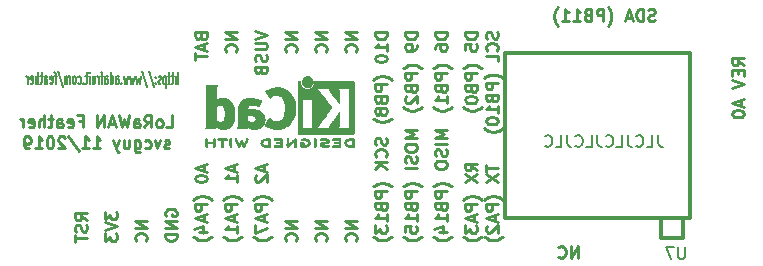
<source format=gbr>
G04 #@! TF.GenerationSoftware,KiCad,Pcbnew,(5.1.4)-1*
G04 #@! TF.CreationDate,2019-11-17T17:54:00-06:00*
G04 #@! TF.ProjectId,loRaWan1262_jlc,6c6f5261-5761-46e3-9132-36325f6a6c63,rev?*
G04 #@! TF.SameCoordinates,Original*
G04 #@! TF.FileFunction,Legend,Bot*
G04 #@! TF.FilePolarity,Positive*
%FSLAX46Y46*%
G04 Gerber Fmt 4.6, Leading zero omitted, Abs format (unit mm)*
G04 Created by KiCad (PCBNEW (5.1.4)-1) date 2019-11-17 17:54:00*
%MOMM*%
%LPD*%
G04 APERTURE LIST*
%ADD10C,0.254000*%
%ADD11C,0.127000*%
%ADD12C,0.150000*%
%ADD13C,0.010000*%
%ADD14C,0.300000*%
G04 APERTURE END LIST*
D10*
X176735619Y-83203142D02*
X176251809Y-82864476D01*
X176735619Y-82622571D02*
X175719619Y-82622571D01*
X175719619Y-83009619D01*
X175768000Y-83106380D01*
X175816380Y-83154761D01*
X175913142Y-83203142D01*
X176058285Y-83203142D01*
X176155047Y-83154761D01*
X176203428Y-83106380D01*
X176251809Y-83009619D01*
X176251809Y-82622571D01*
X176203428Y-83638571D02*
X176203428Y-83977238D01*
X176735619Y-84122380D02*
X176735619Y-83638571D01*
X175719619Y-83638571D01*
X175719619Y-84122380D01*
X175719619Y-84412666D02*
X176735619Y-84751333D01*
X175719619Y-85090000D01*
X176445333Y-86154380D02*
X176445333Y-86638190D01*
X176735619Y-86057619D02*
X175719619Y-86396285D01*
X176735619Y-86734952D01*
X175719619Y-87267142D02*
X175719619Y-87363904D01*
X175768000Y-87460666D01*
X175816380Y-87509047D01*
X175913142Y-87557428D01*
X176106666Y-87605809D01*
X176348571Y-87605809D01*
X176542095Y-87557428D01*
X176638857Y-87509047D01*
X176687238Y-87460666D01*
X176735619Y-87363904D01*
X176735619Y-87267142D01*
X176687238Y-87170380D01*
X176638857Y-87122000D01*
X176542095Y-87073619D01*
X176348571Y-87025238D01*
X176106666Y-87025238D01*
X175913142Y-87073619D01*
X175816380Y-87122000D01*
X175768000Y-87170380D01*
X175719619Y-87267142D01*
D11*
X128838476Y-84787619D02*
X128838476Y-83771619D01*
X128620761Y-84787619D02*
X128620761Y-84255428D01*
X128644952Y-84158666D01*
X128693333Y-84110285D01*
X128765904Y-84110285D01*
X128814285Y-84158666D01*
X128838476Y-84207047D01*
X128451428Y-84110285D02*
X128257904Y-84110285D01*
X128378857Y-83771619D02*
X128378857Y-84642476D01*
X128354666Y-84739238D01*
X128306285Y-84787619D01*
X128257904Y-84787619D01*
X128161142Y-84110285D02*
X127967619Y-84110285D01*
X128088571Y-83771619D02*
X128088571Y-84642476D01*
X128064380Y-84739238D01*
X128016000Y-84787619D01*
X127967619Y-84787619D01*
X127798285Y-84110285D02*
X127798285Y-85126285D01*
X127798285Y-84158666D02*
X127749904Y-84110285D01*
X127653142Y-84110285D01*
X127604761Y-84158666D01*
X127580571Y-84207047D01*
X127556380Y-84303809D01*
X127556380Y-84594095D01*
X127580571Y-84690857D01*
X127604761Y-84739238D01*
X127653142Y-84787619D01*
X127749904Y-84787619D01*
X127798285Y-84739238D01*
X127362857Y-84739238D02*
X127314476Y-84787619D01*
X127217714Y-84787619D01*
X127169333Y-84739238D01*
X127145142Y-84642476D01*
X127145142Y-84594095D01*
X127169333Y-84497333D01*
X127217714Y-84448952D01*
X127290285Y-84448952D01*
X127338666Y-84400571D01*
X127362857Y-84303809D01*
X127362857Y-84255428D01*
X127338666Y-84158666D01*
X127290285Y-84110285D01*
X127217714Y-84110285D01*
X127169333Y-84158666D01*
X126927428Y-84690857D02*
X126903238Y-84739238D01*
X126927428Y-84787619D01*
X126951619Y-84739238D01*
X126927428Y-84690857D01*
X126927428Y-84787619D01*
X126927428Y-84158666D02*
X126903238Y-84207047D01*
X126927428Y-84255428D01*
X126951619Y-84207047D01*
X126927428Y-84158666D01*
X126927428Y-84255428D01*
X126322666Y-83723238D02*
X126758095Y-85029523D01*
X125790476Y-83723238D02*
X126225904Y-85029523D01*
X125669523Y-84110285D02*
X125572761Y-84787619D01*
X125476000Y-84303809D01*
X125379238Y-84787619D01*
X125282476Y-84110285D01*
X125137333Y-84110285D02*
X125040571Y-84787619D01*
X124943809Y-84303809D01*
X124847047Y-84787619D01*
X124750285Y-84110285D01*
X124605142Y-84110285D02*
X124508380Y-84787619D01*
X124411619Y-84303809D01*
X124314857Y-84787619D01*
X124218095Y-84110285D01*
X124024571Y-84690857D02*
X124000380Y-84739238D01*
X124024571Y-84787619D01*
X124048761Y-84739238D01*
X124024571Y-84690857D01*
X124024571Y-84787619D01*
X123564952Y-84787619D02*
X123564952Y-84255428D01*
X123589142Y-84158666D01*
X123637523Y-84110285D01*
X123734285Y-84110285D01*
X123782666Y-84158666D01*
X123564952Y-84739238D02*
X123613333Y-84787619D01*
X123734285Y-84787619D01*
X123782666Y-84739238D01*
X123806857Y-84642476D01*
X123806857Y-84545714D01*
X123782666Y-84448952D01*
X123734285Y-84400571D01*
X123613333Y-84400571D01*
X123564952Y-84352190D01*
X123105333Y-84787619D02*
X123105333Y-83771619D01*
X123105333Y-84739238D02*
X123153714Y-84787619D01*
X123250476Y-84787619D01*
X123298857Y-84739238D01*
X123323047Y-84690857D01*
X123347238Y-84594095D01*
X123347238Y-84303809D01*
X123323047Y-84207047D01*
X123298857Y-84158666D01*
X123250476Y-84110285D01*
X123153714Y-84110285D01*
X123105333Y-84158666D01*
X122645714Y-84787619D02*
X122645714Y-84255428D01*
X122669904Y-84158666D01*
X122718285Y-84110285D01*
X122815047Y-84110285D01*
X122863428Y-84158666D01*
X122645714Y-84739238D02*
X122694095Y-84787619D01*
X122815047Y-84787619D01*
X122863428Y-84739238D01*
X122887619Y-84642476D01*
X122887619Y-84545714D01*
X122863428Y-84448952D01*
X122815047Y-84400571D01*
X122694095Y-84400571D01*
X122645714Y-84352190D01*
X122476380Y-84110285D02*
X122282857Y-84110285D01*
X122403809Y-84787619D02*
X122403809Y-83916761D01*
X122379619Y-83820000D01*
X122331238Y-83771619D01*
X122282857Y-83771619D01*
X122113523Y-84787619D02*
X122113523Y-84110285D01*
X122113523Y-84303809D02*
X122089333Y-84207047D01*
X122065142Y-84158666D01*
X122016761Y-84110285D01*
X121968380Y-84110285D01*
X121581333Y-84110285D02*
X121581333Y-84787619D01*
X121799047Y-84110285D02*
X121799047Y-84642476D01*
X121774857Y-84739238D01*
X121726476Y-84787619D01*
X121653904Y-84787619D01*
X121605523Y-84739238D01*
X121581333Y-84690857D01*
X121339428Y-84787619D02*
X121339428Y-84110285D01*
X121339428Y-83771619D02*
X121363619Y-83820000D01*
X121339428Y-83868380D01*
X121315238Y-83820000D01*
X121339428Y-83771619D01*
X121339428Y-83868380D01*
X121170095Y-84110285D02*
X120976571Y-84110285D01*
X121097523Y-83771619D02*
X121097523Y-84642476D01*
X121073333Y-84739238D01*
X121024952Y-84787619D01*
X120976571Y-84787619D01*
X120807238Y-84690857D02*
X120783047Y-84739238D01*
X120807238Y-84787619D01*
X120831428Y-84739238D01*
X120807238Y-84690857D01*
X120807238Y-84787619D01*
X120347619Y-84739238D02*
X120396000Y-84787619D01*
X120492761Y-84787619D01*
X120541142Y-84739238D01*
X120565333Y-84690857D01*
X120589523Y-84594095D01*
X120589523Y-84303809D01*
X120565333Y-84207047D01*
X120541142Y-84158666D01*
X120492761Y-84110285D01*
X120396000Y-84110285D01*
X120347619Y-84158666D01*
X120057333Y-84787619D02*
X120105714Y-84739238D01*
X120129904Y-84690857D01*
X120154095Y-84594095D01*
X120154095Y-84303809D01*
X120129904Y-84207047D01*
X120105714Y-84158666D01*
X120057333Y-84110285D01*
X119984761Y-84110285D01*
X119936380Y-84158666D01*
X119912190Y-84207047D01*
X119888000Y-84303809D01*
X119888000Y-84594095D01*
X119912190Y-84690857D01*
X119936380Y-84739238D01*
X119984761Y-84787619D01*
X120057333Y-84787619D01*
X119670285Y-84787619D02*
X119670285Y-84110285D01*
X119670285Y-84207047D02*
X119646095Y-84158666D01*
X119597714Y-84110285D01*
X119525142Y-84110285D01*
X119476761Y-84158666D01*
X119452571Y-84255428D01*
X119452571Y-84787619D01*
X119452571Y-84255428D02*
X119428380Y-84158666D01*
X119380000Y-84110285D01*
X119307428Y-84110285D01*
X119259047Y-84158666D01*
X119234857Y-84255428D01*
X119234857Y-84787619D01*
X118630095Y-83723238D02*
X119065523Y-85029523D01*
X118533333Y-84110285D02*
X118339809Y-84110285D01*
X118460761Y-84787619D02*
X118460761Y-83916761D01*
X118436571Y-83820000D01*
X118388190Y-83771619D01*
X118339809Y-83771619D01*
X117976952Y-84739238D02*
X118025333Y-84787619D01*
X118122095Y-84787619D01*
X118170476Y-84739238D01*
X118194666Y-84642476D01*
X118194666Y-84255428D01*
X118170476Y-84158666D01*
X118122095Y-84110285D01*
X118025333Y-84110285D01*
X117976952Y-84158666D01*
X117952761Y-84255428D01*
X117952761Y-84352190D01*
X118194666Y-84448952D01*
X117517333Y-84787619D02*
X117517333Y-84255428D01*
X117541523Y-84158666D01*
X117589904Y-84110285D01*
X117686666Y-84110285D01*
X117735047Y-84158666D01*
X117517333Y-84739238D02*
X117565714Y-84787619D01*
X117686666Y-84787619D01*
X117735047Y-84739238D01*
X117759238Y-84642476D01*
X117759238Y-84545714D01*
X117735047Y-84448952D01*
X117686666Y-84400571D01*
X117565714Y-84400571D01*
X117517333Y-84352190D01*
X117348000Y-84110285D02*
X117154476Y-84110285D01*
X117275428Y-83771619D02*
X117275428Y-84642476D01*
X117251238Y-84739238D01*
X117202857Y-84787619D01*
X117154476Y-84787619D01*
X116985142Y-84787619D02*
X116985142Y-83771619D01*
X116767428Y-84787619D02*
X116767428Y-84255428D01*
X116791619Y-84158666D01*
X116840000Y-84110285D01*
X116912571Y-84110285D01*
X116960952Y-84158666D01*
X116985142Y-84207047D01*
X116332000Y-84739238D02*
X116380380Y-84787619D01*
X116477142Y-84787619D01*
X116525523Y-84739238D01*
X116549714Y-84642476D01*
X116549714Y-84255428D01*
X116525523Y-84158666D01*
X116477142Y-84110285D01*
X116380380Y-84110285D01*
X116332000Y-84158666D01*
X116307809Y-84255428D01*
X116307809Y-84352190D01*
X116549714Y-84448952D01*
X116090095Y-84787619D02*
X116090095Y-84110285D01*
X116090095Y-84303809D02*
X116065904Y-84207047D01*
X116041714Y-84158666D01*
X115993333Y-84110285D01*
X115944952Y-84110285D01*
D10*
X127798285Y-88470619D02*
X128282095Y-88470619D01*
X128282095Y-87454619D01*
X127314476Y-88470619D02*
X127411238Y-88422238D01*
X127459619Y-88373857D01*
X127508000Y-88277095D01*
X127508000Y-87986809D01*
X127459619Y-87890047D01*
X127411238Y-87841666D01*
X127314476Y-87793285D01*
X127169333Y-87793285D01*
X127072571Y-87841666D01*
X127024190Y-87890047D01*
X126975809Y-87986809D01*
X126975809Y-88277095D01*
X127024190Y-88373857D01*
X127072571Y-88422238D01*
X127169333Y-88470619D01*
X127314476Y-88470619D01*
X125959809Y-88470619D02*
X126298476Y-87986809D01*
X126540380Y-88470619D02*
X126540380Y-87454619D01*
X126153333Y-87454619D01*
X126056571Y-87503000D01*
X126008190Y-87551380D01*
X125959809Y-87648142D01*
X125959809Y-87793285D01*
X126008190Y-87890047D01*
X126056571Y-87938428D01*
X126153333Y-87986809D01*
X126540380Y-87986809D01*
X125088952Y-88470619D02*
X125088952Y-87938428D01*
X125137333Y-87841666D01*
X125234095Y-87793285D01*
X125427619Y-87793285D01*
X125524380Y-87841666D01*
X125088952Y-88422238D02*
X125185714Y-88470619D01*
X125427619Y-88470619D01*
X125524380Y-88422238D01*
X125572761Y-88325476D01*
X125572761Y-88228714D01*
X125524380Y-88131952D01*
X125427619Y-88083571D01*
X125185714Y-88083571D01*
X125088952Y-88035190D01*
X124701904Y-87454619D02*
X124460000Y-88470619D01*
X124266476Y-87744904D01*
X124072952Y-88470619D01*
X123831047Y-87454619D01*
X123492380Y-88180333D02*
X123008571Y-88180333D01*
X123589142Y-88470619D02*
X123250476Y-87454619D01*
X122911809Y-88470619D01*
X122573142Y-88470619D02*
X122573142Y-87454619D01*
X121992571Y-88470619D01*
X121992571Y-87454619D01*
X120396000Y-87938428D02*
X120734666Y-87938428D01*
X120734666Y-88470619D02*
X120734666Y-87454619D01*
X120250857Y-87454619D01*
X119476761Y-88422238D02*
X119573523Y-88470619D01*
X119767047Y-88470619D01*
X119863809Y-88422238D01*
X119912190Y-88325476D01*
X119912190Y-87938428D01*
X119863809Y-87841666D01*
X119767047Y-87793285D01*
X119573523Y-87793285D01*
X119476761Y-87841666D01*
X119428380Y-87938428D01*
X119428380Y-88035190D01*
X119912190Y-88131952D01*
X118557523Y-88470619D02*
X118557523Y-87938428D01*
X118605904Y-87841666D01*
X118702666Y-87793285D01*
X118896190Y-87793285D01*
X118992952Y-87841666D01*
X118557523Y-88422238D02*
X118654285Y-88470619D01*
X118896190Y-88470619D01*
X118992952Y-88422238D01*
X119041333Y-88325476D01*
X119041333Y-88228714D01*
X118992952Y-88131952D01*
X118896190Y-88083571D01*
X118654285Y-88083571D01*
X118557523Y-88035190D01*
X118218857Y-87793285D02*
X117831809Y-87793285D01*
X118073714Y-87454619D02*
X118073714Y-88325476D01*
X118025333Y-88422238D01*
X117928571Y-88470619D01*
X117831809Y-88470619D01*
X117493142Y-88470619D02*
X117493142Y-87454619D01*
X117057714Y-88470619D02*
X117057714Y-87938428D01*
X117106095Y-87841666D01*
X117202857Y-87793285D01*
X117348000Y-87793285D01*
X117444761Y-87841666D01*
X117493142Y-87890047D01*
X116186857Y-88422238D02*
X116283619Y-88470619D01*
X116477142Y-88470619D01*
X116573904Y-88422238D01*
X116622285Y-88325476D01*
X116622285Y-87938428D01*
X116573904Y-87841666D01*
X116477142Y-87793285D01*
X116283619Y-87793285D01*
X116186857Y-87841666D01*
X116138476Y-87938428D01*
X116138476Y-88035190D01*
X116622285Y-88131952D01*
X115703047Y-88470619D02*
X115703047Y-87793285D01*
X115703047Y-87986809D02*
X115654666Y-87890047D01*
X115606285Y-87841666D01*
X115509523Y-87793285D01*
X115412761Y-87793285D01*
X128088571Y-90200238D02*
X127991809Y-90248619D01*
X127798285Y-90248619D01*
X127701523Y-90200238D01*
X127653142Y-90103476D01*
X127653142Y-90055095D01*
X127701523Y-89958333D01*
X127798285Y-89909952D01*
X127943428Y-89909952D01*
X128040190Y-89861571D01*
X128088571Y-89764809D01*
X128088571Y-89716428D01*
X128040190Y-89619666D01*
X127943428Y-89571285D01*
X127798285Y-89571285D01*
X127701523Y-89619666D01*
X127314476Y-89571285D02*
X127072571Y-90248619D01*
X126830666Y-89571285D01*
X126008190Y-90200238D02*
X126104952Y-90248619D01*
X126298476Y-90248619D01*
X126395238Y-90200238D01*
X126443619Y-90151857D01*
X126492000Y-90055095D01*
X126492000Y-89764809D01*
X126443619Y-89668047D01*
X126395238Y-89619666D01*
X126298476Y-89571285D01*
X126104952Y-89571285D01*
X126008190Y-89619666D01*
X125137333Y-89571285D02*
X125137333Y-90393761D01*
X125185714Y-90490523D01*
X125234095Y-90538904D01*
X125330857Y-90587285D01*
X125476000Y-90587285D01*
X125572761Y-90538904D01*
X125137333Y-90200238D02*
X125234095Y-90248619D01*
X125427619Y-90248619D01*
X125524380Y-90200238D01*
X125572761Y-90151857D01*
X125621142Y-90055095D01*
X125621142Y-89764809D01*
X125572761Y-89668047D01*
X125524380Y-89619666D01*
X125427619Y-89571285D01*
X125234095Y-89571285D01*
X125137333Y-89619666D01*
X124218095Y-89571285D02*
X124218095Y-90248619D01*
X124653523Y-89571285D02*
X124653523Y-90103476D01*
X124605142Y-90200238D01*
X124508380Y-90248619D01*
X124363238Y-90248619D01*
X124266476Y-90200238D01*
X124218095Y-90151857D01*
X123831047Y-89571285D02*
X123589142Y-90248619D01*
X123347238Y-89571285D02*
X123589142Y-90248619D01*
X123685904Y-90490523D01*
X123734285Y-90538904D01*
X123831047Y-90587285D01*
X121653904Y-90248619D02*
X122234476Y-90248619D01*
X121944190Y-90248619D02*
X121944190Y-89232619D01*
X122040952Y-89377761D01*
X122137714Y-89474523D01*
X122234476Y-89522904D01*
X120686285Y-90248619D02*
X121266857Y-90248619D01*
X120976571Y-90248619D02*
X120976571Y-89232619D01*
X121073333Y-89377761D01*
X121170095Y-89474523D01*
X121266857Y-89522904D01*
X119525142Y-89184238D02*
X120396000Y-90490523D01*
X119234857Y-89329380D02*
X119186476Y-89281000D01*
X119089714Y-89232619D01*
X118847809Y-89232619D01*
X118751047Y-89281000D01*
X118702666Y-89329380D01*
X118654285Y-89426142D01*
X118654285Y-89522904D01*
X118702666Y-89668047D01*
X119283238Y-90248619D01*
X118654285Y-90248619D01*
X118025333Y-89232619D02*
X117928571Y-89232619D01*
X117831809Y-89281000D01*
X117783428Y-89329380D01*
X117735047Y-89426142D01*
X117686666Y-89619666D01*
X117686666Y-89861571D01*
X117735047Y-90055095D01*
X117783428Y-90151857D01*
X117831809Y-90200238D01*
X117928571Y-90248619D01*
X118025333Y-90248619D01*
X118122095Y-90200238D01*
X118170476Y-90151857D01*
X118218857Y-90055095D01*
X118267238Y-89861571D01*
X118267238Y-89619666D01*
X118218857Y-89426142D01*
X118170476Y-89329380D01*
X118122095Y-89281000D01*
X118025333Y-89232619D01*
X116719047Y-90248619D02*
X117299619Y-90248619D01*
X117009333Y-90248619D02*
X117009333Y-89232619D01*
X117106095Y-89377761D01*
X117202857Y-89474523D01*
X117299619Y-89522904D01*
X116235238Y-90248619D02*
X116041714Y-90248619D01*
X115944952Y-90200238D01*
X115896571Y-90151857D01*
X115799809Y-90006714D01*
X115751428Y-89813190D01*
X115751428Y-89426142D01*
X115799809Y-89329380D01*
X115848190Y-89281000D01*
X115944952Y-89232619D01*
X116138476Y-89232619D01*
X116235238Y-89281000D01*
X116283619Y-89329380D01*
X116332000Y-89426142D01*
X116332000Y-89668047D01*
X116283619Y-89764809D01*
X116235238Y-89813190D01*
X116138476Y-89861571D01*
X115944952Y-89861571D01*
X115848190Y-89813190D01*
X115799809Y-89764809D01*
X115751428Y-89668047D01*
D12*
X169465047Y-89114380D02*
X169465047Y-89828666D01*
X169512666Y-89971523D01*
X169607904Y-90066761D01*
X169750761Y-90114380D01*
X169846000Y-90114380D01*
X168512666Y-90114380D02*
X168988857Y-90114380D01*
X168988857Y-89114380D01*
X167607904Y-90019142D02*
X167655523Y-90066761D01*
X167798380Y-90114380D01*
X167893619Y-90114380D01*
X168036476Y-90066761D01*
X168131714Y-89971523D01*
X168179333Y-89876285D01*
X168226952Y-89685809D01*
X168226952Y-89542952D01*
X168179333Y-89352476D01*
X168131714Y-89257238D01*
X168036476Y-89162000D01*
X167893619Y-89114380D01*
X167798380Y-89114380D01*
X167655523Y-89162000D01*
X167607904Y-89209619D01*
X166893619Y-89114380D02*
X166893619Y-89828666D01*
X166941238Y-89971523D01*
X167036476Y-90066761D01*
X167179333Y-90114380D01*
X167274571Y-90114380D01*
X165941238Y-90114380D02*
X166417428Y-90114380D01*
X166417428Y-89114380D01*
X165036476Y-90019142D02*
X165084095Y-90066761D01*
X165226952Y-90114380D01*
X165322190Y-90114380D01*
X165465047Y-90066761D01*
X165560285Y-89971523D01*
X165607904Y-89876285D01*
X165655523Y-89685809D01*
X165655523Y-89542952D01*
X165607904Y-89352476D01*
X165560285Y-89257238D01*
X165465047Y-89162000D01*
X165322190Y-89114380D01*
X165226952Y-89114380D01*
X165084095Y-89162000D01*
X165036476Y-89209619D01*
X164322190Y-89114380D02*
X164322190Y-89828666D01*
X164369809Y-89971523D01*
X164465047Y-90066761D01*
X164607904Y-90114380D01*
X164703142Y-90114380D01*
X163369809Y-90114380D02*
X163846000Y-90114380D01*
X163846000Y-89114380D01*
X162465047Y-90019142D02*
X162512666Y-90066761D01*
X162655523Y-90114380D01*
X162750761Y-90114380D01*
X162893619Y-90066761D01*
X162988857Y-89971523D01*
X163036476Y-89876285D01*
X163084095Y-89685809D01*
X163084095Y-89542952D01*
X163036476Y-89352476D01*
X162988857Y-89257238D01*
X162893619Y-89162000D01*
X162750761Y-89114380D01*
X162655523Y-89114380D01*
X162512666Y-89162000D01*
X162465047Y-89209619D01*
X161750761Y-89114380D02*
X161750761Y-89828666D01*
X161798380Y-89971523D01*
X161893619Y-90066761D01*
X162036476Y-90114380D01*
X162131714Y-90114380D01*
X160798380Y-90114380D02*
X161274571Y-90114380D01*
X161274571Y-89114380D01*
X159893619Y-90019142D02*
X159941238Y-90066761D01*
X160084095Y-90114380D01*
X160179333Y-90114380D01*
X160322190Y-90066761D01*
X160417428Y-89971523D01*
X160465047Y-89876285D01*
X160512666Y-89685809D01*
X160512666Y-89542952D01*
X160465047Y-89352476D01*
X160417428Y-89257238D01*
X160322190Y-89162000D01*
X160179333Y-89114380D01*
X160084095Y-89114380D01*
X159941238Y-89162000D01*
X159893619Y-89209619D01*
D10*
X162658576Y-99519619D02*
X162658576Y-98503619D01*
X162078004Y-99519619D01*
X162078004Y-98503619D01*
X161013623Y-99422857D02*
X161062004Y-99471238D01*
X161207147Y-99519619D01*
X161303909Y-99519619D01*
X161449052Y-99471238D01*
X161545814Y-99374476D01*
X161594195Y-99277714D01*
X161642576Y-99084190D01*
X161642576Y-98939047D01*
X161594195Y-98745523D01*
X161545814Y-98648761D01*
X161449052Y-98552000D01*
X161303909Y-98503619D01*
X161207147Y-98503619D01*
X161062004Y-98552000D01*
X161013623Y-98600380D01*
X154891619Y-91631709D02*
X154891619Y-92212280D01*
X155907619Y-91921995D02*
X154891619Y-91921995D01*
X154891619Y-92454185D02*
X155907619Y-93131519D01*
X154891619Y-93131519D02*
X155907619Y-92454185D01*
X156294666Y-94582947D02*
X156246285Y-94534566D01*
X156101142Y-94437804D01*
X156004380Y-94389423D01*
X155859238Y-94341042D01*
X155617333Y-94292661D01*
X155423809Y-94292661D01*
X155181904Y-94341042D01*
X155036761Y-94389423D01*
X154940000Y-94437804D01*
X154794857Y-94534566D01*
X154746476Y-94582947D01*
X155907619Y-94969995D02*
X154891619Y-94969995D01*
X154891619Y-95357042D01*
X154940000Y-95453804D01*
X154988380Y-95502185D01*
X155085142Y-95550566D01*
X155230285Y-95550566D01*
X155327047Y-95502185D01*
X155375428Y-95453804D01*
X155423809Y-95357042D01*
X155423809Y-94969995D01*
X155617333Y-95937614D02*
X155617333Y-96421423D01*
X155907619Y-95840852D02*
X154891619Y-96179519D01*
X155907619Y-96518185D01*
X154988380Y-96808471D02*
X154940000Y-96856852D01*
X154891619Y-96953614D01*
X154891619Y-97195519D01*
X154940000Y-97292280D01*
X154988380Y-97340661D01*
X155085142Y-97389042D01*
X155181904Y-97389042D01*
X155327047Y-97340661D01*
X155907619Y-96760090D01*
X155907619Y-97389042D01*
X156294666Y-97727709D02*
X156246285Y-97776090D01*
X156101142Y-97872852D01*
X156004380Y-97921233D01*
X155859238Y-97969614D01*
X155617333Y-98017995D01*
X155423809Y-98017995D01*
X155181904Y-97969614D01*
X155036761Y-97921233D01*
X154940000Y-97872852D01*
X154794857Y-97776090D01*
X154746476Y-97727709D01*
X154129619Y-92115519D02*
X153645809Y-91776852D01*
X154129619Y-91534947D02*
X153113619Y-91534947D01*
X153113619Y-91921995D01*
X153162000Y-92018757D01*
X153210380Y-92067138D01*
X153307142Y-92115519D01*
X153452285Y-92115519D01*
X153549047Y-92067138D01*
X153597428Y-92018757D01*
X153645809Y-91921995D01*
X153645809Y-91534947D01*
X153113619Y-92454185D02*
X154129619Y-93131519D01*
X153113619Y-93131519D02*
X154129619Y-92454185D01*
X154516666Y-94582947D02*
X154468285Y-94534566D01*
X154323142Y-94437804D01*
X154226380Y-94389423D01*
X154081238Y-94341042D01*
X153839333Y-94292661D01*
X153645809Y-94292661D01*
X153403904Y-94341042D01*
X153258761Y-94389423D01*
X153162000Y-94437804D01*
X153016857Y-94534566D01*
X152968476Y-94582947D01*
X154129619Y-94969995D02*
X153113619Y-94969995D01*
X153113619Y-95357042D01*
X153162000Y-95453804D01*
X153210380Y-95502185D01*
X153307142Y-95550566D01*
X153452285Y-95550566D01*
X153549047Y-95502185D01*
X153597428Y-95453804D01*
X153645809Y-95357042D01*
X153645809Y-94969995D01*
X153839333Y-95937614D02*
X153839333Y-96421423D01*
X154129619Y-95840852D02*
X153113619Y-96179519D01*
X154129619Y-96518185D01*
X153113619Y-96760090D02*
X153113619Y-97389042D01*
X153500666Y-97050376D01*
X153500666Y-97195519D01*
X153549047Y-97292280D01*
X153597428Y-97340661D01*
X153694190Y-97389042D01*
X153936095Y-97389042D01*
X154032857Y-97340661D01*
X154081238Y-97292280D01*
X154129619Y-97195519D01*
X154129619Y-96905233D01*
X154081238Y-96808471D01*
X154032857Y-96760090D01*
X154516666Y-97727709D02*
X154468285Y-97776090D01*
X154323142Y-97872852D01*
X154226380Y-97921233D01*
X154081238Y-97969614D01*
X153839333Y-98017995D01*
X153645809Y-98017995D01*
X153403904Y-97969614D01*
X153258761Y-97921233D01*
X153162000Y-97872852D01*
X153016857Y-97776090D01*
X152968476Y-97727709D01*
X151589619Y-88728852D02*
X150573619Y-88728852D01*
X151299333Y-89067519D01*
X150573619Y-89406185D01*
X151589619Y-89406185D01*
X151589619Y-89889995D02*
X150573619Y-89889995D01*
X151541238Y-90325423D02*
X151589619Y-90470566D01*
X151589619Y-90712471D01*
X151541238Y-90809233D01*
X151492857Y-90857614D01*
X151396095Y-90905995D01*
X151299333Y-90905995D01*
X151202571Y-90857614D01*
X151154190Y-90809233D01*
X151105809Y-90712471D01*
X151057428Y-90518947D01*
X151009047Y-90422185D01*
X150960666Y-90373804D01*
X150863904Y-90325423D01*
X150767142Y-90325423D01*
X150670380Y-90373804D01*
X150622000Y-90422185D01*
X150573619Y-90518947D01*
X150573619Y-90760852D01*
X150622000Y-90905995D01*
X150573619Y-91534947D02*
X150573619Y-91728471D01*
X150622000Y-91825233D01*
X150718761Y-91921995D01*
X150912285Y-91970376D01*
X151250952Y-91970376D01*
X151444476Y-91921995D01*
X151541238Y-91825233D01*
X151589619Y-91728471D01*
X151589619Y-91534947D01*
X151541238Y-91438185D01*
X151444476Y-91341423D01*
X151250952Y-91293042D01*
X150912285Y-91293042D01*
X150718761Y-91341423D01*
X150622000Y-91438185D01*
X150573619Y-91534947D01*
X151976666Y-93470185D02*
X151928285Y-93421804D01*
X151783142Y-93325042D01*
X151686380Y-93276661D01*
X151541238Y-93228280D01*
X151299333Y-93179900D01*
X151105809Y-93179900D01*
X150863904Y-93228280D01*
X150718761Y-93276661D01*
X150622000Y-93325042D01*
X150476857Y-93421804D01*
X150428476Y-93470185D01*
X151589619Y-93857233D02*
X150573619Y-93857233D01*
X150573619Y-94244280D01*
X150622000Y-94341042D01*
X150670380Y-94389423D01*
X150767142Y-94437804D01*
X150912285Y-94437804D01*
X151009047Y-94389423D01*
X151057428Y-94341042D01*
X151105809Y-94244280D01*
X151105809Y-93857233D01*
X151057428Y-95211900D02*
X151105809Y-95357042D01*
X151154190Y-95405423D01*
X151250952Y-95453804D01*
X151396095Y-95453804D01*
X151492857Y-95405423D01*
X151541238Y-95357042D01*
X151589619Y-95260280D01*
X151589619Y-94873233D01*
X150573619Y-94873233D01*
X150573619Y-95211900D01*
X150622000Y-95308661D01*
X150670380Y-95357042D01*
X150767142Y-95405423D01*
X150863904Y-95405423D01*
X150960666Y-95357042D01*
X151009047Y-95308661D01*
X151057428Y-95211900D01*
X151057428Y-94873233D01*
X151589619Y-96421423D02*
X151589619Y-95840852D01*
X151589619Y-96131138D02*
X150573619Y-96131138D01*
X150718761Y-96034376D01*
X150815523Y-95937614D01*
X150863904Y-95840852D01*
X150912285Y-97292280D02*
X151589619Y-97292280D01*
X150525238Y-97050376D02*
X151250952Y-96808471D01*
X151250952Y-97437423D01*
X151976666Y-97727709D02*
X151928285Y-97776090D01*
X151783142Y-97872852D01*
X151686380Y-97921233D01*
X151541238Y-97969614D01*
X151299333Y-98017995D01*
X151105809Y-98017995D01*
X150863904Y-97969614D01*
X150718761Y-97921233D01*
X150622000Y-97872852D01*
X150476857Y-97776090D01*
X150428476Y-97727709D01*
X149049619Y-88728852D02*
X148033619Y-88728852D01*
X148759333Y-89067519D01*
X148033619Y-89406185D01*
X149049619Y-89406185D01*
X148033619Y-90083519D02*
X148033619Y-90277042D01*
X148082000Y-90373804D01*
X148178761Y-90470566D01*
X148372285Y-90518947D01*
X148710952Y-90518947D01*
X148904476Y-90470566D01*
X149001238Y-90373804D01*
X149049619Y-90277042D01*
X149049619Y-90083519D01*
X149001238Y-89986757D01*
X148904476Y-89889995D01*
X148710952Y-89841614D01*
X148372285Y-89841614D01*
X148178761Y-89889995D01*
X148082000Y-89986757D01*
X148033619Y-90083519D01*
X149001238Y-90905995D02*
X149049619Y-91051138D01*
X149049619Y-91293042D01*
X149001238Y-91389804D01*
X148952857Y-91438185D01*
X148856095Y-91486566D01*
X148759333Y-91486566D01*
X148662571Y-91438185D01*
X148614190Y-91389804D01*
X148565809Y-91293042D01*
X148517428Y-91099519D01*
X148469047Y-91002757D01*
X148420666Y-90954376D01*
X148323904Y-90905995D01*
X148227142Y-90905995D01*
X148130380Y-90954376D01*
X148082000Y-91002757D01*
X148033619Y-91099519D01*
X148033619Y-91341423D01*
X148082000Y-91486566D01*
X149049619Y-91921995D02*
X148033619Y-91921995D01*
X149436666Y-93470185D02*
X149388285Y-93421804D01*
X149243142Y-93325042D01*
X149146380Y-93276661D01*
X149001238Y-93228280D01*
X148759333Y-93179900D01*
X148565809Y-93179900D01*
X148323904Y-93228280D01*
X148178761Y-93276661D01*
X148082000Y-93325042D01*
X147936857Y-93421804D01*
X147888476Y-93470185D01*
X149049619Y-93857233D02*
X148033619Y-93857233D01*
X148033619Y-94244280D01*
X148082000Y-94341042D01*
X148130380Y-94389423D01*
X148227142Y-94437804D01*
X148372285Y-94437804D01*
X148469047Y-94389423D01*
X148517428Y-94341042D01*
X148565809Y-94244280D01*
X148565809Y-93857233D01*
X148517428Y-95211900D02*
X148565809Y-95357042D01*
X148614190Y-95405423D01*
X148710952Y-95453804D01*
X148856095Y-95453804D01*
X148952857Y-95405423D01*
X149001238Y-95357042D01*
X149049619Y-95260280D01*
X149049619Y-94873233D01*
X148033619Y-94873233D01*
X148033619Y-95211900D01*
X148082000Y-95308661D01*
X148130380Y-95357042D01*
X148227142Y-95405423D01*
X148323904Y-95405423D01*
X148420666Y-95357042D01*
X148469047Y-95308661D01*
X148517428Y-95211900D01*
X148517428Y-94873233D01*
X149049619Y-96421423D02*
X149049619Y-95840852D01*
X149049619Y-96131138D02*
X148033619Y-96131138D01*
X148178761Y-96034376D01*
X148275523Y-95937614D01*
X148323904Y-95840852D01*
X148033619Y-97340661D02*
X148033619Y-96856852D01*
X148517428Y-96808471D01*
X148469047Y-96856852D01*
X148420666Y-96953614D01*
X148420666Y-97195519D01*
X148469047Y-97292280D01*
X148517428Y-97340661D01*
X148614190Y-97389042D01*
X148856095Y-97389042D01*
X148952857Y-97340661D01*
X149001238Y-97292280D01*
X149049619Y-97195519D01*
X149049619Y-96953614D01*
X149001238Y-96856852D01*
X148952857Y-96808471D01*
X149436666Y-97727709D02*
X149388285Y-97776090D01*
X149243142Y-97872852D01*
X149146380Y-97921233D01*
X149001238Y-97969614D01*
X148759333Y-98017995D01*
X148565809Y-98017995D01*
X148323904Y-97969614D01*
X148178761Y-97921233D01*
X148082000Y-97872852D01*
X147936857Y-97776090D01*
X147888476Y-97727709D01*
X146461238Y-89357804D02*
X146509619Y-89502947D01*
X146509619Y-89744852D01*
X146461238Y-89841614D01*
X146412857Y-89889995D01*
X146316095Y-89938376D01*
X146219333Y-89938376D01*
X146122571Y-89889995D01*
X146074190Y-89841614D01*
X146025809Y-89744852D01*
X145977428Y-89551328D01*
X145929047Y-89454566D01*
X145880666Y-89406185D01*
X145783904Y-89357804D01*
X145687142Y-89357804D01*
X145590380Y-89406185D01*
X145542000Y-89454566D01*
X145493619Y-89551328D01*
X145493619Y-89793233D01*
X145542000Y-89938376D01*
X146412857Y-90954376D02*
X146461238Y-90905995D01*
X146509619Y-90760852D01*
X146509619Y-90664090D01*
X146461238Y-90518947D01*
X146364476Y-90422185D01*
X146267714Y-90373804D01*
X146074190Y-90325423D01*
X145929047Y-90325423D01*
X145735523Y-90373804D01*
X145638761Y-90422185D01*
X145542000Y-90518947D01*
X145493619Y-90664090D01*
X145493619Y-90760852D01*
X145542000Y-90905995D01*
X145590380Y-90954376D01*
X146509619Y-91389804D02*
X145493619Y-91389804D01*
X146509619Y-91970376D02*
X145929047Y-91534947D01*
X145493619Y-91970376D02*
X146074190Y-91389804D01*
X146896666Y-93470185D02*
X146848285Y-93421804D01*
X146703142Y-93325042D01*
X146606380Y-93276661D01*
X146461238Y-93228280D01*
X146219333Y-93179900D01*
X146025809Y-93179900D01*
X145783904Y-93228280D01*
X145638761Y-93276661D01*
X145542000Y-93325042D01*
X145396857Y-93421804D01*
X145348476Y-93470185D01*
X146509619Y-93857233D02*
X145493619Y-93857233D01*
X145493619Y-94244280D01*
X145542000Y-94341042D01*
X145590380Y-94389423D01*
X145687142Y-94437804D01*
X145832285Y-94437804D01*
X145929047Y-94389423D01*
X145977428Y-94341042D01*
X146025809Y-94244280D01*
X146025809Y-93857233D01*
X145977428Y-95211900D02*
X146025809Y-95357042D01*
X146074190Y-95405423D01*
X146170952Y-95453804D01*
X146316095Y-95453804D01*
X146412857Y-95405423D01*
X146461238Y-95357042D01*
X146509619Y-95260280D01*
X146509619Y-94873233D01*
X145493619Y-94873233D01*
X145493619Y-95211900D01*
X145542000Y-95308661D01*
X145590380Y-95357042D01*
X145687142Y-95405423D01*
X145783904Y-95405423D01*
X145880666Y-95357042D01*
X145929047Y-95308661D01*
X145977428Y-95211900D01*
X145977428Y-94873233D01*
X146509619Y-96421423D02*
X146509619Y-95840852D01*
X146509619Y-96131138D02*
X145493619Y-96131138D01*
X145638761Y-96034376D01*
X145735523Y-95937614D01*
X145783904Y-95840852D01*
X145493619Y-96760090D02*
X145493619Y-97389042D01*
X145880666Y-97050376D01*
X145880666Y-97195519D01*
X145929047Y-97292280D01*
X145977428Y-97340661D01*
X146074190Y-97389042D01*
X146316095Y-97389042D01*
X146412857Y-97340661D01*
X146461238Y-97292280D01*
X146509619Y-97195519D01*
X146509619Y-96905233D01*
X146461238Y-96808471D01*
X146412857Y-96760090D01*
X146896666Y-97727709D02*
X146848285Y-97776090D01*
X146703142Y-97872852D01*
X146606380Y-97921233D01*
X146461238Y-97969614D01*
X146219333Y-98017995D01*
X146025809Y-98017995D01*
X145783904Y-97969614D01*
X145638761Y-97921233D01*
X145542000Y-97872852D01*
X145396857Y-97776090D01*
X145348476Y-97727709D01*
X143969619Y-96421423D02*
X142953619Y-96421423D01*
X143969619Y-97001995D01*
X142953619Y-97001995D01*
X143872857Y-98066376D02*
X143921238Y-98017995D01*
X143969619Y-97872852D01*
X143969619Y-97776090D01*
X143921238Y-97630947D01*
X143824476Y-97534185D01*
X143727714Y-97485804D01*
X143534190Y-97437423D01*
X143389047Y-97437423D01*
X143195523Y-97485804D01*
X143098761Y-97534185D01*
X143002000Y-97630947D01*
X142953619Y-97776090D01*
X142953619Y-97872852D01*
X143002000Y-98017995D01*
X143050380Y-98066376D01*
X141429619Y-96421423D02*
X140413619Y-96421423D01*
X141429619Y-97001995D01*
X140413619Y-97001995D01*
X141332857Y-98066376D02*
X141381238Y-98017995D01*
X141429619Y-97872852D01*
X141429619Y-97776090D01*
X141381238Y-97630947D01*
X141284476Y-97534185D01*
X141187714Y-97485804D01*
X140994190Y-97437423D01*
X140849047Y-97437423D01*
X140655523Y-97485804D01*
X140558761Y-97534185D01*
X140462000Y-97630947D01*
X140413619Y-97776090D01*
X140413619Y-97872852D01*
X140462000Y-98017995D01*
X140510380Y-98066376D01*
X138889619Y-96421423D02*
X137873619Y-96421423D01*
X138889619Y-97001995D01*
X137873619Y-97001995D01*
X138792857Y-98066376D02*
X138841238Y-98017995D01*
X138889619Y-97872852D01*
X138889619Y-97776090D01*
X138841238Y-97630947D01*
X138744476Y-97534185D01*
X138647714Y-97485804D01*
X138454190Y-97437423D01*
X138309047Y-97437423D01*
X138115523Y-97485804D01*
X138018761Y-97534185D01*
X137922000Y-97630947D01*
X137873619Y-97776090D01*
X137873619Y-97872852D01*
X137922000Y-98017995D01*
X137970380Y-98066376D01*
X136059333Y-91631709D02*
X136059333Y-92115519D01*
X136349619Y-91534947D02*
X135333619Y-91873614D01*
X136349619Y-92212280D01*
X135430380Y-92502566D02*
X135382000Y-92550947D01*
X135333619Y-92647709D01*
X135333619Y-92889614D01*
X135382000Y-92986376D01*
X135430380Y-93034757D01*
X135527142Y-93083138D01*
X135623904Y-93083138D01*
X135769047Y-93034757D01*
X136349619Y-92454185D01*
X136349619Y-93083138D01*
X136736666Y-94582947D02*
X136688285Y-94534566D01*
X136543142Y-94437804D01*
X136446380Y-94389423D01*
X136301238Y-94341042D01*
X136059333Y-94292661D01*
X135865809Y-94292661D01*
X135623904Y-94341042D01*
X135478761Y-94389423D01*
X135382000Y-94437804D01*
X135236857Y-94534566D01*
X135188476Y-94582947D01*
X136349619Y-94969995D02*
X135333619Y-94969995D01*
X135333619Y-95357042D01*
X135382000Y-95453804D01*
X135430380Y-95502185D01*
X135527142Y-95550566D01*
X135672285Y-95550566D01*
X135769047Y-95502185D01*
X135817428Y-95453804D01*
X135865809Y-95357042D01*
X135865809Y-94969995D01*
X136059333Y-95937614D02*
X136059333Y-96421423D01*
X136349619Y-95840852D02*
X135333619Y-96179519D01*
X136349619Y-96518185D01*
X135333619Y-96760090D02*
X135333619Y-97437423D01*
X136349619Y-97001995D01*
X136736666Y-97727709D02*
X136688285Y-97776090D01*
X136543142Y-97872852D01*
X136446380Y-97921233D01*
X136301238Y-97969614D01*
X136059333Y-98017995D01*
X135865809Y-98017995D01*
X135623904Y-97969614D01*
X135478761Y-97921233D01*
X135382000Y-97872852D01*
X135236857Y-97776090D01*
X135188476Y-97727709D01*
X133519333Y-91631709D02*
X133519333Y-92115519D01*
X133809619Y-91534947D02*
X132793619Y-91873614D01*
X133809619Y-92212280D01*
X133809619Y-93083138D02*
X133809619Y-92502566D01*
X133809619Y-92792852D02*
X132793619Y-92792852D01*
X132938761Y-92696090D01*
X133035523Y-92599328D01*
X133083904Y-92502566D01*
X134196666Y-94582947D02*
X134148285Y-94534566D01*
X134003142Y-94437804D01*
X133906380Y-94389423D01*
X133761238Y-94341042D01*
X133519333Y-94292661D01*
X133325809Y-94292661D01*
X133083904Y-94341042D01*
X132938761Y-94389423D01*
X132842000Y-94437804D01*
X132696857Y-94534566D01*
X132648476Y-94582947D01*
X133809619Y-94969995D02*
X132793619Y-94969995D01*
X132793619Y-95357042D01*
X132842000Y-95453804D01*
X132890380Y-95502185D01*
X132987142Y-95550566D01*
X133132285Y-95550566D01*
X133229047Y-95502185D01*
X133277428Y-95453804D01*
X133325809Y-95357042D01*
X133325809Y-94969995D01*
X133519333Y-95937614D02*
X133519333Y-96421423D01*
X133809619Y-95840852D02*
X132793619Y-96179519D01*
X133809619Y-96518185D01*
X133809619Y-97389042D02*
X133809619Y-96808471D01*
X133809619Y-97098757D02*
X132793619Y-97098757D01*
X132938761Y-97001995D01*
X133035523Y-96905233D01*
X133083904Y-96808471D01*
X134196666Y-97727709D02*
X134148285Y-97776090D01*
X134003142Y-97872852D01*
X133906380Y-97921233D01*
X133761238Y-97969614D01*
X133519333Y-98017995D01*
X133325809Y-98017995D01*
X133083904Y-97969614D01*
X132938761Y-97921233D01*
X132842000Y-97872852D01*
X132696857Y-97776090D01*
X132648476Y-97727709D01*
X130979333Y-91631709D02*
X130979333Y-92115519D01*
X131269619Y-91534947D02*
X130253619Y-91873614D01*
X131269619Y-92212280D01*
X130253619Y-92744471D02*
X130253619Y-92841233D01*
X130302000Y-92937995D01*
X130350380Y-92986376D01*
X130447142Y-93034757D01*
X130640666Y-93083138D01*
X130882571Y-93083138D01*
X131076095Y-93034757D01*
X131172857Y-92986376D01*
X131221238Y-92937995D01*
X131269619Y-92841233D01*
X131269619Y-92744471D01*
X131221238Y-92647709D01*
X131172857Y-92599328D01*
X131076095Y-92550947D01*
X130882571Y-92502566D01*
X130640666Y-92502566D01*
X130447142Y-92550947D01*
X130350380Y-92599328D01*
X130302000Y-92647709D01*
X130253619Y-92744471D01*
X131656666Y-94582947D02*
X131608285Y-94534566D01*
X131463142Y-94437804D01*
X131366380Y-94389423D01*
X131221238Y-94341042D01*
X130979333Y-94292661D01*
X130785809Y-94292661D01*
X130543904Y-94341042D01*
X130398761Y-94389423D01*
X130302000Y-94437804D01*
X130156857Y-94534566D01*
X130108476Y-94582947D01*
X131269619Y-94969995D02*
X130253619Y-94969995D01*
X130253619Y-95357042D01*
X130302000Y-95453804D01*
X130350380Y-95502185D01*
X130447142Y-95550566D01*
X130592285Y-95550566D01*
X130689047Y-95502185D01*
X130737428Y-95453804D01*
X130785809Y-95357042D01*
X130785809Y-94969995D01*
X130979333Y-95937614D02*
X130979333Y-96421423D01*
X131269619Y-95840852D02*
X130253619Y-96179519D01*
X131269619Y-96518185D01*
X130592285Y-97292280D02*
X131269619Y-97292280D01*
X130205238Y-97050376D02*
X130930952Y-96808471D01*
X130930952Y-97437423D01*
X131656666Y-97727709D02*
X131608285Y-97776090D01*
X131463142Y-97872852D01*
X131366380Y-97921233D01*
X131221238Y-97969614D01*
X130979333Y-98017995D01*
X130785809Y-98017995D01*
X130543904Y-97969614D01*
X130398761Y-97921233D01*
X130302000Y-97872852D01*
X130156857Y-97776090D01*
X130108476Y-97727709D01*
X127762000Y-95937614D02*
X127713619Y-95840852D01*
X127713619Y-95695709D01*
X127762000Y-95550566D01*
X127858761Y-95453804D01*
X127955523Y-95405423D01*
X128149047Y-95357042D01*
X128294190Y-95357042D01*
X128487714Y-95405423D01*
X128584476Y-95453804D01*
X128681238Y-95550566D01*
X128729619Y-95695709D01*
X128729619Y-95792471D01*
X128681238Y-95937614D01*
X128632857Y-95985995D01*
X128294190Y-95985995D01*
X128294190Y-95792471D01*
X128729619Y-96421423D02*
X127713619Y-96421423D01*
X128729619Y-97001995D01*
X127713619Y-97001995D01*
X128729619Y-97485804D02*
X127713619Y-97485804D01*
X127713619Y-97727709D01*
X127762000Y-97872852D01*
X127858761Y-97969614D01*
X127955523Y-98017995D01*
X128149047Y-98066376D01*
X128294190Y-98066376D01*
X128487714Y-98017995D01*
X128584476Y-97969614D01*
X128681238Y-97872852D01*
X128729619Y-97727709D01*
X128729619Y-97485804D01*
X126189619Y-96421423D02*
X125173619Y-96421423D01*
X126189619Y-97001995D01*
X125173619Y-97001995D01*
X126092857Y-98066376D02*
X126141238Y-98017995D01*
X126189619Y-97872852D01*
X126189619Y-97776090D01*
X126141238Y-97630947D01*
X126044476Y-97534185D01*
X125947714Y-97485804D01*
X125754190Y-97437423D01*
X125609047Y-97437423D01*
X125415523Y-97485804D01*
X125318761Y-97534185D01*
X125222000Y-97630947D01*
X125173619Y-97776090D01*
X125173619Y-97872852D01*
X125222000Y-98017995D01*
X125270380Y-98066376D01*
X122633619Y-95598947D02*
X122633619Y-96227900D01*
X123020666Y-95889233D01*
X123020666Y-96034376D01*
X123069047Y-96131138D01*
X123117428Y-96179519D01*
X123214190Y-96227900D01*
X123456095Y-96227900D01*
X123552857Y-96179519D01*
X123601238Y-96131138D01*
X123649619Y-96034376D01*
X123649619Y-95744090D01*
X123601238Y-95647328D01*
X123552857Y-95598947D01*
X122633619Y-96518185D02*
X123649619Y-96856852D01*
X122633619Y-97195519D01*
X122633619Y-97437423D02*
X122633619Y-98066376D01*
X123020666Y-97727709D01*
X123020666Y-97872852D01*
X123069047Y-97969614D01*
X123117428Y-98017995D01*
X123214190Y-98066376D01*
X123456095Y-98066376D01*
X123552857Y-98017995D01*
X123601238Y-97969614D01*
X123649619Y-97872852D01*
X123649619Y-97582566D01*
X123601238Y-97485804D01*
X123552857Y-97437423D01*
X121109619Y-96324661D02*
X120625809Y-95985995D01*
X121109619Y-95744090D02*
X120093619Y-95744090D01*
X120093619Y-96131138D01*
X120142000Y-96227900D01*
X120190380Y-96276280D01*
X120287142Y-96324661D01*
X120432285Y-96324661D01*
X120529047Y-96276280D01*
X120577428Y-96227900D01*
X120625809Y-96131138D01*
X120625809Y-95744090D01*
X121061238Y-96711709D02*
X121109619Y-96856852D01*
X121109619Y-97098757D01*
X121061238Y-97195519D01*
X121012857Y-97243900D01*
X120916095Y-97292280D01*
X120819333Y-97292280D01*
X120722571Y-97243900D01*
X120674190Y-97195519D01*
X120625809Y-97098757D01*
X120577428Y-96905233D01*
X120529047Y-96808471D01*
X120480666Y-96760090D01*
X120383904Y-96711709D01*
X120287142Y-96711709D01*
X120190380Y-96760090D01*
X120142000Y-96808471D01*
X120093619Y-96905233D01*
X120093619Y-97147138D01*
X120142000Y-97292280D01*
X120093619Y-97582566D02*
X120093619Y-98163138D01*
X121109619Y-97872852D02*
X120093619Y-97872852D01*
X169186376Y-79405238D02*
X169041233Y-79453619D01*
X168799328Y-79453619D01*
X168702566Y-79405238D01*
X168654185Y-79356857D01*
X168605804Y-79260095D01*
X168605804Y-79163333D01*
X168654185Y-79066571D01*
X168702566Y-79018190D01*
X168799328Y-78969809D01*
X168992852Y-78921428D01*
X169089614Y-78873047D01*
X169137995Y-78824666D01*
X169186376Y-78727904D01*
X169186376Y-78631142D01*
X169137995Y-78534380D01*
X169089614Y-78486000D01*
X168992852Y-78437619D01*
X168750947Y-78437619D01*
X168605804Y-78486000D01*
X168170376Y-79453619D02*
X168170376Y-78437619D01*
X167928471Y-78437619D01*
X167783328Y-78486000D01*
X167686566Y-78582761D01*
X167638185Y-78679523D01*
X167589804Y-78873047D01*
X167589804Y-79018190D01*
X167638185Y-79211714D01*
X167686566Y-79308476D01*
X167783328Y-79405238D01*
X167928471Y-79453619D01*
X168170376Y-79453619D01*
X167202757Y-79163333D02*
X166718947Y-79163333D01*
X167299519Y-79453619D02*
X166960852Y-78437619D01*
X166622185Y-79453619D01*
X165219138Y-79840666D02*
X165267519Y-79792285D01*
X165364280Y-79647142D01*
X165412661Y-79550380D01*
X165461042Y-79405238D01*
X165509423Y-79163333D01*
X165509423Y-78969809D01*
X165461042Y-78727904D01*
X165412661Y-78582761D01*
X165364280Y-78486000D01*
X165267519Y-78340857D01*
X165219138Y-78292476D01*
X164832090Y-79453619D02*
X164832090Y-78437619D01*
X164445042Y-78437619D01*
X164348280Y-78486000D01*
X164299900Y-78534380D01*
X164251519Y-78631142D01*
X164251519Y-78776285D01*
X164299900Y-78873047D01*
X164348280Y-78921428D01*
X164445042Y-78969809D01*
X164832090Y-78969809D01*
X163477423Y-78921428D02*
X163332280Y-78969809D01*
X163283900Y-79018190D01*
X163235519Y-79114952D01*
X163235519Y-79260095D01*
X163283900Y-79356857D01*
X163332280Y-79405238D01*
X163429042Y-79453619D01*
X163816090Y-79453619D01*
X163816090Y-78437619D01*
X163477423Y-78437619D01*
X163380661Y-78486000D01*
X163332280Y-78534380D01*
X163283900Y-78631142D01*
X163283900Y-78727904D01*
X163332280Y-78824666D01*
X163380661Y-78873047D01*
X163477423Y-78921428D01*
X163816090Y-78921428D01*
X162267900Y-79453619D02*
X162848471Y-79453619D01*
X162558185Y-79453619D02*
X162558185Y-78437619D01*
X162654947Y-78582761D01*
X162751709Y-78679523D01*
X162848471Y-78727904D01*
X161300280Y-79453619D02*
X161880852Y-79453619D01*
X161590566Y-79453619D02*
X161590566Y-78437619D01*
X161687328Y-78582761D01*
X161784090Y-78679523D01*
X161880852Y-78727904D01*
X160961614Y-79840666D02*
X160913233Y-79792285D01*
X160816471Y-79647142D01*
X160768090Y-79550380D01*
X160719709Y-79405238D01*
X160671328Y-79163333D01*
X160671328Y-78969809D01*
X160719709Y-78727904D01*
X160768090Y-78582761D01*
X160816471Y-78486000D01*
X160913233Y-78340857D01*
X160961614Y-78292476D01*
X155859238Y-80368623D02*
X155907619Y-80513766D01*
X155907619Y-80755671D01*
X155859238Y-80852433D01*
X155810857Y-80900814D01*
X155714095Y-80949195D01*
X155617333Y-80949195D01*
X155520571Y-80900814D01*
X155472190Y-80852433D01*
X155423809Y-80755671D01*
X155375428Y-80562147D01*
X155327047Y-80465385D01*
X155278666Y-80417004D01*
X155181904Y-80368623D01*
X155085142Y-80368623D01*
X154988380Y-80417004D01*
X154940000Y-80465385D01*
X154891619Y-80562147D01*
X154891619Y-80804052D01*
X154940000Y-80949195D01*
X155810857Y-81965195D02*
X155859238Y-81916814D01*
X155907619Y-81771671D01*
X155907619Y-81674909D01*
X155859238Y-81529766D01*
X155762476Y-81433004D01*
X155665714Y-81384623D01*
X155472190Y-81336242D01*
X155327047Y-81336242D01*
X155133523Y-81384623D01*
X155036761Y-81433004D01*
X154940000Y-81529766D01*
X154891619Y-81674909D01*
X154891619Y-81771671D01*
X154940000Y-81916814D01*
X154988380Y-81965195D01*
X155907619Y-82884433D02*
X155907619Y-82400623D01*
X154891619Y-82400623D01*
X156294666Y-84287480D02*
X156246285Y-84239100D01*
X156101142Y-84142338D01*
X156004380Y-84093957D01*
X155859238Y-84045576D01*
X155617333Y-83997195D01*
X155423809Y-83997195D01*
X155181904Y-84045576D01*
X155036761Y-84093957D01*
X154940000Y-84142338D01*
X154794857Y-84239100D01*
X154746476Y-84287480D01*
X155907619Y-84674528D02*
X154891619Y-84674528D01*
X154891619Y-85061576D01*
X154940000Y-85158338D01*
X154988380Y-85206719D01*
X155085142Y-85255100D01*
X155230285Y-85255100D01*
X155327047Y-85206719D01*
X155375428Y-85158338D01*
X155423809Y-85061576D01*
X155423809Y-84674528D01*
X155375428Y-86029195D02*
X155423809Y-86174338D01*
X155472190Y-86222719D01*
X155568952Y-86271100D01*
X155714095Y-86271100D01*
X155810857Y-86222719D01*
X155859238Y-86174338D01*
X155907619Y-86077576D01*
X155907619Y-85690528D01*
X154891619Y-85690528D01*
X154891619Y-86029195D01*
X154940000Y-86125957D01*
X154988380Y-86174338D01*
X155085142Y-86222719D01*
X155181904Y-86222719D01*
X155278666Y-86174338D01*
X155327047Y-86125957D01*
X155375428Y-86029195D01*
X155375428Y-85690528D01*
X155907619Y-87238719D02*
X155907619Y-86658147D01*
X155907619Y-86948433D02*
X154891619Y-86948433D01*
X155036761Y-86851671D01*
X155133523Y-86754909D01*
X155181904Y-86658147D01*
X154891619Y-87867671D02*
X154891619Y-87964433D01*
X154940000Y-88061195D01*
X154988380Y-88109576D01*
X155085142Y-88157957D01*
X155278666Y-88206338D01*
X155520571Y-88206338D01*
X155714095Y-88157957D01*
X155810857Y-88109576D01*
X155859238Y-88061195D01*
X155907619Y-87964433D01*
X155907619Y-87867671D01*
X155859238Y-87770909D01*
X155810857Y-87722528D01*
X155714095Y-87674147D01*
X155520571Y-87625766D01*
X155278666Y-87625766D01*
X155085142Y-87674147D01*
X154988380Y-87722528D01*
X154940000Y-87770909D01*
X154891619Y-87867671D01*
X156294666Y-88545004D02*
X156246285Y-88593385D01*
X156101142Y-88690147D01*
X156004380Y-88738528D01*
X155859238Y-88786909D01*
X155617333Y-88835290D01*
X155423809Y-88835290D01*
X155181904Y-88786909D01*
X155036761Y-88738528D01*
X154940000Y-88690147D01*
X154794857Y-88593385D01*
X154746476Y-88545004D01*
X154129619Y-80417004D02*
X153113619Y-80417004D01*
X153113619Y-80658909D01*
X153162000Y-80804052D01*
X153258761Y-80900814D01*
X153355523Y-80949195D01*
X153549047Y-80997576D01*
X153694190Y-80997576D01*
X153887714Y-80949195D01*
X153984476Y-80900814D01*
X154081238Y-80804052D01*
X154129619Y-80658909D01*
X154129619Y-80417004D01*
X153113619Y-81916814D02*
X153113619Y-81433004D01*
X153597428Y-81384623D01*
X153549047Y-81433004D01*
X153500666Y-81529766D01*
X153500666Y-81771671D01*
X153549047Y-81868433D01*
X153597428Y-81916814D01*
X153694190Y-81965195D01*
X153936095Y-81965195D01*
X154032857Y-81916814D01*
X154081238Y-81868433D01*
X154129619Y-81771671D01*
X154129619Y-81529766D01*
X154081238Y-81433004D01*
X154032857Y-81384623D01*
X154516666Y-83465004D02*
X154468285Y-83416623D01*
X154323142Y-83319861D01*
X154226380Y-83271480D01*
X154081238Y-83223100D01*
X153839333Y-83174719D01*
X153645809Y-83174719D01*
X153403904Y-83223100D01*
X153258761Y-83271480D01*
X153162000Y-83319861D01*
X153016857Y-83416623D01*
X152968476Y-83465004D01*
X154129619Y-83852052D02*
X153113619Y-83852052D01*
X153113619Y-84239100D01*
X153162000Y-84335861D01*
X153210380Y-84384242D01*
X153307142Y-84432623D01*
X153452285Y-84432623D01*
X153549047Y-84384242D01*
X153597428Y-84335861D01*
X153645809Y-84239100D01*
X153645809Y-83852052D01*
X153597428Y-85206719D02*
X153645809Y-85351861D01*
X153694190Y-85400242D01*
X153790952Y-85448623D01*
X153936095Y-85448623D01*
X154032857Y-85400242D01*
X154081238Y-85351861D01*
X154129619Y-85255100D01*
X154129619Y-84868052D01*
X153113619Y-84868052D01*
X153113619Y-85206719D01*
X153162000Y-85303480D01*
X153210380Y-85351861D01*
X153307142Y-85400242D01*
X153403904Y-85400242D01*
X153500666Y-85351861D01*
X153549047Y-85303480D01*
X153597428Y-85206719D01*
X153597428Y-84868052D01*
X153113619Y-86077576D02*
X153113619Y-86174338D01*
X153162000Y-86271100D01*
X153210380Y-86319480D01*
X153307142Y-86367861D01*
X153500666Y-86416242D01*
X153742571Y-86416242D01*
X153936095Y-86367861D01*
X154032857Y-86319480D01*
X154081238Y-86271100D01*
X154129619Y-86174338D01*
X154129619Y-86077576D01*
X154081238Y-85980814D01*
X154032857Y-85932433D01*
X153936095Y-85884052D01*
X153742571Y-85835671D01*
X153500666Y-85835671D01*
X153307142Y-85884052D01*
X153210380Y-85932433D01*
X153162000Y-85980814D01*
X153113619Y-86077576D01*
X154516666Y-86754909D02*
X154468285Y-86803290D01*
X154323142Y-86900052D01*
X154226380Y-86948433D01*
X154081238Y-86996814D01*
X153839333Y-87045195D01*
X153645809Y-87045195D01*
X153403904Y-86996814D01*
X153258761Y-86948433D01*
X153162000Y-86900052D01*
X153016857Y-86803290D01*
X152968476Y-86754909D01*
X151589619Y-80417004D02*
X150573619Y-80417004D01*
X150573619Y-80658909D01*
X150622000Y-80804052D01*
X150718761Y-80900814D01*
X150815523Y-80949195D01*
X151009047Y-80997576D01*
X151154190Y-80997576D01*
X151347714Y-80949195D01*
X151444476Y-80900814D01*
X151541238Y-80804052D01*
X151589619Y-80658909D01*
X151589619Y-80417004D01*
X150573619Y-81868433D02*
X150573619Y-81674909D01*
X150622000Y-81578147D01*
X150670380Y-81529766D01*
X150815523Y-81433004D01*
X151009047Y-81384623D01*
X151396095Y-81384623D01*
X151492857Y-81433004D01*
X151541238Y-81481385D01*
X151589619Y-81578147D01*
X151589619Y-81771671D01*
X151541238Y-81868433D01*
X151492857Y-81916814D01*
X151396095Y-81965195D01*
X151154190Y-81965195D01*
X151057428Y-81916814D01*
X151009047Y-81868433D01*
X150960666Y-81771671D01*
X150960666Y-81578147D01*
X151009047Y-81481385D01*
X151057428Y-81433004D01*
X151154190Y-81384623D01*
X151976666Y-83465004D02*
X151928285Y-83416623D01*
X151783142Y-83319861D01*
X151686380Y-83271480D01*
X151541238Y-83223100D01*
X151299333Y-83174719D01*
X151105809Y-83174719D01*
X150863904Y-83223100D01*
X150718761Y-83271480D01*
X150622000Y-83319861D01*
X150476857Y-83416623D01*
X150428476Y-83465004D01*
X151589619Y-83852052D02*
X150573619Y-83852052D01*
X150573619Y-84239100D01*
X150622000Y-84335861D01*
X150670380Y-84384242D01*
X150767142Y-84432623D01*
X150912285Y-84432623D01*
X151009047Y-84384242D01*
X151057428Y-84335861D01*
X151105809Y-84239100D01*
X151105809Y-83852052D01*
X151057428Y-85206719D02*
X151105809Y-85351861D01*
X151154190Y-85400242D01*
X151250952Y-85448623D01*
X151396095Y-85448623D01*
X151492857Y-85400242D01*
X151541238Y-85351861D01*
X151589619Y-85255100D01*
X151589619Y-84868052D01*
X150573619Y-84868052D01*
X150573619Y-85206719D01*
X150622000Y-85303480D01*
X150670380Y-85351861D01*
X150767142Y-85400242D01*
X150863904Y-85400242D01*
X150960666Y-85351861D01*
X151009047Y-85303480D01*
X151057428Y-85206719D01*
X151057428Y-84868052D01*
X151589619Y-86416242D02*
X151589619Y-85835671D01*
X151589619Y-86125957D02*
X150573619Y-86125957D01*
X150718761Y-86029195D01*
X150815523Y-85932433D01*
X150863904Y-85835671D01*
X151976666Y-86754909D02*
X151928285Y-86803290D01*
X151783142Y-86900052D01*
X151686380Y-86948433D01*
X151541238Y-86996814D01*
X151299333Y-87045195D01*
X151105809Y-87045195D01*
X150863904Y-86996814D01*
X150718761Y-86948433D01*
X150622000Y-86900052D01*
X150476857Y-86803290D01*
X150428476Y-86754909D01*
X149049619Y-80417004D02*
X148033619Y-80417004D01*
X148033619Y-80658909D01*
X148082000Y-80804052D01*
X148178761Y-80900814D01*
X148275523Y-80949195D01*
X148469047Y-80997576D01*
X148614190Y-80997576D01*
X148807714Y-80949195D01*
X148904476Y-80900814D01*
X149001238Y-80804052D01*
X149049619Y-80658909D01*
X149049619Y-80417004D01*
X149049619Y-81481385D02*
X149049619Y-81674909D01*
X149001238Y-81771671D01*
X148952857Y-81820052D01*
X148807714Y-81916814D01*
X148614190Y-81965195D01*
X148227142Y-81965195D01*
X148130380Y-81916814D01*
X148082000Y-81868433D01*
X148033619Y-81771671D01*
X148033619Y-81578147D01*
X148082000Y-81481385D01*
X148130380Y-81433004D01*
X148227142Y-81384623D01*
X148469047Y-81384623D01*
X148565809Y-81433004D01*
X148614190Y-81481385D01*
X148662571Y-81578147D01*
X148662571Y-81771671D01*
X148614190Y-81868433D01*
X148565809Y-81916814D01*
X148469047Y-81965195D01*
X149436666Y-83465004D02*
X149388285Y-83416623D01*
X149243142Y-83319861D01*
X149146380Y-83271480D01*
X149001238Y-83223100D01*
X148759333Y-83174719D01*
X148565809Y-83174719D01*
X148323904Y-83223100D01*
X148178761Y-83271480D01*
X148082000Y-83319861D01*
X147936857Y-83416623D01*
X147888476Y-83465004D01*
X149049619Y-83852052D02*
X148033619Y-83852052D01*
X148033619Y-84239100D01*
X148082000Y-84335861D01*
X148130380Y-84384242D01*
X148227142Y-84432623D01*
X148372285Y-84432623D01*
X148469047Y-84384242D01*
X148517428Y-84335861D01*
X148565809Y-84239100D01*
X148565809Y-83852052D01*
X148517428Y-85206719D02*
X148565809Y-85351861D01*
X148614190Y-85400242D01*
X148710952Y-85448623D01*
X148856095Y-85448623D01*
X148952857Y-85400242D01*
X149001238Y-85351861D01*
X149049619Y-85255100D01*
X149049619Y-84868052D01*
X148033619Y-84868052D01*
X148033619Y-85206719D01*
X148082000Y-85303480D01*
X148130380Y-85351861D01*
X148227142Y-85400242D01*
X148323904Y-85400242D01*
X148420666Y-85351861D01*
X148469047Y-85303480D01*
X148517428Y-85206719D01*
X148517428Y-84868052D01*
X148130380Y-85835671D02*
X148082000Y-85884052D01*
X148033619Y-85980814D01*
X148033619Y-86222719D01*
X148082000Y-86319480D01*
X148130380Y-86367861D01*
X148227142Y-86416242D01*
X148323904Y-86416242D01*
X148469047Y-86367861D01*
X149049619Y-85787290D01*
X149049619Y-86416242D01*
X149436666Y-86754909D02*
X149388285Y-86803290D01*
X149243142Y-86900052D01*
X149146380Y-86948433D01*
X149001238Y-86996814D01*
X148759333Y-87045195D01*
X148565809Y-87045195D01*
X148323904Y-86996814D01*
X148178761Y-86948433D01*
X148082000Y-86900052D01*
X147936857Y-86803290D01*
X147888476Y-86754909D01*
X146509619Y-80417004D02*
X145493619Y-80417004D01*
X145493619Y-80658909D01*
X145542000Y-80804052D01*
X145638761Y-80900814D01*
X145735523Y-80949195D01*
X145929047Y-80997576D01*
X146074190Y-80997576D01*
X146267714Y-80949195D01*
X146364476Y-80900814D01*
X146461238Y-80804052D01*
X146509619Y-80658909D01*
X146509619Y-80417004D01*
X146509619Y-81965195D02*
X146509619Y-81384623D01*
X146509619Y-81674909D02*
X145493619Y-81674909D01*
X145638761Y-81578147D01*
X145735523Y-81481385D01*
X145783904Y-81384623D01*
X145493619Y-82594147D02*
X145493619Y-82690909D01*
X145542000Y-82787671D01*
X145590380Y-82836052D01*
X145687142Y-82884433D01*
X145880666Y-82932814D01*
X146122571Y-82932814D01*
X146316095Y-82884433D01*
X146412857Y-82836052D01*
X146461238Y-82787671D01*
X146509619Y-82690909D01*
X146509619Y-82594147D01*
X146461238Y-82497385D01*
X146412857Y-82449004D01*
X146316095Y-82400623D01*
X146122571Y-82352242D01*
X145880666Y-82352242D01*
X145687142Y-82400623D01*
X145590380Y-82449004D01*
X145542000Y-82497385D01*
X145493619Y-82594147D01*
X146896666Y-84432623D02*
X146848285Y-84384242D01*
X146703142Y-84287480D01*
X146606380Y-84239100D01*
X146461238Y-84190719D01*
X146219333Y-84142338D01*
X146025809Y-84142338D01*
X145783904Y-84190719D01*
X145638761Y-84239100D01*
X145542000Y-84287480D01*
X145396857Y-84384242D01*
X145348476Y-84432623D01*
X146509619Y-84819671D02*
X145493619Y-84819671D01*
X145493619Y-85206719D01*
X145542000Y-85303480D01*
X145590380Y-85351861D01*
X145687142Y-85400242D01*
X145832285Y-85400242D01*
X145929047Y-85351861D01*
X145977428Y-85303480D01*
X146025809Y-85206719D01*
X146025809Y-84819671D01*
X145977428Y-86174338D02*
X146025809Y-86319480D01*
X146074190Y-86367861D01*
X146170952Y-86416242D01*
X146316095Y-86416242D01*
X146412857Y-86367861D01*
X146461238Y-86319480D01*
X146509619Y-86222719D01*
X146509619Y-85835671D01*
X145493619Y-85835671D01*
X145493619Y-86174338D01*
X145542000Y-86271100D01*
X145590380Y-86319480D01*
X145687142Y-86367861D01*
X145783904Y-86367861D01*
X145880666Y-86319480D01*
X145929047Y-86271100D01*
X145977428Y-86174338D01*
X145977428Y-85835671D01*
X145929047Y-86996814D02*
X145880666Y-86900052D01*
X145832285Y-86851671D01*
X145735523Y-86803290D01*
X145687142Y-86803290D01*
X145590380Y-86851671D01*
X145542000Y-86900052D01*
X145493619Y-86996814D01*
X145493619Y-87190338D01*
X145542000Y-87287100D01*
X145590380Y-87335480D01*
X145687142Y-87383861D01*
X145735523Y-87383861D01*
X145832285Y-87335480D01*
X145880666Y-87287100D01*
X145929047Y-87190338D01*
X145929047Y-86996814D01*
X145977428Y-86900052D01*
X146025809Y-86851671D01*
X146122571Y-86803290D01*
X146316095Y-86803290D01*
X146412857Y-86851671D01*
X146461238Y-86900052D01*
X146509619Y-86996814D01*
X146509619Y-87190338D01*
X146461238Y-87287100D01*
X146412857Y-87335480D01*
X146316095Y-87383861D01*
X146122571Y-87383861D01*
X146025809Y-87335480D01*
X145977428Y-87287100D01*
X145929047Y-87190338D01*
X146896666Y-87722528D02*
X146848285Y-87770909D01*
X146703142Y-87867671D01*
X146606380Y-87916052D01*
X146461238Y-87964433D01*
X146219333Y-88012814D01*
X146025809Y-88012814D01*
X145783904Y-87964433D01*
X145638761Y-87916052D01*
X145542000Y-87867671D01*
X145396857Y-87770909D01*
X145348476Y-87722528D01*
X143969619Y-80417004D02*
X142953619Y-80417004D01*
X143969619Y-80997576D01*
X142953619Y-80997576D01*
X143872857Y-82061957D02*
X143921238Y-82013576D01*
X143969619Y-81868433D01*
X143969619Y-81771671D01*
X143921238Y-81626528D01*
X143824476Y-81529766D01*
X143727714Y-81481385D01*
X143534190Y-81433004D01*
X143389047Y-81433004D01*
X143195523Y-81481385D01*
X143098761Y-81529766D01*
X143002000Y-81626528D01*
X142953619Y-81771671D01*
X142953619Y-81868433D01*
X143002000Y-82013576D01*
X143050380Y-82061957D01*
X141429619Y-80417004D02*
X140413619Y-80417004D01*
X141429619Y-80997576D01*
X140413619Y-80997576D01*
X141332857Y-82061957D02*
X141381238Y-82013576D01*
X141429619Y-81868433D01*
X141429619Y-81771671D01*
X141381238Y-81626528D01*
X141284476Y-81529766D01*
X141187714Y-81481385D01*
X140994190Y-81433004D01*
X140849047Y-81433004D01*
X140655523Y-81481385D01*
X140558761Y-81529766D01*
X140462000Y-81626528D01*
X140413619Y-81771671D01*
X140413619Y-81868433D01*
X140462000Y-82013576D01*
X140510380Y-82061957D01*
X138889619Y-80417004D02*
X137873619Y-80417004D01*
X138889619Y-80997576D01*
X137873619Y-80997576D01*
X138792857Y-82061957D02*
X138841238Y-82013576D01*
X138889619Y-81868433D01*
X138889619Y-81771671D01*
X138841238Y-81626528D01*
X138744476Y-81529766D01*
X138647714Y-81481385D01*
X138454190Y-81433004D01*
X138309047Y-81433004D01*
X138115523Y-81481385D01*
X138018761Y-81529766D01*
X137922000Y-81626528D01*
X137873619Y-81771671D01*
X137873619Y-81868433D01*
X137922000Y-82013576D01*
X137970380Y-82061957D01*
X133809619Y-80417004D02*
X132793619Y-80417004D01*
X133809619Y-80997576D01*
X132793619Y-80997576D01*
X133712857Y-82061957D02*
X133761238Y-82013576D01*
X133809619Y-81868433D01*
X133809619Y-81771671D01*
X133761238Y-81626528D01*
X133664476Y-81529766D01*
X133567714Y-81481385D01*
X133374190Y-81433004D01*
X133229047Y-81433004D01*
X133035523Y-81481385D01*
X132938761Y-81529766D01*
X132842000Y-81626528D01*
X132793619Y-81771671D01*
X132793619Y-81868433D01*
X132842000Y-82013576D01*
X132890380Y-82061957D01*
X135333619Y-80271861D02*
X136349619Y-80610528D01*
X135333619Y-80949195D01*
X135333619Y-81287861D02*
X136156095Y-81287861D01*
X136252857Y-81336242D01*
X136301238Y-81384623D01*
X136349619Y-81481385D01*
X136349619Y-81674909D01*
X136301238Y-81771671D01*
X136252857Y-81820052D01*
X136156095Y-81868433D01*
X135333619Y-81868433D01*
X136301238Y-82303861D02*
X136349619Y-82449004D01*
X136349619Y-82690909D01*
X136301238Y-82787671D01*
X136252857Y-82836052D01*
X136156095Y-82884433D01*
X136059333Y-82884433D01*
X135962571Y-82836052D01*
X135914190Y-82787671D01*
X135865809Y-82690909D01*
X135817428Y-82497385D01*
X135769047Y-82400623D01*
X135720666Y-82352242D01*
X135623904Y-82303861D01*
X135527142Y-82303861D01*
X135430380Y-82352242D01*
X135382000Y-82400623D01*
X135333619Y-82497385D01*
X135333619Y-82739290D01*
X135382000Y-82884433D01*
X135817428Y-83658528D02*
X135865809Y-83803671D01*
X135914190Y-83852052D01*
X136010952Y-83900433D01*
X136156095Y-83900433D01*
X136252857Y-83852052D01*
X136301238Y-83803671D01*
X136349619Y-83706909D01*
X136349619Y-83319861D01*
X135333619Y-83319861D01*
X135333619Y-83658528D01*
X135382000Y-83755290D01*
X135430380Y-83803671D01*
X135527142Y-83852052D01*
X135623904Y-83852052D01*
X135720666Y-83803671D01*
X135769047Y-83755290D01*
X135817428Y-83658528D01*
X135817428Y-83319861D01*
X130737428Y-80755671D02*
X130785809Y-80900814D01*
X130834190Y-80949195D01*
X130930952Y-80997576D01*
X131076095Y-80997576D01*
X131172857Y-80949195D01*
X131221238Y-80900814D01*
X131269619Y-80804052D01*
X131269619Y-80417004D01*
X130253619Y-80417004D01*
X130253619Y-80755671D01*
X130302000Y-80852433D01*
X130350380Y-80900814D01*
X130447142Y-80949195D01*
X130543904Y-80949195D01*
X130640666Y-80900814D01*
X130689047Y-80852433D01*
X130737428Y-80755671D01*
X130737428Y-80417004D01*
X130979333Y-81384623D02*
X130979333Y-81868433D01*
X131269619Y-81287861D02*
X130253619Y-81626528D01*
X131269619Y-81965195D01*
X130253619Y-82158719D02*
X130253619Y-82739290D01*
X131269619Y-82449004D02*
X130253619Y-82449004D01*
D13*
G36*
X131185177Y-89396533D02*
G01*
X131153798Y-89418776D01*
X131126089Y-89446485D01*
X131126089Y-89755920D01*
X131126162Y-89847799D01*
X131126505Y-89919840D01*
X131127308Y-89974780D01*
X131128759Y-90015360D01*
X131131048Y-90044317D01*
X131134364Y-90064391D01*
X131138895Y-90078321D01*
X131144831Y-90088845D01*
X131149486Y-90095100D01*
X131180217Y-90119673D01*
X131215504Y-90122341D01*
X131247755Y-90107271D01*
X131258412Y-90098374D01*
X131265536Y-90086557D01*
X131269833Y-90067526D01*
X131272009Y-90036992D01*
X131272772Y-89990662D01*
X131272845Y-89954871D01*
X131272845Y-89820045D01*
X131769556Y-89820045D01*
X131769556Y-89942700D01*
X131770069Y-89998787D01*
X131772124Y-90037333D01*
X131776492Y-90063361D01*
X131783944Y-90081897D01*
X131792953Y-90095100D01*
X131823856Y-90119604D01*
X131858804Y-90122506D01*
X131892262Y-90105089D01*
X131901396Y-90095959D01*
X131907848Y-90083855D01*
X131912103Y-90065001D01*
X131914648Y-90035620D01*
X131915971Y-89991937D01*
X131916557Y-89930175D01*
X131916625Y-89916000D01*
X131917109Y-89799631D01*
X131917359Y-89703727D01*
X131917277Y-89626177D01*
X131916769Y-89564869D01*
X131915738Y-89517690D01*
X131914087Y-89482530D01*
X131911721Y-89457276D01*
X131908543Y-89439817D01*
X131904456Y-89428041D01*
X131899366Y-89419835D01*
X131893734Y-89413645D01*
X131861872Y-89393844D01*
X131828643Y-89396533D01*
X131797265Y-89418776D01*
X131784567Y-89433126D01*
X131776474Y-89448978D01*
X131771958Y-89471554D01*
X131769994Y-89506078D01*
X131769556Y-89557776D01*
X131769556Y-89673289D01*
X131272845Y-89673289D01*
X131272845Y-89554756D01*
X131272338Y-89500148D01*
X131270302Y-89463275D01*
X131265965Y-89439307D01*
X131258553Y-89423415D01*
X131250267Y-89413645D01*
X131218406Y-89393844D01*
X131185177Y-89396533D01*
X131185177Y-89396533D01*
G37*
X131185177Y-89396533D02*
X131153798Y-89418776D01*
X131126089Y-89446485D01*
X131126089Y-89755920D01*
X131126162Y-89847799D01*
X131126505Y-89919840D01*
X131127308Y-89974780D01*
X131128759Y-90015360D01*
X131131048Y-90044317D01*
X131134364Y-90064391D01*
X131138895Y-90078321D01*
X131144831Y-90088845D01*
X131149486Y-90095100D01*
X131180217Y-90119673D01*
X131215504Y-90122341D01*
X131247755Y-90107271D01*
X131258412Y-90098374D01*
X131265536Y-90086557D01*
X131269833Y-90067526D01*
X131272009Y-90036992D01*
X131272772Y-89990662D01*
X131272845Y-89954871D01*
X131272845Y-89820045D01*
X131769556Y-89820045D01*
X131769556Y-89942700D01*
X131770069Y-89998787D01*
X131772124Y-90037333D01*
X131776492Y-90063361D01*
X131783944Y-90081897D01*
X131792953Y-90095100D01*
X131823856Y-90119604D01*
X131858804Y-90122506D01*
X131892262Y-90105089D01*
X131901396Y-90095959D01*
X131907848Y-90083855D01*
X131912103Y-90065001D01*
X131914648Y-90035620D01*
X131915971Y-89991937D01*
X131916557Y-89930175D01*
X131916625Y-89916000D01*
X131917109Y-89799631D01*
X131917359Y-89703727D01*
X131917277Y-89626177D01*
X131916769Y-89564869D01*
X131915738Y-89517690D01*
X131914087Y-89482530D01*
X131911721Y-89457276D01*
X131908543Y-89439817D01*
X131904456Y-89428041D01*
X131899366Y-89419835D01*
X131893734Y-89413645D01*
X131861872Y-89393844D01*
X131828643Y-89396533D01*
X131797265Y-89418776D01*
X131784567Y-89433126D01*
X131776474Y-89448978D01*
X131771958Y-89471554D01*
X131769994Y-89506078D01*
X131769556Y-89557776D01*
X131769556Y-89673289D01*
X131272845Y-89673289D01*
X131272845Y-89554756D01*
X131272338Y-89500148D01*
X131270302Y-89463275D01*
X131265965Y-89439307D01*
X131258553Y-89423415D01*
X131250267Y-89413645D01*
X131218406Y-89393844D01*
X131185177Y-89396533D01*
G36*
X132450935Y-89391163D02*
G01*
X132372228Y-89391542D01*
X132311137Y-89392333D01*
X132265183Y-89393670D01*
X132231886Y-89395683D01*
X132208764Y-89398506D01*
X132193338Y-89402269D01*
X132183129Y-89407105D01*
X132178187Y-89410822D01*
X132152543Y-89443358D01*
X132149441Y-89477138D01*
X132165289Y-89507826D01*
X132175652Y-89520089D01*
X132186804Y-89528450D01*
X132202965Y-89533657D01*
X132228358Y-89536457D01*
X132267202Y-89537596D01*
X132323720Y-89537821D01*
X132334820Y-89537822D01*
X132480756Y-89537822D01*
X132480756Y-89808756D01*
X132480852Y-89894154D01*
X132481289Y-89959864D01*
X132482288Y-90008774D01*
X132484072Y-90043773D01*
X132486863Y-90067749D01*
X132490883Y-90083593D01*
X132496355Y-90094191D01*
X132503334Y-90102267D01*
X132536266Y-90122112D01*
X132570646Y-90120548D01*
X132601824Y-90097906D01*
X132604114Y-90095100D01*
X132611571Y-90084492D01*
X132617253Y-90072081D01*
X132621399Y-90054850D01*
X132624250Y-90029784D01*
X132626046Y-89993867D01*
X132627028Y-89944083D01*
X132627436Y-89877417D01*
X132627511Y-89801589D01*
X132627511Y-89537822D01*
X132766873Y-89537822D01*
X132826678Y-89537418D01*
X132868082Y-89535840D01*
X132895252Y-89532547D01*
X132912354Y-89526992D01*
X132923557Y-89518631D01*
X132924917Y-89517178D01*
X132941275Y-89483939D01*
X132939828Y-89446362D01*
X132921022Y-89413645D01*
X132913750Y-89407298D01*
X132904373Y-89402266D01*
X132890391Y-89398396D01*
X132869304Y-89395537D01*
X132838611Y-89393535D01*
X132795811Y-89392239D01*
X132738405Y-89391498D01*
X132663890Y-89391158D01*
X132569767Y-89391068D01*
X132549740Y-89391067D01*
X132450935Y-89391163D01*
X132450935Y-89391163D01*
G37*
X132450935Y-89391163D02*
X132372228Y-89391542D01*
X132311137Y-89392333D01*
X132265183Y-89393670D01*
X132231886Y-89395683D01*
X132208764Y-89398506D01*
X132193338Y-89402269D01*
X132183129Y-89407105D01*
X132178187Y-89410822D01*
X132152543Y-89443358D01*
X132149441Y-89477138D01*
X132165289Y-89507826D01*
X132175652Y-89520089D01*
X132186804Y-89528450D01*
X132202965Y-89533657D01*
X132228358Y-89536457D01*
X132267202Y-89537596D01*
X132323720Y-89537821D01*
X132334820Y-89537822D01*
X132480756Y-89537822D01*
X132480756Y-89808756D01*
X132480852Y-89894154D01*
X132481289Y-89959864D01*
X132482288Y-90008774D01*
X132484072Y-90043773D01*
X132486863Y-90067749D01*
X132490883Y-90083593D01*
X132496355Y-90094191D01*
X132503334Y-90102267D01*
X132536266Y-90122112D01*
X132570646Y-90120548D01*
X132601824Y-90097906D01*
X132604114Y-90095100D01*
X132611571Y-90084492D01*
X132617253Y-90072081D01*
X132621399Y-90054850D01*
X132624250Y-90029784D01*
X132626046Y-89993867D01*
X132627028Y-89944083D01*
X132627436Y-89877417D01*
X132627511Y-89801589D01*
X132627511Y-89537822D01*
X132766873Y-89537822D01*
X132826678Y-89537418D01*
X132868082Y-89535840D01*
X132895252Y-89532547D01*
X132912354Y-89526992D01*
X132923557Y-89518631D01*
X132924917Y-89517178D01*
X132941275Y-89483939D01*
X132939828Y-89446362D01*
X132921022Y-89413645D01*
X132913750Y-89407298D01*
X132904373Y-89402266D01*
X132890391Y-89398396D01*
X132869304Y-89395537D01*
X132838611Y-89393535D01*
X132795811Y-89392239D01*
X132738405Y-89391498D01*
X132663890Y-89391158D01*
X132569767Y-89391068D01*
X132549740Y-89391067D01*
X132450935Y-89391163D01*
G36*
X133225386Y-89397877D02*
G01*
X133201673Y-89412647D01*
X133175022Y-89434227D01*
X133175022Y-89755773D01*
X133175107Y-89849830D01*
X133175471Y-89923932D01*
X133176276Y-89980704D01*
X133177687Y-90022768D01*
X133179867Y-90052748D01*
X133182979Y-90073267D01*
X133187186Y-90086949D01*
X133192652Y-90096416D01*
X133196528Y-90101082D01*
X133227966Y-90121575D01*
X133263767Y-90120739D01*
X133295127Y-90103264D01*
X133321778Y-90081684D01*
X133321778Y-89434227D01*
X133295127Y-89412647D01*
X133269406Y-89396949D01*
X133248400Y-89391067D01*
X133225386Y-89397877D01*
X133225386Y-89397877D01*
G37*
X133225386Y-89397877D02*
X133201673Y-89412647D01*
X133175022Y-89434227D01*
X133175022Y-89755773D01*
X133175107Y-89849830D01*
X133175471Y-89923932D01*
X133176276Y-89980704D01*
X133177687Y-90022768D01*
X133179867Y-90052748D01*
X133182979Y-90073267D01*
X133187186Y-90086949D01*
X133192652Y-90096416D01*
X133196528Y-90101082D01*
X133227966Y-90121575D01*
X133263767Y-90120739D01*
X133295127Y-90103264D01*
X133321778Y-90081684D01*
X133321778Y-89434227D01*
X133295127Y-89412647D01*
X133269406Y-89396949D01*
X133248400Y-89391067D01*
X133225386Y-89397877D01*
G36*
X133669335Y-89393034D02*
G01*
X133649745Y-89400035D01*
X133648990Y-89400377D01*
X133622387Y-89420678D01*
X133607730Y-89441561D01*
X133604862Y-89451352D01*
X133605004Y-89464361D01*
X133609039Y-89482895D01*
X133617854Y-89509257D01*
X133632331Y-89545752D01*
X133653355Y-89594687D01*
X133681812Y-89658365D01*
X133718585Y-89739093D01*
X133738825Y-89783216D01*
X133775375Y-89861985D01*
X133809685Y-89934423D01*
X133840448Y-89997880D01*
X133866352Y-90049708D01*
X133886090Y-90087259D01*
X133898350Y-90107884D01*
X133900776Y-90110733D01*
X133931817Y-90123302D01*
X133966879Y-90121619D01*
X133995000Y-90106332D01*
X133996146Y-90105089D01*
X134007332Y-90088154D01*
X134026096Y-90055170D01*
X134050125Y-90010380D01*
X134077103Y-89958032D01*
X134086799Y-89938742D01*
X134159986Y-89792150D01*
X134239760Y-89951393D01*
X134268233Y-90006415D01*
X134294650Y-90054132D01*
X134316852Y-90090893D01*
X134332681Y-90113044D01*
X134338046Y-90117741D01*
X134379743Y-90124102D01*
X134414151Y-90110733D01*
X134424272Y-90096446D01*
X134441786Y-90064692D01*
X134465265Y-90018597D01*
X134493280Y-89961285D01*
X134524401Y-89895880D01*
X134557201Y-89825507D01*
X134590250Y-89753291D01*
X134622119Y-89682355D01*
X134651381Y-89615825D01*
X134676605Y-89556826D01*
X134696364Y-89508481D01*
X134709228Y-89473915D01*
X134713769Y-89456253D01*
X134713723Y-89455613D01*
X134702674Y-89433388D01*
X134680590Y-89410753D01*
X134679290Y-89409768D01*
X134652147Y-89394425D01*
X134627042Y-89394574D01*
X134617632Y-89397466D01*
X134606166Y-89403718D01*
X134593990Y-89416014D01*
X134579643Y-89436908D01*
X134561664Y-89468949D01*
X134538593Y-89514688D01*
X134508970Y-89576677D01*
X134482255Y-89633898D01*
X134451520Y-89700226D01*
X134423979Y-89759874D01*
X134401062Y-89809725D01*
X134384202Y-89846664D01*
X134374827Y-89867573D01*
X134373460Y-89870845D01*
X134367311Y-89865497D01*
X134353178Y-89843109D01*
X134332943Y-89806946D01*
X134308485Y-89760277D01*
X134298752Y-89741022D01*
X134265783Y-89676004D01*
X134240357Y-89628654D01*
X134220388Y-89596219D01*
X134203790Y-89575946D01*
X134188476Y-89565082D01*
X134172360Y-89560875D01*
X134161857Y-89560400D01*
X134143330Y-89562042D01*
X134127096Y-89568831D01*
X134110965Y-89583566D01*
X134092749Y-89609044D01*
X134070261Y-89648061D01*
X134041311Y-89703414D01*
X134025338Y-89734903D01*
X133999430Y-89785087D01*
X133976833Y-89826704D01*
X133959542Y-89856242D01*
X133949550Y-89870189D01*
X133948191Y-89870770D01*
X133941739Y-89859793D01*
X133927292Y-89831290D01*
X133906297Y-89788244D01*
X133880203Y-89733638D01*
X133850454Y-89670454D01*
X133835820Y-89639071D01*
X133797750Y-89558078D01*
X133767095Y-89495756D01*
X133742263Y-89450071D01*
X133721663Y-89418989D01*
X133703702Y-89400478D01*
X133686790Y-89392504D01*
X133669335Y-89393034D01*
X133669335Y-89393034D01*
G37*
X133669335Y-89393034D02*
X133649745Y-89400035D01*
X133648990Y-89400377D01*
X133622387Y-89420678D01*
X133607730Y-89441561D01*
X133604862Y-89451352D01*
X133605004Y-89464361D01*
X133609039Y-89482895D01*
X133617854Y-89509257D01*
X133632331Y-89545752D01*
X133653355Y-89594687D01*
X133681812Y-89658365D01*
X133718585Y-89739093D01*
X133738825Y-89783216D01*
X133775375Y-89861985D01*
X133809685Y-89934423D01*
X133840448Y-89997880D01*
X133866352Y-90049708D01*
X133886090Y-90087259D01*
X133898350Y-90107884D01*
X133900776Y-90110733D01*
X133931817Y-90123302D01*
X133966879Y-90121619D01*
X133995000Y-90106332D01*
X133996146Y-90105089D01*
X134007332Y-90088154D01*
X134026096Y-90055170D01*
X134050125Y-90010380D01*
X134077103Y-89958032D01*
X134086799Y-89938742D01*
X134159986Y-89792150D01*
X134239760Y-89951393D01*
X134268233Y-90006415D01*
X134294650Y-90054132D01*
X134316852Y-90090893D01*
X134332681Y-90113044D01*
X134338046Y-90117741D01*
X134379743Y-90124102D01*
X134414151Y-90110733D01*
X134424272Y-90096446D01*
X134441786Y-90064692D01*
X134465265Y-90018597D01*
X134493280Y-89961285D01*
X134524401Y-89895880D01*
X134557201Y-89825507D01*
X134590250Y-89753291D01*
X134622119Y-89682355D01*
X134651381Y-89615825D01*
X134676605Y-89556826D01*
X134696364Y-89508481D01*
X134709228Y-89473915D01*
X134713769Y-89456253D01*
X134713723Y-89455613D01*
X134702674Y-89433388D01*
X134680590Y-89410753D01*
X134679290Y-89409768D01*
X134652147Y-89394425D01*
X134627042Y-89394574D01*
X134617632Y-89397466D01*
X134606166Y-89403718D01*
X134593990Y-89416014D01*
X134579643Y-89436908D01*
X134561664Y-89468949D01*
X134538593Y-89514688D01*
X134508970Y-89576677D01*
X134482255Y-89633898D01*
X134451520Y-89700226D01*
X134423979Y-89759874D01*
X134401062Y-89809725D01*
X134384202Y-89846664D01*
X134374827Y-89867573D01*
X134373460Y-89870845D01*
X134367311Y-89865497D01*
X134353178Y-89843109D01*
X134332943Y-89806946D01*
X134308485Y-89760277D01*
X134298752Y-89741022D01*
X134265783Y-89676004D01*
X134240357Y-89628654D01*
X134220388Y-89596219D01*
X134203790Y-89575946D01*
X134188476Y-89565082D01*
X134172360Y-89560875D01*
X134161857Y-89560400D01*
X134143330Y-89562042D01*
X134127096Y-89568831D01*
X134110965Y-89583566D01*
X134092749Y-89609044D01*
X134070261Y-89648061D01*
X134041311Y-89703414D01*
X134025338Y-89734903D01*
X133999430Y-89785087D01*
X133976833Y-89826704D01*
X133959542Y-89856242D01*
X133949550Y-89870189D01*
X133948191Y-89870770D01*
X133941739Y-89859793D01*
X133927292Y-89831290D01*
X133906297Y-89788244D01*
X133880203Y-89733638D01*
X133850454Y-89670454D01*
X133835820Y-89639071D01*
X133797750Y-89558078D01*
X133767095Y-89495756D01*
X133742263Y-89450071D01*
X133721663Y-89418989D01*
X133703702Y-89400478D01*
X133686790Y-89392504D01*
X133669335Y-89393034D01*
G36*
X136395691Y-89391275D02*
G01*
X136266712Y-89395636D01*
X136157009Y-89408861D01*
X136064774Y-89431741D01*
X135988198Y-89465070D01*
X135925473Y-89509638D01*
X135874788Y-89566236D01*
X135834337Y-89635658D01*
X135833541Y-89637351D01*
X135809399Y-89699483D01*
X135800797Y-89754509D01*
X135807769Y-89809887D01*
X135830346Y-89873073D01*
X135834628Y-89882689D01*
X135863828Y-89938966D01*
X135896644Y-89982451D01*
X135938998Y-90019417D01*
X135996810Y-90056135D01*
X136000169Y-90058052D01*
X136050496Y-90082227D01*
X136107379Y-90100282D01*
X136174473Y-90112839D01*
X136255435Y-90120522D01*
X136353918Y-90123953D01*
X136388714Y-90124251D01*
X136554406Y-90124845D01*
X136577803Y-90095100D01*
X136584743Y-90085319D01*
X136590158Y-90073897D01*
X136594235Y-90058095D01*
X136597163Y-90035175D01*
X136599133Y-90002396D01*
X136599775Y-89978089D01*
X136443156Y-89978089D01*
X136349274Y-89978089D01*
X136294336Y-89976483D01*
X136237940Y-89972255D01*
X136191655Y-89966292D01*
X136188861Y-89965790D01*
X136106652Y-89943736D01*
X136042886Y-89910600D01*
X135995548Y-89864847D01*
X135962618Y-89804939D01*
X135956892Y-89789061D01*
X135951279Y-89764333D01*
X135953709Y-89739902D01*
X135965533Y-89707400D01*
X135972660Y-89691434D01*
X135996000Y-89649006D01*
X136024120Y-89619240D01*
X136055060Y-89598511D01*
X136117034Y-89571537D01*
X136196349Y-89551998D01*
X136288747Y-89540746D01*
X136355667Y-89538270D01*
X136443156Y-89537822D01*
X136443156Y-89978089D01*
X136599775Y-89978089D01*
X136600332Y-89957021D01*
X136600950Y-89896311D01*
X136601175Y-89817526D01*
X136601200Y-89755920D01*
X136601200Y-89446485D01*
X136573491Y-89418776D01*
X136561194Y-89407544D01*
X136547897Y-89399853D01*
X136529328Y-89395040D01*
X136501214Y-89392446D01*
X136459283Y-89391410D01*
X136399263Y-89391270D01*
X136395691Y-89391275D01*
X136395691Y-89391275D01*
G37*
X136395691Y-89391275D02*
X136266712Y-89395636D01*
X136157009Y-89408861D01*
X136064774Y-89431741D01*
X135988198Y-89465070D01*
X135925473Y-89509638D01*
X135874788Y-89566236D01*
X135834337Y-89635658D01*
X135833541Y-89637351D01*
X135809399Y-89699483D01*
X135800797Y-89754509D01*
X135807769Y-89809887D01*
X135830346Y-89873073D01*
X135834628Y-89882689D01*
X135863828Y-89938966D01*
X135896644Y-89982451D01*
X135938998Y-90019417D01*
X135996810Y-90056135D01*
X136000169Y-90058052D01*
X136050496Y-90082227D01*
X136107379Y-90100282D01*
X136174473Y-90112839D01*
X136255435Y-90120522D01*
X136353918Y-90123953D01*
X136388714Y-90124251D01*
X136554406Y-90124845D01*
X136577803Y-90095100D01*
X136584743Y-90085319D01*
X136590158Y-90073897D01*
X136594235Y-90058095D01*
X136597163Y-90035175D01*
X136599133Y-90002396D01*
X136599775Y-89978089D01*
X136443156Y-89978089D01*
X136349274Y-89978089D01*
X136294336Y-89976483D01*
X136237940Y-89972255D01*
X136191655Y-89966292D01*
X136188861Y-89965790D01*
X136106652Y-89943736D01*
X136042886Y-89910600D01*
X135995548Y-89864847D01*
X135962618Y-89804939D01*
X135956892Y-89789061D01*
X135951279Y-89764333D01*
X135953709Y-89739902D01*
X135965533Y-89707400D01*
X135972660Y-89691434D01*
X135996000Y-89649006D01*
X136024120Y-89619240D01*
X136055060Y-89598511D01*
X136117034Y-89571537D01*
X136196349Y-89551998D01*
X136288747Y-89540746D01*
X136355667Y-89538270D01*
X136443156Y-89537822D01*
X136443156Y-89978089D01*
X136599775Y-89978089D01*
X136600332Y-89957021D01*
X136600950Y-89896311D01*
X136601175Y-89817526D01*
X136601200Y-89755920D01*
X136601200Y-89446485D01*
X136573491Y-89418776D01*
X136561194Y-89407544D01*
X136547897Y-89399853D01*
X136529328Y-89395040D01*
X136501214Y-89392446D01*
X136459283Y-89391410D01*
X136399263Y-89391270D01*
X136395691Y-89391275D01*
G36*
X137183657Y-89391260D02*
G01*
X137107299Y-89392174D01*
X137048783Y-89394311D01*
X137005745Y-89398175D01*
X136975817Y-89404267D01*
X136956632Y-89413090D01*
X136945824Y-89425146D01*
X136941027Y-89440939D01*
X136939873Y-89460970D01*
X136939867Y-89463335D01*
X136940869Y-89485992D01*
X136945604Y-89503503D01*
X136956667Y-89516574D01*
X136976652Y-89525913D01*
X137008154Y-89532227D01*
X137053768Y-89536222D01*
X137116087Y-89538606D01*
X137197707Y-89540086D01*
X137222723Y-89540414D01*
X137464800Y-89543467D01*
X137468186Y-89608378D01*
X137471571Y-89673289D01*
X137303424Y-89673289D01*
X137237734Y-89673531D01*
X137190828Y-89674556D01*
X137158917Y-89676811D01*
X137138209Y-89680742D01*
X137124916Y-89686798D01*
X137115245Y-89695424D01*
X137115183Y-89695493D01*
X137097644Y-89729112D01*
X137098278Y-89765448D01*
X137116686Y-89796423D01*
X137120329Y-89799607D01*
X137133259Y-89807812D01*
X137150976Y-89813521D01*
X137177430Y-89817162D01*
X137216568Y-89819167D01*
X137272338Y-89819964D01*
X137308006Y-89820045D01*
X137470445Y-89820045D01*
X137470445Y-89978089D01*
X137223839Y-89978089D01*
X137142420Y-89978231D01*
X137080590Y-89978814D01*
X137035363Y-89980068D01*
X137003752Y-89982227D01*
X136982769Y-89985523D01*
X136969427Y-89990189D01*
X136960739Y-89996457D01*
X136958550Y-89998733D01*
X136942386Y-90030280D01*
X136941203Y-90066168D01*
X136954464Y-90097285D01*
X136964957Y-90107271D01*
X136975871Y-90112769D01*
X136992783Y-90117022D01*
X137018367Y-90120180D01*
X137055299Y-90122392D01*
X137106254Y-90123806D01*
X137173906Y-90124572D01*
X137260931Y-90124838D01*
X137280606Y-90124845D01*
X137369089Y-90124787D01*
X137437773Y-90124467D01*
X137489436Y-90123667D01*
X137526855Y-90122167D01*
X137552810Y-90119749D01*
X137570078Y-90116194D01*
X137581438Y-90111282D01*
X137589668Y-90104795D01*
X137594183Y-90100138D01*
X137600979Y-90091889D01*
X137606288Y-90081669D01*
X137610294Y-90066800D01*
X137613179Y-90044602D01*
X137615126Y-90012393D01*
X137616319Y-89967496D01*
X137616939Y-89907228D01*
X137617171Y-89828911D01*
X137617200Y-89762994D01*
X137617129Y-89670628D01*
X137616792Y-89598117D01*
X137616002Y-89542737D01*
X137614574Y-89501765D01*
X137612321Y-89472478D01*
X137609057Y-89452153D01*
X137604596Y-89438066D01*
X137598752Y-89427495D01*
X137593803Y-89420811D01*
X137570406Y-89391067D01*
X137280226Y-89391067D01*
X137183657Y-89391260D01*
X137183657Y-89391260D01*
G37*
X137183657Y-89391260D02*
X137107299Y-89392174D01*
X137048783Y-89394311D01*
X137005745Y-89398175D01*
X136975817Y-89404267D01*
X136956632Y-89413090D01*
X136945824Y-89425146D01*
X136941027Y-89440939D01*
X136939873Y-89460970D01*
X136939867Y-89463335D01*
X136940869Y-89485992D01*
X136945604Y-89503503D01*
X136956667Y-89516574D01*
X136976652Y-89525913D01*
X137008154Y-89532227D01*
X137053768Y-89536222D01*
X137116087Y-89538606D01*
X137197707Y-89540086D01*
X137222723Y-89540414D01*
X137464800Y-89543467D01*
X137468186Y-89608378D01*
X137471571Y-89673289D01*
X137303424Y-89673289D01*
X137237734Y-89673531D01*
X137190828Y-89674556D01*
X137158917Y-89676811D01*
X137138209Y-89680742D01*
X137124916Y-89686798D01*
X137115245Y-89695424D01*
X137115183Y-89695493D01*
X137097644Y-89729112D01*
X137098278Y-89765448D01*
X137116686Y-89796423D01*
X137120329Y-89799607D01*
X137133259Y-89807812D01*
X137150976Y-89813521D01*
X137177430Y-89817162D01*
X137216568Y-89819167D01*
X137272338Y-89819964D01*
X137308006Y-89820045D01*
X137470445Y-89820045D01*
X137470445Y-89978089D01*
X137223839Y-89978089D01*
X137142420Y-89978231D01*
X137080590Y-89978814D01*
X137035363Y-89980068D01*
X137003752Y-89982227D01*
X136982769Y-89985523D01*
X136969427Y-89990189D01*
X136960739Y-89996457D01*
X136958550Y-89998733D01*
X136942386Y-90030280D01*
X136941203Y-90066168D01*
X136954464Y-90097285D01*
X136964957Y-90107271D01*
X136975871Y-90112769D01*
X136992783Y-90117022D01*
X137018367Y-90120180D01*
X137055299Y-90122392D01*
X137106254Y-90123806D01*
X137173906Y-90124572D01*
X137260931Y-90124838D01*
X137280606Y-90124845D01*
X137369089Y-90124787D01*
X137437773Y-90124467D01*
X137489436Y-90123667D01*
X137526855Y-90122167D01*
X137552810Y-90119749D01*
X137570078Y-90116194D01*
X137581438Y-90111282D01*
X137589668Y-90104795D01*
X137594183Y-90100138D01*
X137600979Y-90091889D01*
X137606288Y-90081669D01*
X137610294Y-90066800D01*
X137613179Y-90044602D01*
X137615126Y-90012393D01*
X137616319Y-89967496D01*
X137616939Y-89907228D01*
X137617171Y-89828911D01*
X137617200Y-89762994D01*
X137617129Y-89670628D01*
X137616792Y-89598117D01*
X137616002Y-89542737D01*
X137614574Y-89501765D01*
X137612321Y-89472478D01*
X137609057Y-89452153D01*
X137604596Y-89438066D01*
X137598752Y-89427495D01*
X137593803Y-89420811D01*
X137570406Y-89391067D01*
X137280226Y-89391067D01*
X137183657Y-89391260D01*
G36*
X138714114Y-89395448D02*
G01*
X138690548Y-89409273D01*
X138659735Y-89431881D01*
X138620078Y-89464338D01*
X138569980Y-89507708D01*
X138507843Y-89563058D01*
X138432072Y-89631451D01*
X138345334Y-89710084D01*
X138164711Y-89873878D01*
X138159067Y-89654029D01*
X138157029Y-89578351D01*
X138155063Y-89521994D01*
X138152734Y-89481706D01*
X138149606Y-89454235D01*
X138145245Y-89436329D01*
X138139216Y-89424737D01*
X138131084Y-89416208D01*
X138126772Y-89412623D01*
X138092241Y-89393670D01*
X138059383Y-89396441D01*
X138033318Y-89412633D01*
X138006667Y-89434199D01*
X138003352Y-89749151D01*
X138002435Y-89841779D01*
X138001968Y-89914544D01*
X138002113Y-89970161D01*
X138003032Y-90011342D01*
X138004887Y-90040803D01*
X138007839Y-90061255D01*
X138012050Y-90075413D01*
X138017682Y-90085991D01*
X138023927Y-90094474D01*
X138037439Y-90110207D01*
X138050883Y-90120636D01*
X138066124Y-90124639D01*
X138085026Y-90121094D01*
X138109455Y-90108879D01*
X138141273Y-90086871D01*
X138182348Y-90053949D01*
X138234542Y-90008991D01*
X138299722Y-89950875D01*
X138373556Y-89884099D01*
X138638845Y-89643458D01*
X138644489Y-89862589D01*
X138646531Y-89938128D01*
X138648502Y-89994354D01*
X138650839Y-90034524D01*
X138653981Y-90061896D01*
X138658364Y-90079728D01*
X138664424Y-90091279D01*
X138672600Y-90099807D01*
X138676784Y-90103282D01*
X138713765Y-90122372D01*
X138748708Y-90119493D01*
X138779136Y-90095100D01*
X138786097Y-90085286D01*
X138791523Y-90073826D01*
X138795603Y-90057968D01*
X138798529Y-90034963D01*
X138800492Y-90002062D01*
X138801683Y-89956516D01*
X138802292Y-89895573D01*
X138802511Y-89816486D01*
X138802534Y-89757956D01*
X138802460Y-89666407D01*
X138802113Y-89594687D01*
X138801301Y-89540045D01*
X138799833Y-89499732D01*
X138797519Y-89470998D01*
X138794167Y-89451093D01*
X138789588Y-89437268D01*
X138783589Y-89426772D01*
X138779136Y-89420811D01*
X138767850Y-89406691D01*
X138757301Y-89396029D01*
X138745893Y-89389892D01*
X138732030Y-89389343D01*
X138714114Y-89395448D01*
X138714114Y-89395448D01*
G37*
X138714114Y-89395448D02*
X138690548Y-89409273D01*
X138659735Y-89431881D01*
X138620078Y-89464338D01*
X138569980Y-89507708D01*
X138507843Y-89563058D01*
X138432072Y-89631451D01*
X138345334Y-89710084D01*
X138164711Y-89873878D01*
X138159067Y-89654029D01*
X138157029Y-89578351D01*
X138155063Y-89521994D01*
X138152734Y-89481706D01*
X138149606Y-89454235D01*
X138145245Y-89436329D01*
X138139216Y-89424737D01*
X138131084Y-89416208D01*
X138126772Y-89412623D01*
X138092241Y-89393670D01*
X138059383Y-89396441D01*
X138033318Y-89412633D01*
X138006667Y-89434199D01*
X138003352Y-89749151D01*
X138002435Y-89841779D01*
X138001968Y-89914544D01*
X138002113Y-89970161D01*
X138003032Y-90011342D01*
X138004887Y-90040803D01*
X138007839Y-90061255D01*
X138012050Y-90075413D01*
X138017682Y-90085991D01*
X138023927Y-90094474D01*
X138037439Y-90110207D01*
X138050883Y-90120636D01*
X138066124Y-90124639D01*
X138085026Y-90121094D01*
X138109455Y-90108879D01*
X138141273Y-90086871D01*
X138182348Y-90053949D01*
X138234542Y-90008991D01*
X138299722Y-89950875D01*
X138373556Y-89884099D01*
X138638845Y-89643458D01*
X138644489Y-89862589D01*
X138646531Y-89938128D01*
X138648502Y-89994354D01*
X138650839Y-90034524D01*
X138653981Y-90061896D01*
X138658364Y-90079728D01*
X138664424Y-90091279D01*
X138672600Y-90099807D01*
X138676784Y-90103282D01*
X138713765Y-90122372D01*
X138748708Y-90119493D01*
X138779136Y-90095100D01*
X138786097Y-90085286D01*
X138791523Y-90073826D01*
X138795603Y-90057968D01*
X138798529Y-90034963D01*
X138800492Y-90002062D01*
X138801683Y-89956516D01*
X138802292Y-89895573D01*
X138802511Y-89816486D01*
X138802534Y-89757956D01*
X138802460Y-89666407D01*
X138802113Y-89594687D01*
X138801301Y-89540045D01*
X138799833Y-89499732D01*
X138797519Y-89470998D01*
X138794167Y-89451093D01*
X138789588Y-89437268D01*
X138783589Y-89426772D01*
X138779136Y-89420811D01*
X138767850Y-89406691D01*
X138757301Y-89396029D01*
X138745893Y-89389892D01*
X138732030Y-89389343D01*
X138714114Y-89395448D01*
G36*
X139364081Y-89396599D02*
G01*
X139295565Y-89408095D01*
X139242943Y-89425967D01*
X139208708Y-89449499D01*
X139199379Y-89462924D01*
X139189893Y-89494148D01*
X139196277Y-89522395D01*
X139216430Y-89549182D01*
X139247745Y-89561713D01*
X139293183Y-89560696D01*
X139328326Y-89553906D01*
X139406419Y-89540971D01*
X139486226Y-89539742D01*
X139575555Y-89550241D01*
X139600229Y-89554690D01*
X139683291Y-89578108D01*
X139748273Y-89612945D01*
X139794461Y-89658604D01*
X139821145Y-89714494D01*
X139826663Y-89743388D01*
X139823051Y-89802012D01*
X139799729Y-89853879D01*
X139758824Y-89897978D01*
X139702459Y-89933299D01*
X139632760Y-89958829D01*
X139551852Y-89973559D01*
X139461860Y-89976478D01*
X139364910Y-89966575D01*
X139359436Y-89965641D01*
X139320875Y-89958459D01*
X139299494Y-89951521D01*
X139290227Y-89941227D01*
X139288006Y-89923976D01*
X139287956Y-89914841D01*
X139287956Y-89876489D01*
X139356431Y-89876489D01*
X139416900Y-89872347D01*
X139458165Y-89859147D01*
X139482175Y-89835730D01*
X139490877Y-89800936D01*
X139490983Y-89796394D01*
X139485892Y-89766654D01*
X139468433Y-89745419D01*
X139435939Y-89731366D01*
X139385743Y-89723173D01*
X139337123Y-89720161D01*
X139266456Y-89718433D01*
X139215198Y-89721070D01*
X139180239Y-89730800D01*
X139158470Y-89750353D01*
X139146780Y-89782456D01*
X139142060Y-89829838D01*
X139141200Y-89892071D01*
X139142609Y-89961535D01*
X139146848Y-90008786D01*
X139153936Y-90034012D01*
X139155311Y-90035988D01*
X139194228Y-90067508D01*
X139251286Y-90092470D01*
X139322869Y-90110340D01*
X139405358Y-90120586D01*
X139495139Y-90122673D01*
X139588592Y-90116068D01*
X139643556Y-90107956D01*
X139729766Y-90083554D01*
X139809892Y-90043662D01*
X139876977Y-89991887D01*
X139887173Y-89981539D01*
X139920302Y-89938035D01*
X139950194Y-89884118D01*
X139973357Y-89827592D01*
X139986298Y-89776259D01*
X139987858Y-89756544D01*
X139981218Y-89715419D01*
X139963568Y-89664252D01*
X139938297Y-89610394D01*
X139908789Y-89561195D01*
X139882719Y-89528334D01*
X139821765Y-89479452D01*
X139742969Y-89440545D01*
X139649157Y-89412494D01*
X139543150Y-89396179D01*
X139446000Y-89392192D01*
X139364081Y-89396599D01*
X139364081Y-89396599D01*
G37*
X139364081Y-89396599D02*
X139295565Y-89408095D01*
X139242943Y-89425967D01*
X139208708Y-89449499D01*
X139199379Y-89462924D01*
X139189893Y-89494148D01*
X139196277Y-89522395D01*
X139216430Y-89549182D01*
X139247745Y-89561713D01*
X139293183Y-89560696D01*
X139328326Y-89553906D01*
X139406419Y-89540971D01*
X139486226Y-89539742D01*
X139575555Y-89550241D01*
X139600229Y-89554690D01*
X139683291Y-89578108D01*
X139748273Y-89612945D01*
X139794461Y-89658604D01*
X139821145Y-89714494D01*
X139826663Y-89743388D01*
X139823051Y-89802012D01*
X139799729Y-89853879D01*
X139758824Y-89897978D01*
X139702459Y-89933299D01*
X139632760Y-89958829D01*
X139551852Y-89973559D01*
X139461860Y-89976478D01*
X139364910Y-89966575D01*
X139359436Y-89965641D01*
X139320875Y-89958459D01*
X139299494Y-89951521D01*
X139290227Y-89941227D01*
X139288006Y-89923976D01*
X139287956Y-89914841D01*
X139287956Y-89876489D01*
X139356431Y-89876489D01*
X139416900Y-89872347D01*
X139458165Y-89859147D01*
X139482175Y-89835730D01*
X139490877Y-89800936D01*
X139490983Y-89796394D01*
X139485892Y-89766654D01*
X139468433Y-89745419D01*
X139435939Y-89731366D01*
X139385743Y-89723173D01*
X139337123Y-89720161D01*
X139266456Y-89718433D01*
X139215198Y-89721070D01*
X139180239Y-89730800D01*
X139158470Y-89750353D01*
X139146780Y-89782456D01*
X139142060Y-89829838D01*
X139141200Y-89892071D01*
X139142609Y-89961535D01*
X139146848Y-90008786D01*
X139153936Y-90034012D01*
X139155311Y-90035988D01*
X139194228Y-90067508D01*
X139251286Y-90092470D01*
X139322869Y-90110340D01*
X139405358Y-90120586D01*
X139495139Y-90122673D01*
X139588592Y-90116068D01*
X139643556Y-90107956D01*
X139729766Y-90083554D01*
X139809892Y-90043662D01*
X139876977Y-89991887D01*
X139887173Y-89981539D01*
X139920302Y-89938035D01*
X139950194Y-89884118D01*
X139973357Y-89827592D01*
X139986298Y-89776259D01*
X139987858Y-89756544D01*
X139981218Y-89715419D01*
X139963568Y-89664252D01*
X139938297Y-89610394D01*
X139908789Y-89561195D01*
X139882719Y-89528334D01*
X139821765Y-89479452D01*
X139742969Y-89440545D01*
X139649157Y-89412494D01*
X139543150Y-89396179D01*
X139446000Y-89392192D01*
X139364081Y-89396599D01*
G36*
X140337822Y-89413645D02*
G01*
X140331242Y-89421218D01*
X140326079Y-89430987D01*
X140322164Y-89445571D01*
X140319324Y-89467585D01*
X140317387Y-89499648D01*
X140316183Y-89544375D01*
X140315539Y-89604385D01*
X140315284Y-89682294D01*
X140315245Y-89757956D01*
X140315314Y-89851802D01*
X140315638Y-89925689D01*
X140316386Y-89982232D01*
X140317732Y-90024049D01*
X140319846Y-90053757D01*
X140322900Y-90073973D01*
X140327066Y-90087314D01*
X140332516Y-90096398D01*
X140337822Y-90102267D01*
X140370826Y-90121947D01*
X140405991Y-90120181D01*
X140437455Y-90098717D01*
X140444684Y-90090337D01*
X140450334Y-90080614D01*
X140454599Y-90066861D01*
X140457673Y-90046389D01*
X140459752Y-90016512D01*
X140461030Y-89974541D01*
X140461701Y-89917789D01*
X140461959Y-89843567D01*
X140462000Y-89759537D01*
X140462000Y-89446485D01*
X140434291Y-89418776D01*
X140400137Y-89395463D01*
X140367006Y-89394623D01*
X140337822Y-89413645D01*
X140337822Y-89413645D01*
G37*
X140337822Y-89413645D02*
X140331242Y-89421218D01*
X140326079Y-89430987D01*
X140322164Y-89445571D01*
X140319324Y-89467585D01*
X140317387Y-89499648D01*
X140316183Y-89544375D01*
X140315539Y-89604385D01*
X140315284Y-89682294D01*
X140315245Y-89757956D01*
X140315314Y-89851802D01*
X140315638Y-89925689D01*
X140316386Y-89982232D01*
X140317732Y-90024049D01*
X140319846Y-90053757D01*
X140322900Y-90073973D01*
X140327066Y-90087314D01*
X140332516Y-90096398D01*
X140337822Y-90102267D01*
X140370826Y-90121947D01*
X140405991Y-90120181D01*
X140437455Y-90098717D01*
X140444684Y-90090337D01*
X140450334Y-90080614D01*
X140454599Y-90066861D01*
X140457673Y-90046389D01*
X140459752Y-90016512D01*
X140461030Y-89974541D01*
X140461701Y-89917789D01*
X140461959Y-89843567D01*
X140462000Y-89759537D01*
X140462000Y-89446485D01*
X140434291Y-89418776D01*
X140400137Y-89395463D01*
X140367006Y-89394623D01*
X140337822Y-89413645D01*
G36*
X141105703Y-89392351D02*
G01*
X141030888Y-89397581D01*
X140961306Y-89405750D01*
X140901002Y-89416550D01*
X140854020Y-89429673D01*
X140824406Y-89444813D01*
X140819860Y-89449269D01*
X140804054Y-89483850D01*
X140808847Y-89519351D01*
X140833364Y-89549725D01*
X140834534Y-89550596D01*
X140848954Y-89559954D01*
X140864008Y-89564876D01*
X140885005Y-89565473D01*
X140917257Y-89561861D01*
X140966073Y-89554154D01*
X140970000Y-89553505D01*
X141042739Y-89544569D01*
X141121217Y-89540161D01*
X141199927Y-89540119D01*
X141273361Y-89544279D01*
X141336011Y-89552479D01*
X141382370Y-89564557D01*
X141385416Y-89565771D01*
X141419048Y-89584615D01*
X141430864Y-89603685D01*
X141421614Y-89622439D01*
X141392047Y-89640337D01*
X141342911Y-89656837D01*
X141274957Y-89671396D01*
X141229645Y-89678406D01*
X141135456Y-89691889D01*
X141060544Y-89704214D01*
X141001717Y-89716449D01*
X140955785Y-89729661D01*
X140919555Y-89744917D01*
X140889838Y-89763285D01*
X140863442Y-89785831D01*
X140842230Y-89807971D01*
X140817065Y-89838819D01*
X140804681Y-89865345D01*
X140800808Y-89898026D01*
X140800667Y-89909995D01*
X140803576Y-89949712D01*
X140815202Y-89979259D01*
X140835323Y-90005486D01*
X140876216Y-90045576D01*
X140921817Y-90076149D01*
X140975513Y-90098203D01*
X141040692Y-90112735D01*
X141120744Y-90120741D01*
X141219057Y-90123218D01*
X141235289Y-90123177D01*
X141300849Y-90121818D01*
X141365866Y-90118730D01*
X141423252Y-90114356D01*
X141465922Y-90109140D01*
X141469372Y-90108541D01*
X141511796Y-90098491D01*
X141547780Y-90085796D01*
X141568150Y-90074190D01*
X141587107Y-90043572D01*
X141588427Y-90007918D01*
X141572085Y-89976144D01*
X141568429Y-89972551D01*
X141553315Y-89961876D01*
X141534415Y-89957276D01*
X141505162Y-89958059D01*
X141469651Y-89962127D01*
X141429970Y-89965762D01*
X141374345Y-89968828D01*
X141309406Y-89971053D01*
X141241785Y-89972164D01*
X141224000Y-89972237D01*
X141156128Y-89971964D01*
X141106454Y-89970646D01*
X141070610Y-89967827D01*
X141044224Y-89963050D01*
X141022926Y-89955857D01*
X141010126Y-89949867D01*
X140982000Y-89933233D01*
X140964068Y-89918168D01*
X140961447Y-89913897D01*
X140966976Y-89896263D01*
X140993260Y-89879192D01*
X141038478Y-89863458D01*
X141100808Y-89849838D01*
X141119171Y-89846804D01*
X141215090Y-89831738D01*
X141291641Y-89819146D01*
X141351780Y-89808111D01*
X141398460Y-89797720D01*
X141434637Y-89787056D01*
X141463265Y-89775205D01*
X141487298Y-89761251D01*
X141509692Y-89744281D01*
X141533402Y-89723378D01*
X141541380Y-89716049D01*
X141569353Y-89688699D01*
X141584160Y-89667029D01*
X141589952Y-89642232D01*
X141590889Y-89610983D01*
X141580575Y-89549705D01*
X141549752Y-89497640D01*
X141498595Y-89454958D01*
X141427283Y-89421825D01*
X141376400Y-89406964D01*
X141321100Y-89397366D01*
X141254853Y-89391936D01*
X141181706Y-89390367D01*
X141105703Y-89392351D01*
X141105703Y-89392351D01*
G37*
X141105703Y-89392351D02*
X141030888Y-89397581D01*
X140961306Y-89405750D01*
X140901002Y-89416550D01*
X140854020Y-89429673D01*
X140824406Y-89444813D01*
X140819860Y-89449269D01*
X140804054Y-89483850D01*
X140808847Y-89519351D01*
X140833364Y-89549725D01*
X140834534Y-89550596D01*
X140848954Y-89559954D01*
X140864008Y-89564876D01*
X140885005Y-89565473D01*
X140917257Y-89561861D01*
X140966073Y-89554154D01*
X140970000Y-89553505D01*
X141042739Y-89544569D01*
X141121217Y-89540161D01*
X141199927Y-89540119D01*
X141273361Y-89544279D01*
X141336011Y-89552479D01*
X141382370Y-89564557D01*
X141385416Y-89565771D01*
X141419048Y-89584615D01*
X141430864Y-89603685D01*
X141421614Y-89622439D01*
X141392047Y-89640337D01*
X141342911Y-89656837D01*
X141274957Y-89671396D01*
X141229645Y-89678406D01*
X141135456Y-89691889D01*
X141060544Y-89704214D01*
X141001717Y-89716449D01*
X140955785Y-89729661D01*
X140919555Y-89744917D01*
X140889838Y-89763285D01*
X140863442Y-89785831D01*
X140842230Y-89807971D01*
X140817065Y-89838819D01*
X140804681Y-89865345D01*
X140800808Y-89898026D01*
X140800667Y-89909995D01*
X140803576Y-89949712D01*
X140815202Y-89979259D01*
X140835323Y-90005486D01*
X140876216Y-90045576D01*
X140921817Y-90076149D01*
X140975513Y-90098203D01*
X141040692Y-90112735D01*
X141120744Y-90120741D01*
X141219057Y-90123218D01*
X141235289Y-90123177D01*
X141300849Y-90121818D01*
X141365866Y-90118730D01*
X141423252Y-90114356D01*
X141465922Y-90109140D01*
X141469372Y-90108541D01*
X141511796Y-90098491D01*
X141547780Y-90085796D01*
X141568150Y-90074190D01*
X141587107Y-90043572D01*
X141588427Y-90007918D01*
X141572085Y-89976144D01*
X141568429Y-89972551D01*
X141553315Y-89961876D01*
X141534415Y-89957276D01*
X141505162Y-89958059D01*
X141469651Y-89962127D01*
X141429970Y-89965762D01*
X141374345Y-89968828D01*
X141309406Y-89971053D01*
X141241785Y-89972164D01*
X141224000Y-89972237D01*
X141156128Y-89971964D01*
X141106454Y-89970646D01*
X141070610Y-89967827D01*
X141044224Y-89963050D01*
X141022926Y-89955857D01*
X141010126Y-89949867D01*
X140982000Y-89933233D01*
X140964068Y-89918168D01*
X140961447Y-89913897D01*
X140966976Y-89896263D01*
X140993260Y-89879192D01*
X141038478Y-89863458D01*
X141100808Y-89849838D01*
X141119171Y-89846804D01*
X141215090Y-89831738D01*
X141291641Y-89819146D01*
X141351780Y-89808111D01*
X141398460Y-89797720D01*
X141434637Y-89787056D01*
X141463265Y-89775205D01*
X141487298Y-89761251D01*
X141509692Y-89744281D01*
X141533402Y-89723378D01*
X141541380Y-89716049D01*
X141569353Y-89688699D01*
X141584160Y-89667029D01*
X141589952Y-89642232D01*
X141590889Y-89610983D01*
X141580575Y-89549705D01*
X141549752Y-89497640D01*
X141498595Y-89454958D01*
X141427283Y-89421825D01*
X141376400Y-89406964D01*
X141321100Y-89397366D01*
X141254853Y-89391936D01*
X141181706Y-89390367D01*
X141105703Y-89392351D01*
G36*
X142126794Y-89391146D02*
G01*
X142057386Y-89391518D01*
X142004997Y-89392385D01*
X141966847Y-89393946D01*
X141940159Y-89396403D01*
X141922153Y-89399957D01*
X141910049Y-89404810D01*
X141901069Y-89411161D01*
X141897818Y-89414084D01*
X141878043Y-89445142D01*
X141874482Y-89480828D01*
X141887491Y-89512510D01*
X141893506Y-89518913D01*
X141903235Y-89525121D01*
X141918901Y-89529910D01*
X141943408Y-89533514D01*
X141979661Y-89536164D01*
X142030565Y-89538095D01*
X142099026Y-89539539D01*
X142161617Y-89540418D01*
X142409334Y-89543467D01*
X142412719Y-89608378D01*
X142416105Y-89673289D01*
X142247958Y-89673289D01*
X142174959Y-89673919D01*
X142121517Y-89676553D01*
X142084628Y-89682309D01*
X142061288Y-89692304D01*
X142048494Y-89707656D01*
X142043242Y-89729482D01*
X142042445Y-89749738D01*
X142044923Y-89774592D01*
X142054277Y-89792906D01*
X142073383Y-89805637D01*
X142105118Y-89813741D01*
X142152359Y-89818176D01*
X142217983Y-89819899D01*
X142253801Y-89820045D01*
X142414978Y-89820045D01*
X142414978Y-89978089D01*
X142166622Y-89978089D01*
X142085213Y-89978202D01*
X142023342Y-89978712D01*
X141977968Y-89979870D01*
X141946054Y-89981930D01*
X141924559Y-89985146D01*
X141910443Y-89989772D01*
X141900668Y-89996059D01*
X141895689Y-90000667D01*
X141878610Y-90027560D01*
X141873111Y-90051467D01*
X141880963Y-90080667D01*
X141895689Y-90102267D01*
X141903546Y-90109066D01*
X141913688Y-90114346D01*
X141928844Y-90118298D01*
X141951741Y-90121113D01*
X141985109Y-90122982D01*
X142031675Y-90124098D01*
X142094167Y-90124651D01*
X142175314Y-90124833D01*
X142217422Y-90124845D01*
X142307598Y-90124765D01*
X142377924Y-90124398D01*
X142431129Y-90123552D01*
X142469940Y-90122036D01*
X142497087Y-90119659D01*
X142515298Y-90116229D01*
X142527300Y-90111554D01*
X142535822Y-90105444D01*
X142539156Y-90102267D01*
X142545755Y-90094670D01*
X142550927Y-90084870D01*
X142554846Y-90070239D01*
X142557684Y-90048152D01*
X142559615Y-90015982D01*
X142560812Y-89971103D01*
X142561448Y-89910889D01*
X142561697Y-89832713D01*
X142561734Y-89759923D01*
X142561700Y-89666707D01*
X142561465Y-89593431D01*
X142560830Y-89537458D01*
X142559594Y-89496151D01*
X142557556Y-89466872D01*
X142554517Y-89446984D01*
X142550277Y-89433850D01*
X142544635Y-89424832D01*
X142537391Y-89417293D01*
X142535606Y-89415612D01*
X142526945Y-89408172D01*
X142516882Y-89402409D01*
X142502625Y-89398112D01*
X142481383Y-89395064D01*
X142450364Y-89393051D01*
X142406777Y-89391860D01*
X142347831Y-89391275D01*
X142270734Y-89391083D01*
X142216001Y-89391067D01*
X142126794Y-89391146D01*
X142126794Y-89391146D01*
G37*
X142126794Y-89391146D02*
X142057386Y-89391518D01*
X142004997Y-89392385D01*
X141966847Y-89393946D01*
X141940159Y-89396403D01*
X141922153Y-89399957D01*
X141910049Y-89404810D01*
X141901069Y-89411161D01*
X141897818Y-89414084D01*
X141878043Y-89445142D01*
X141874482Y-89480828D01*
X141887491Y-89512510D01*
X141893506Y-89518913D01*
X141903235Y-89525121D01*
X141918901Y-89529910D01*
X141943408Y-89533514D01*
X141979661Y-89536164D01*
X142030565Y-89538095D01*
X142099026Y-89539539D01*
X142161617Y-89540418D01*
X142409334Y-89543467D01*
X142412719Y-89608378D01*
X142416105Y-89673289D01*
X142247958Y-89673289D01*
X142174959Y-89673919D01*
X142121517Y-89676553D01*
X142084628Y-89682309D01*
X142061288Y-89692304D01*
X142048494Y-89707656D01*
X142043242Y-89729482D01*
X142042445Y-89749738D01*
X142044923Y-89774592D01*
X142054277Y-89792906D01*
X142073383Y-89805637D01*
X142105118Y-89813741D01*
X142152359Y-89818176D01*
X142217983Y-89819899D01*
X142253801Y-89820045D01*
X142414978Y-89820045D01*
X142414978Y-89978089D01*
X142166622Y-89978089D01*
X142085213Y-89978202D01*
X142023342Y-89978712D01*
X141977968Y-89979870D01*
X141946054Y-89981930D01*
X141924559Y-89985146D01*
X141910443Y-89989772D01*
X141900668Y-89996059D01*
X141895689Y-90000667D01*
X141878610Y-90027560D01*
X141873111Y-90051467D01*
X141880963Y-90080667D01*
X141895689Y-90102267D01*
X141903546Y-90109066D01*
X141913688Y-90114346D01*
X141928844Y-90118298D01*
X141951741Y-90121113D01*
X141985109Y-90122982D01*
X142031675Y-90124098D01*
X142094167Y-90124651D01*
X142175314Y-90124833D01*
X142217422Y-90124845D01*
X142307598Y-90124765D01*
X142377924Y-90124398D01*
X142431129Y-90123552D01*
X142469940Y-90122036D01*
X142497087Y-90119659D01*
X142515298Y-90116229D01*
X142527300Y-90111554D01*
X142535822Y-90105444D01*
X142539156Y-90102267D01*
X142545755Y-90094670D01*
X142550927Y-90084870D01*
X142554846Y-90070239D01*
X142557684Y-90048152D01*
X142559615Y-90015982D01*
X142560812Y-89971103D01*
X142561448Y-89910889D01*
X142561697Y-89832713D01*
X142561734Y-89759923D01*
X142561700Y-89666707D01*
X142561465Y-89593431D01*
X142560830Y-89537458D01*
X142559594Y-89496151D01*
X142557556Y-89466872D01*
X142554517Y-89446984D01*
X142550277Y-89433850D01*
X142544635Y-89424832D01*
X142537391Y-89417293D01*
X142535606Y-89415612D01*
X142526945Y-89408172D01*
X142516882Y-89402409D01*
X142502625Y-89398112D01*
X142481383Y-89395064D01*
X142450364Y-89393051D01*
X142406777Y-89391860D01*
X142347831Y-89391275D01*
X142270734Y-89391083D01*
X142216001Y-89391067D01*
X142126794Y-89391146D01*
G36*
X143535371Y-89391066D02*
G01*
X143495889Y-89391467D01*
X143380200Y-89394259D01*
X143283311Y-89402550D01*
X143201919Y-89417232D01*
X143132723Y-89439193D01*
X143072420Y-89469322D01*
X143017708Y-89508510D01*
X142998167Y-89525532D01*
X142965750Y-89565363D01*
X142936520Y-89619413D01*
X142913991Y-89679323D01*
X142901679Y-89736739D01*
X142900400Y-89757956D01*
X142908417Y-89816769D01*
X142929899Y-89881013D01*
X142960999Y-89941821D01*
X142997866Y-89990330D01*
X143003854Y-89996182D01*
X143054579Y-90037321D01*
X143110125Y-90069435D01*
X143173696Y-90093365D01*
X143248494Y-90109953D01*
X143337722Y-90120041D01*
X143444582Y-90124469D01*
X143493528Y-90124845D01*
X143555762Y-90124545D01*
X143599528Y-90123292D01*
X143628931Y-90120554D01*
X143648079Y-90115801D01*
X143661077Y-90108501D01*
X143668045Y-90102267D01*
X143674626Y-90094694D01*
X143679788Y-90084924D01*
X143683703Y-90070340D01*
X143686543Y-90048326D01*
X143688480Y-90016264D01*
X143689684Y-89971536D01*
X143690328Y-89911526D01*
X143690583Y-89833617D01*
X143690622Y-89757956D01*
X143690870Y-89657041D01*
X143690817Y-89576427D01*
X143689857Y-89537822D01*
X143543867Y-89537822D01*
X143543867Y-89978089D01*
X143450734Y-89978004D01*
X143394693Y-89976396D01*
X143335999Y-89972256D01*
X143287028Y-89966464D01*
X143285538Y-89966226D01*
X143206392Y-89947090D01*
X143145002Y-89917287D01*
X143098305Y-89874878D01*
X143068635Y-89828961D01*
X143050353Y-89778026D01*
X143051771Y-89730200D01*
X143072988Y-89678933D01*
X143114489Y-89625899D01*
X143171998Y-89586600D01*
X143246750Y-89560331D01*
X143296708Y-89551035D01*
X143353416Y-89544507D01*
X143413519Y-89539782D01*
X143464639Y-89537817D01*
X143467667Y-89537808D01*
X143543867Y-89537822D01*
X143689857Y-89537822D01*
X143689260Y-89513851D01*
X143684998Y-89467055D01*
X143676830Y-89433778D01*
X143663556Y-89411759D01*
X143643974Y-89398739D01*
X143616883Y-89392457D01*
X143581082Y-89390653D01*
X143535371Y-89391066D01*
X143535371Y-89391066D01*
G37*
X143535371Y-89391066D02*
X143495889Y-89391467D01*
X143380200Y-89394259D01*
X143283311Y-89402550D01*
X143201919Y-89417232D01*
X143132723Y-89439193D01*
X143072420Y-89469322D01*
X143017708Y-89508510D01*
X142998167Y-89525532D01*
X142965750Y-89565363D01*
X142936520Y-89619413D01*
X142913991Y-89679323D01*
X142901679Y-89736739D01*
X142900400Y-89757956D01*
X142908417Y-89816769D01*
X142929899Y-89881013D01*
X142960999Y-89941821D01*
X142997866Y-89990330D01*
X143003854Y-89996182D01*
X143054579Y-90037321D01*
X143110125Y-90069435D01*
X143173696Y-90093365D01*
X143248494Y-90109953D01*
X143337722Y-90120041D01*
X143444582Y-90124469D01*
X143493528Y-90124845D01*
X143555762Y-90124545D01*
X143599528Y-90123292D01*
X143628931Y-90120554D01*
X143648079Y-90115801D01*
X143661077Y-90108501D01*
X143668045Y-90102267D01*
X143674626Y-90094694D01*
X143679788Y-90084924D01*
X143683703Y-90070340D01*
X143686543Y-90048326D01*
X143688480Y-90016264D01*
X143689684Y-89971536D01*
X143690328Y-89911526D01*
X143690583Y-89833617D01*
X143690622Y-89757956D01*
X143690870Y-89657041D01*
X143690817Y-89576427D01*
X143689857Y-89537822D01*
X143543867Y-89537822D01*
X143543867Y-89978089D01*
X143450734Y-89978004D01*
X143394693Y-89976396D01*
X143335999Y-89972256D01*
X143287028Y-89966464D01*
X143285538Y-89966226D01*
X143206392Y-89947090D01*
X143145002Y-89917287D01*
X143098305Y-89874878D01*
X143068635Y-89828961D01*
X143050353Y-89778026D01*
X143051771Y-89730200D01*
X143072988Y-89678933D01*
X143114489Y-89625899D01*
X143171998Y-89586600D01*
X143246750Y-89560331D01*
X143296708Y-89551035D01*
X143353416Y-89544507D01*
X143413519Y-89539782D01*
X143464639Y-89537817D01*
X143467667Y-89537808D01*
X143543867Y-89537822D01*
X143689857Y-89537822D01*
X143689260Y-89513851D01*
X143684998Y-89467055D01*
X143676830Y-89433778D01*
X143663556Y-89411759D01*
X143643974Y-89398739D01*
X143616883Y-89392457D01*
X143581082Y-89390653D01*
X143535371Y-89391066D01*
G36*
X139687043Y-84148571D02*
G01*
X139590768Y-84172809D01*
X139504184Y-84215641D01*
X139429373Y-84275419D01*
X139368418Y-84350494D01*
X139323399Y-84439220D01*
X139297136Y-84535530D01*
X139291286Y-84632795D01*
X139306140Y-84726654D01*
X139339840Y-84814511D01*
X139390528Y-84893770D01*
X139456345Y-84961836D01*
X139535434Y-85016112D01*
X139625934Y-85054002D01*
X139677200Y-85066426D01*
X139721698Y-85073947D01*
X139755999Y-85076919D01*
X139788960Y-85075094D01*
X139829434Y-85068225D01*
X139862531Y-85061250D01*
X139955947Y-85029741D01*
X140039619Y-84978617D01*
X140111665Y-84909429D01*
X140170200Y-84823728D01*
X140184148Y-84796489D01*
X140200586Y-84760122D01*
X140210894Y-84729582D01*
X140216460Y-84697450D01*
X140218669Y-84656307D01*
X140218948Y-84610222D01*
X140214861Y-84525865D01*
X140201446Y-84456586D01*
X140176256Y-84395961D01*
X140136846Y-84337567D01*
X140098298Y-84293302D01*
X140026406Y-84227484D01*
X139951313Y-84182053D01*
X139868562Y-84154850D01*
X139790928Y-84144576D01*
X139687043Y-84148571D01*
X139687043Y-84148571D01*
G37*
X139687043Y-84148571D02*
X139590768Y-84172809D01*
X139504184Y-84215641D01*
X139429373Y-84275419D01*
X139368418Y-84350494D01*
X139323399Y-84439220D01*
X139297136Y-84535530D01*
X139291286Y-84632795D01*
X139306140Y-84726654D01*
X139339840Y-84814511D01*
X139390528Y-84893770D01*
X139456345Y-84961836D01*
X139535434Y-85016112D01*
X139625934Y-85054002D01*
X139677200Y-85066426D01*
X139721698Y-85073947D01*
X139755999Y-85076919D01*
X139788960Y-85075094D01*
X139829434Y-85068225D01*
X139862531Y-85061250D01*
X139955947Y-85029741D01*
X140039619Y-84978617D01*
X140111665Y-84909429D01*
X140170200Y-84823728D01*
X140184148Y-84796489D01*
X140200586Y-84760122D01*
X140210894Y-84729582D01*
X140216460Y-84697450D01*
X140218669Y-84656307D01*
X140218948Y-84610222D01*
X140214861Y-84525865D01*
X140201446Y-84456586D01*
X140176256Y-84395961D01*
X140136846Y-84337567D01*
X140098298Y-84293302D01*
X140026406Y-84227484D01*
X139951313Y-84182053D01*
X139868562Y-84154850D01*
X139790928Y-84144576D01*
X139687043Y-84148571D01*
G36*
X131227493Y-86594245D02*
G01*
X131227474Y-86828662D01*
X131227448Y-87041603D01*
X131227375Y-87234168D01*
X131227218Y-87407459D01*
X131226936Y-87562576D01*
X131226491Y-87700620D01*
X131225844Y-87822692D01*
X131224955Y-87929894D01*
X131223787Y-88023326D01*
X131222299Y-88104090D01*
X131220454Y-88173286D01*
X131218211Y-88232015D01*
X131215531Y-88281379D01*
X131212377Y-88322478D01*
X131208708Y-88356413D01*
X131204487Y-88384286D01*
X131199673Y-88407198D01*
X131194227Y-88426249D01*
X131188112Y-88442540D01*
X131181288Y-88457173D01*
X131173715Y-88471249D01*
X131165355Y-88485868D01*
X131160161Y-88494974D01*
X131125896Y-88555689D01*
X131984045Y-88555689D01*
X131984045Y-88459733D01*
X131984776Y-88416370D01*
X131986728Y-88383205D01*
X131989537Y-88365424D01*
X131990779Y-88363778D01*
X132002201Y-88370662D01*
X132024916Y-88388505D01*
X132047615Y-88407879D01*
X132102200Y-88448614D01*
X132171679Y-88489617D01*
X132248730Y-88527123D01*
X132326035Y-88557364D01*
X132356887Y-88567012D01*
X132425384Y-88581578D01*
X132508236Y-88591539D01*
X132597629Y-88596583D01*
X132685752Y-88596396D01*
X132764793Y-88590666D01*
X132802489Y-88584858D01*
X132940586Y-88546797D01*
X133067887Y-88489073D01*
X133183708Y-88412211D01*
X133287363Y-88316739D01*
X133378167Y-88203179D01*
X133444969Y-88092381D01*
X133499836Y-87975625D01*
X133541837Y-87856276D01*
X133571833Y-87730283D01*
X133590689Y-87593594D01*
X133599268Y-87442158D01*
X133599994Y-87364711D01*
X133597900Y-87307934D01*
X132768783Y-87307934D01*
X132768576Y-87401002D01*
X132765663Y-87488692D01*
X132760000Y-87565772D01*
X132751545Y-87627009D01*
X132748962Y-87639350D01*
X132717160Y-87746633D01*
X132675502Y-87833658D01*
X132623637Y-87900642D01*
X132561219Y-87947805D01*
X132487900Y-87975365D01*
X132403331Y-87983541D01*
X132307165Y-87972551D01*
X132243689Y-87956829D01*
X132194546Y-87938639D01*
X132140417Y-87912791D01*
X132099756Y-87889089D01*
X132029200Y-87842721D01*
X132029200Y-86692530D01*
X132096608Y-86648962D01*
X132175133Y-86608040D01*
X132259319Y-86581389D01*
X132344443Y-86569465D01*
X132425784Y-86572722D01*
X132498620Y-86591615D01*
X132530574Y-86607184D01*
X132588499Y-86650181D01*
X132637456Y-86706953D01*
X132678610Y-86779575D01*
X132713126Y-86870121D01*
X132742167Y-86980666D01*
X132743448Y-86986533D01*
X132753619Y-87048788D01*
X132761261Y-87126594D01*
X132766330Y-87214720D01*
X132768783Y-87307934D01*
X133597900Y-87307934D01*
X133592143Y-87151895D01*
X133570198Y-86956059D01*
X133534214Y-86777332D01*
X133484241Y-86615845D01*
X133420332Y-86471726D01*
X133342538Y-86345106D01*
X133250911Y-86236115D01*
X133145503Y-86144883D01*
X133100338Y-86113932D01*
X132999389Y-86057785D01*
X132896099Y-86018174D01*
X132786011Y-85994014D01*
X132664670Y-85984219D01*
X132572164Y-85985265D01*
X132442510Y-85996231D01*
X132329916Y-86018046D01*
X132231125Y-86051714D01*
X132142879Y-86098236D01*
X132094014Y-86132448D01*
X132064647Y-86154362D01*
X132042957Y-86169333D01*
X132034747Y-86173733D01*
X132033132Y-86162904D01*
X132031841Y-86132251D01*
X132030862Y-86084526D01*
X132030183Y-86022479D01*
X132029790Y-85948862D01*
X132029670Y-85866427D01*
X132029812Y-85777925D01*
X132030203Y-85686107D01*
X132030829Y-85593724D01*
X132031680Y-85503528D01*
X132032740Y-85418271D01*
X132033999Y-85340703D01*
X132035444Y-85273576D01*
X132037062Y-85219641D01*
X132038839Y-85181650D01*
X132039331Y-85174667D01*
X132046908Y-85104251D01*
X132058469Y-85049102D01*
X132076208Y-85001981D01*
X132102318Y-84955647D01*
X132108585Y-84946067D01*
X132133017Y-84909378D01*
X131227689Y-84909378D01*
X131227493Y-86594245D01*
X131227493Y-86594245D01*
G37*
X131227493Y-86594245D02*
X131227474Y-86828662D01*
X131227448Y-87041603D01*
X131227375Y-87234168D01*
X131227218Y-87407459D01*
X131226936Y-87562576D01*
X131226491Y-87700620D01*
X131225844Y-87822692D01*
X131224955Y-87929894D01*
X131223787Y-88023326D01*
X131222299Y-88104090D01*
X131220454Y-88173286D01*
X131218211Y-88232015D01*
X131215531Y-88281379D01*
X131212377Y-88322478D01*
X131208708Y-88356413D01*
X131204487Y-88384286D01*
X131199673Y-88407198D01*
X131194227Y-88426249D01*
X131188112Y-88442540D01*
X131181288Y-88457173D01*
X131173715Y-88471249D01*
X131165355Y-88485868D01*
X131160161Y-88494974D01*
X131125896Y-88555689D01*
X131984045Y-88555689D01*
X131984045Y-88459733D01*
X131984776Y-88416370D01*
X131986728Y-88383205D01*
X131989537Y-88365424D01*
X131990779Y-88363778D01*
X132002201Y-88370662D01*
X132024916Y-88388505D01*
X132047615Y-88407879D01*
X132102200Y-88448614D01*
X132171679Y-88489617D01*
X132248730Y-88527123D01*
X132326035Y-88557364D01*
X132356887Y-88567012D01*
X132425384Y-88581578D01*
X132508236Y-88591539D01*
X132597629Y-88596583D01*
X132685752Y-88596396D01*
X132764793Y-88590666D01*
X132802489Y-88584858D01*
X132940586Y-88546797D01*
X133067887Y-88489073D01*
X133183708Y-88412211D01*
X133287363Y-88316739D01*
X133378167Y-88203179D01*
X133444969Y-88092381D01*
X133499836Y-87975625D01*
X133541837Y-87856276D01*
X133571833Y-87730283D01*
X133590689Y-87593594D01*
X133599268Y-87442158D01*
X133599994Y-87364711D01*
X133597900Y-87307934D01*
X132768783Y-87307934D01*
X132768576Y-87401002D01*
X132765663Y-87488692D01*
X132760000Y-87565772D01*
X132751545Y-87627009D01*
X132748962Y-87639350D01*
X132717160Y-87746633D01*
X132675502Y-87833658D01*
X132623637Y-87900642D01*
X132561219Y-87947805D01*
X132487900Y-87975365D01*
X132403331Y-87983541D01*
X132307165Y-87972551D01*
X132243689Y-87956829D01*
X132194546Y-87938639D01*
X132140417Y-87912791D01*
X132099756Y-87889089D01*
X132029200Y-87842721D01*
X132029200Y-86692530D01*
X132096608Y-86648962D01*
X132175133Y-86608040D01*
X132259319Y-86581389D01*
X132344443Y-86569465D01*
X132425784Y-86572722D01*
X132498620Y-86591615D01*
X132530574Y-86607184D01*
X132588499Y-86650181D01*
X132637456Y-86706953D01*
X132678610Y-86779575D01*
X132713126Y-86870121D01*
X132742167Y-86980666D01*
X132743448Y-86986533D01*
X132753619Y-87048788D01*
X132761261Y-87126594D01*
X132766330Y-87214720D01*
X132768783Y-87307934D01*
X133597900Y-87307934D01*
X133592143Y-87151895D01*
X133570198Y-86956059D01*
X133534214Y-86777332D01*
X133484241Y-86615845D01*
X133420332Y-86471726D01*
X133342538Y-86345106D01*
X133250911Y-86236115D01*
X133145503Y-86144883D01*
X133100338Y-86113932D01*
X132999389Y-86057785D01*
X132896099Y-86018174D01*
X132786011Y-85994014D01*
X132664670Y-85984219D01*
X132572164Y-85985265D01*
X132442510Y-85996231D01*
X132329916Y-86018046D01*
X132231125Y-86051714D01*
X132142879Y-86098236D01*
X132094014Y-86132448D01*
X132064647Y-86154362D01*
X132042957Y-86169333D01*
X132034747Y-86173733D01*
X132033132Y-86162904D01*
X132031841Y-86132251D01*
X132030862Y-86084526D01*
X132030183Y-86022479D01*
X132029790Y-85948862D01*
X132029670Y-85866427D01*
X132029812Y-85777925D01*
X132030203Y-85686107D01*
X132030829Y-85593724D01*
X132031680Y-85503528D01*
X132032740Y-85418271D01*
X132033999Y-85340703D01*
X132035444Y-85273576D01*
X132037062Y-85219641D01*
X132038839Y-85181650D01*
X132039331Y-85174667D01*
X132046908Y-85104251D01*
X132058469Y-85049102D01*
X132076208Y-85001981D01*
X132102318Y-84955647D01*
X132108585Y-84946067D01*
X132133017Y-84909378D01*
X131227689Y-84909378D01*
X131227493Y-86594245D01*
G36*
X134740426Y-85988552D02*
G01*
X134588508Y-86008567D01*
X134453244Y-86042202D01*
X134333761Y-86089725D01*
X134229185Y-86151405D01*
X134151576Y-86214965D01*
X134082735Y-86289099D01*
X134028994Y-86368871D01*
X133986090Y-86461091D01*
X133970616Y-86504161D01*
X133957756Y-86543142D01*
X133946554Y-86579289D01*
X133936880Y-86614434D01*
X133928604Y-86650410D01*
X133921597Y-86689050D01*
X133915728Y-86732185D01*
X133910869Y-86781649D01*
X133906890Y-86839273D01*
X133903660Y-86906891D01*
X133901051Y-86986334D01*
X133898933Y-87079436D01*
X133897176Y-87188027D01*
X133895651Y-87313942D01*
X133894228Y-87459012D01*
X133892975Y-87601778D01*
X133891649Y-87757968D01*
X133890444Y-87893239D01*
X133889234Y-88009246D01*
X133887894Y-88107645D01*
X133886300Y-88190093D01*
X133884325Y-88258246D01*
X133881844Y-88313760D01*
X133878731Y-88358292D01*
X133874862Y-88393498D01*
X133870111Y-88421034D01*
X133864352Y-88442556D01*
X133857461Y-88459722D01*
X133849311Y-88474186D01*
X133839777Y-88487606D01*
X133828734Y-88501638D01*
X133824434Y-88507071D01*
X133808614Y-88529910D01*
X133801578Y-88545463D01*
X133801556Y-88545922D01*
X133812433Y-88548121D01*
X133843418Y-88550147D01*
X133892043Y-88551942D01*
X133955837Y-88553451D01*
X134032331Y-88554616D01*
X134119056Y-88555380D01*
X134213543Y-88555686D01*
X134224450Y-88555689D01*
X134647343Y-88555689D01*
X134650605Y-88459622D01*
X134653867Y-88363556D01*
X134715956Y-88414543D01*
X134813286Y-88482057D01*
X134923187Y-88536749D01*
X135009651Y-88566978D01*
X135078722Y-88581666D01*
X135162075Y-88591659D01*
X135251841Y-88596646D01*
X135340155Y-88596313D01*
X135419149Y-88590351D01*
X135455378Y-88584638D01*
X135595397Y-88546776D01*
X135721822Y-88491932D01*
X135833740Y-88420924D01*
X135930238Y-88334568D01*
X136010400Y-88233679D01*
X136073313Y-88119076D01*
X136117688Y-87992984D01*
X136130022Y-87936401D01*
X136137632Y-87874202D01*
X136141261Y-87799363D01*
X136141755Y-87765467D01*
X136141690Y-87762282D01*
X135381752Y-87762282D01*
X135372459Y-87837333D01*
X135344272Y-87901160D01*
X135295803Y-87956798D01*
X135290746Y-87961211D01*
X135242452Y-87996037D01*
X135190743Y-88018620D01*
X135130011Y-88030540D01*
X135054648Y-88033383D01*
X135036541Y-88032978D01*
X134982722Y-88030325D01*
X134942692Y-88024909D01*
X134907676Y-88014745D01*
X134868897Y-87997850D01*
X134858255Y-87992672D01*
X134797604Y-87956844D01*
X134750785Y-87914212D01*
X134738048Y-87898973D01*
X134693378Y-87842462D01*
X134693378Y-87646586D01*
X134693914Y-87567939D01*
X134695604Y-87509988D01*
X134698572Y-87470875D01*
X134702943Y-87448741D01*
X134707028Y-87442274D01*
X134722953Y-87439111D01*
X134756736Y-87436488D01*
X134803660Y-87434655D01*
X134859007Y-87433857D01*
X134867894Y-87433842D01*
X134988670Y-87439096D01*
X135091340Y-87455263D01*
X135177894Y-87482961D01*
X135250319Y-87522808D01*
X135305249Y-87569758D01*
X135349796Y-87627645D01*
X135374520Y-87690693D01*
X135381752Y-87762282D01*
X136141690Y-87762282D01*
X136139822Y-87671712D01*
X136131478Y-87592812D01*
X136115232Y-87521590D01*
X136089595Y-87450864D01*
X136065599Y-87398493D01*
X136006980Y-87303196D01*
X135928883Y-87215170D01*
X135833685Y-87136017D01*
X135723762Y-87067340D01*
X135601490Y-87010741D01*
X135469245Y-86967821D01*
X135404578Y-86952882D01*
X135268396Y-86930777D01*
X135119951Y-86916194D01*
X134968495Y-86909813D01*
X134841936Y-86911445D01*
X134680050Y-86918224D01*
X134687470Y-86859245D01*
X134706762Y-86760092D01*
X134737896Y-86679372D01*
X134781731Y-86616466D01*
X134839129Y-86570756D01*
X134910952Y-86541622D01*
X134998059Y-86528447D01*
X135101314Y-86530611D01*
X135139289Y-86534612D01*
X135280480Y-86559780D01*
X135417293Y-86600814D01*
X135511822Y-86638815D01*
X135556982Y-86658190D01*
X135595415Y-86673760D01*
X135621766Y-86683405D01*
X135629454Y-86685452D01*
X135639198Y-86676374D01*
X135655917Y-86647405D01*
X135679768Y-86598217D01*
X135710907Y-86528484D01*
X135749493Y-86437879D01*
X135756090Y-86422089D01*
X135786147Y-86349772D01*
X135813126Y-86284425D01*
X135835864Y-86228906D01*
X135853194Y-86186072D01*
X135863952Y-86158781D01*
X135867059Y-86149942D01*
X135857060Y-86145187D01*
X135830783Y-86139910D01*
X135802511Y-86136231D01*
X135772354Y-86131474D01*
X135724567Y-86122028D01*
X135663388Y-86108820D01*
X135593054Y-86092776D01*
X135517806Y-86074820D01*
X135489245Y-86067797D01*
X135384184Y-86042209D01*
X135296520Y-86022147D01*
X135221932Y-86006969D01*
X135156097Y-85996035D01*
X135094693Y-85988704D01*
X135033398Y-85984335D01*
X134967890Y-85982287D01*
X134909872Y-85981889D01*
X134740426Y-85988552D01*
X134740426Y-85988552D01*
G37*
X134740426Y-85988552D02*
X134588508Y-86008567D01*
X134453244Y-86042202D01*
X134333761Y-86089725D01*
X134229185Y-86151405D01*
X134151576Y-86214965D01*
X134082735Y-86289099D01*
X134028994Y-86368871D01*
X133986090Y-86461091D01*
X133970616Y-86504161D01*
X133957756Y-86543142D01*
X133946554Y-86579289D01*
X133936880Y-86614434D01*
X133928604Y-86650410D01*
X133921597Y-86689050D01*
X133915728Y-86732185D01*
X133910869Y-86781649D01*
X133906890Y-86839273D01*
X133903660Y-86906891D01*
X133901051Y-86986334D01*
X133898933Y-87079436D01*
X133897176Y-87188027D01*
X133895651Y-87313942D01*
X133894228Y-87459012D01*
X133892975Y-87601778D01*
X133891649Y-87757968D01*
X133890444Y-87893239D01*
X133889234Y-88009246D01*
X133887894Y-88107645D01*
X133886300Y-88190093D01*
X133884325Y-88258246D01*
X133881844Y-88313760D01*
X133878731Y-88358292D01*
X133874862Y-88393498D01*
X133870111Y-88421034D01*
X133864352Y-88442556D01*
X133857461Y-88459722D01*
X133849311Y-88474186D01*
X133839777Y-88487606D01*
X133828734Y-88501638D01*
X133824434Y-88507071D01*
X133808614Y-88529910D01*
X133801578Y-88545463D01*
X133801556Y-88545922D01*
X133812433Y-88548121D01*
X133843418Y-88550147D01*
X133892043Y-88551942D01*
X133955837Y-88553451D01*
X134032331Y-88554616D01*
X134119056Y-88555380D01*
X134213543Y-88555686D01*
X134224450Y-88555689D01*
X134647343Y-88555689D01*
X134650605Y-88459622D01*
X134653867Y-88363556D01*
X134715956Y-88414543D01*
X134813286Y-88482057D01*
X134923187Y-88536749D01*
X135009651Y-88566978D01*
X135078722Y-88581666D01*
X135162075Y-88591659D01*
X135251841Y-88596646D01*
X135340155Y-88596313D01*
X135419149Y-88590351D01*
X135455378Y-88584638D01*
X135595397Y-88546776D01*
X135721822Y-88491932D01*
X135833740Y-88420924D01*
X135930238Y-88334568D01*
X136010400Y-88233679D01*
X136073313Y-88119076D01*
X136117688Y-87992984D01*
X136130022Y-87936401D01*
X136137632Y-87874202D01*
X136141261Y-87799363D01*
X136141755Y-87765467D01*
X136141690Y-87762282D01*
X135381752Y-87762282D01*
X135372459Y-87837333D01*
X135344272Y-87901160D01*
X135295803Y-87956798D01*
X135290746Y-87961211D01*
X135242452Y-87996037D01*
X135190743Y-88018620D01*
X135130011Y-88030540D01*
X135054648Y-88033383D01*
X135036541Y-88032978D01*
X134982722Y-88030325D01*
X134942692Y-88024909D01*
X134907676Y-88014745D01*
X134868897Y-87997850D01*
X134858255Y-87992672D01*
X134797604Y-87956844D01*
X134750785Y-87914212D01*
X134738048Y-87898973D01*
X134693378Y-87842462D01*
X134693378Y-87646586D01*
X134693914Y-87567939D01*
X134695604Y-87509988D01*
X134698572Y-87470875D01*
X134702943Y-87448741D01*
X134707028Y-87442274D01*
X134722953Y-87439111D01*
X134756736Y-87436488D01*
X134803660Y-87434655D01*
X134859007Y-87433857D01*
X134867894Y-87433842D01*
X134988670Y-87439096D01*
X135091340Y-87455263D01*
X135177894Y-87482961D01*
X135250319Y-87522808D01*
X135305249Y-87569758D01*
X135349796Y-87627645D01*
X135374520Y-87690693D01*
X135381752Y-87762282D01*
X136141690Y-87762282D01*
X136139822Y-87671712D01*
X136131478Y-87592812D01*
X136115232Y-87521590D01*
X136089595Y-87450864D01*
X136065599Y-87398493D01*
X136006980Y-87303196D01*
X135928883Y-87215170D01*
X135833685Y-87136017D01*
X135723762Y-87067340D01*
X135601490Y-87010741D01*
X135469245Y-86967821D01*
X135404578Y-86952882D01*
X135268396Y-86930777D01*
X135119951Y-86916194D01*
X134968495Y-86909813D01*
X134841936Y-86911445D01*
X134680050Y-86918224D01*
X134687470Y-86859245D01*
X134706762Y-86760092D01*
X134737896Y-86679372D01*
X134781731Y-86616466D01*
X134839129Y-86570756D01*
X134910952Y-86541622D01*
X134998059Y-86528447D01*
X135101314Y-86530611D01*
X135139289Y-86534612D01*
X135280480Y-86559780D01*
X135417293Y-86600814D01*
X135511822Y-86638815D01*
X135556982Y-86658190D01*
X135595415Y-86673760D01*
X135621766Y-86683405D01*
X135629454Y-86685452D01*
X135639198Y-86676374D01*
X135655917Y-86647405D01*
X135679768Y-86598217D01*
X135710907Y-86528484D01*
X135749493Y-86437879D01*
X135756090Y-86422089D01*
X135786147Y-86349772D01*
X135813126Y-86284425D01*
X135835864Y-86228906D01*
X135853194Y-86186072D01*
X135863952Y-86158781D01*
X135867059Y-86149942D01*
X135857060Y-86145187D01*
X135830783Y-86139910D01*
X135802511Y-86136231D01*
X135772354Y-86131474D01*
X135724567Y-86122028D01*
X135663388Y-86108820D01*
X135593054Y-86092776D01*
X135517806Y-86074820D01*
X135489245Y-86067797D01*
X135384184Y-86042209D01*
X135296520Y-86022147D01*
X135221932Y-86006969D01*
X135156097Y-85996035D01*
X135094693Y-85988704D01*
X135033398Y-85984335D01*
X134967890Y-85982287D01*
X134909872Y-85981889D01*
X134740426Y-85988552D01*
G36*
X137085571Y-85071071D02*
G01*
X136925430Y-85092245D01*
X136761490Y-85132385D01*
X136591687Y-85191889D01*
X136413957Y-85271154D01*
X136402690Y-85276699D01*
X136344995Y-85304725D01*
X136293448Y-85328802D01*
X136251809Y-85347249D01*
X136223838Y-85358386D01*
X136214267Y-85360933D01*
X136195050Y-85365941D01*
X136190439Y-85370147D01*
X136195542Y-85380580D01*
X136211582Y-85406868D01*
X136236712Y-85446257D01*
X136269086Y-85495991D01*
X136306857Y-85553315D01*
X136348178Y-85615476D01*
X136391202Y-85679718D01*
X136434083Y-85743285D01*
X136474974Y-85803425D01*
X136512029Y-85857380D01*
X136543400Y-85902397D01*
X136567241Y-85935721D01*
X136581706Y-85954597D01*
X136583691Y-85956787D01*
X136593809Y-85952138D01*
X136616150Y-85934962D01*
X136646720Y-85908440D01*
X136662464Y-85893964D01*
X136758953Y-85818682D01*
X136865664Y-85763241D01*
X136981168Y-85728141D01*
X137104038Y-85713880D01*
X137173439Y-85715051D01*
X137294577Y-85732212D01*
X137403795Y-85768094D01*
X137501418Y-85822959D01*
X137587772Y-85897070D01*
X137663185Y-85990688D01*
X137727982Y-86104076D01*
X137765399Y-86190667D01*
X137809252Y-86326366D01*
X137841572Y-86473850D01*
X137862443Y-86629314D01*
X137871949Y-86788956D01*
X137870173Y-86948973D01*
X137857197Y-87105561D01*
X137833106Y-87254918D01*
X137797982Y-87393240D01*
X137751908Y-87516724D01*
X137735627Y-87550978D01*
X137667380Y-87665064D01*
X137586921Y-87761557D01*
X137495430Y-87839670D01*
X137394089Y-87898617D01*
X137284080Y-87937612D01*
X137166585Y-87955868D01*
X137125117Y-87957211D01*
X137003559Y-87946290D01*
X136883122Y-87913474D01*
X136765334Y-87859439D01*
X136651723Y-87784865D01*
X136560315Y-87706539D01*
X136513785Y-87662008D01*
X136332517Y-87959271D01*
X136287420Y-88033433D01*
X136246181Y-88101646D01*
X136210265Y-88161459D01*
X136181134Y-88210420D01*
X136160250Y-88246079D01*
X136149076Y-88265984D01*
X136147625Y-88269079D01*
X136155854Y-88278718D01*
X136181433Y-88295999D01*
X136221127Y-88319283D01*
X136271703Y-88346934D01*
X136329926Y-88377315D01*
X136392563Y-88408790D01*
X136456379Y-88439722D01*
X136518140Y-88468473D01*
X136574612Y-88493408D01*
X136622562Y-88512889D01*
X136646014Y-88521318D01*
X136779779Y-88559133D01*
X136917673Y-88584136D01*
X137065378Y-88597140D01*
X137192167Y-88599468D01*
X137260122Y-88598373D01*
X137325723Y-88596275D01*
X137383153Y-88593434D01*
X137426597Y-88590106D01*
X137440702Y-88588422D01*
X137579716Y-88559587D01*
X137721243Y-88514468D01*
X137858725Y-88455750D01*
X137985606Y-88386120D01*
X138063111Y-88333441D01*
X138190519Y-88225239D01*
X138308822Y-88098671D01*
X138415828Y-87956866D01*
X138509348Y-87802951D01*
X138587190Y-87640053D01*
X138631044Y-87522756D01*
X138681292Y-87339128D01*
X138714791Y-87144581D01*
X138731551Y-86943325D01*
X138731584Y-86739568D01*
X138714899Y-86537521D01*
X138681507Y-86341392D01*
X138631420Y-86155391D01*
X138627603Y-86143803D01*
X138564719Y-85981750D01*
X138487972Y-85833832D01*
X138394758Y-85695865D01*
X138282473Y-85563661D01*
X138238608Y-85518399D01*
X138102466Y-85394457D01*
X137962509Y-85291915D01*
X137816589Y-85209656D01*
X137662558Y-85146564D01*
X137498268Y-85101523D01*
X137402711Y-85084033D01*
X137243977Y-85068466D01*
X137085571Y-85071071D01*
X137085571Y-85071071D01*
G37*
X137085571Y-85071071D02*
X136925430Y-85092245D01*
X136761490Y-85132385D01*
X136591687Y-85191889D01*
X136413957Y-85271154D01*
X136402690Y-85276699D01*
X136344995Y-85304725D01*
X136293448Y-85328802D01*
X136251809Y-85347249D01*
X136223838Y-85358386D01*
X136214267Y-85360933D01*
X136195050Y-85365941D01*
X136190439Y-85370147D01*
X136195542Y-85380580D01*
X136211582Y-85406868D01*
X136236712Y-85446257D01*
X136269086Y-85495991D01*
X136306857Y-85553315D01*
X136348178Y-85615476D01*
X136391202Y-85679718D01*
X136434083Y-85743285D01*
X136474974Y-85803425D01*
X136512029Y-85857380D01*
X136543400Y-85902397D01*
X136567241Y-85935721D01*
X136581706Y-85954597D01*
X136583691Y-85956787D01*
X136593809Y-85952138D01*
X136616150Y-85934962D01*
X136646720Y-85908440D01*
X136662464Y-85893964D01*
X136758953Y-85818682D01*
X136865664Y-85763241D01*
X136981168Y-85728141D01*
X137104038Y-85713880D01*
X137173439Y-85715051D01*
X137294577Y-85732212D01*
X137403795Y-85768094D01*
X137501418Y-85822959D01*
X137587772Y-85897070D01*
X137663185Y-85990688D01*
X137727982Y-86104076D01*
X137765399Y-86190667D01*
X137809252Y-86326366D01*
X137841572Y-86473850D01*
X137862443Y-86629314D01*
X137871949Y-86788956D01*
X137870173Y-86948973D01*
X137857197Y-87105561D01*
X137833106Y-87254918D01*
X137797982Y-87393240D01*
X137751908Y-87516724D01*
X137735627Y-87550978D01*
X137667380Y-87665064D01*
X137586921Y-87761557D01*
X137495430Y-87839670D01*
X137394089Y-87898617D01*
X137284080Y-87937612D01*
X137166585Y-87955868D01*
X137125117Y-87957211D01*
X137003559Y-87946290D01*
X136883122Y-87913474D01*
X136765334Y-87859439D01*
X136651723Y-87784865D01*
X136560315Y-87706539D01*
X136513785Y-87662008D01*
X136332517Y-87959271D01*
X136287420Y-88033433D01*
X136246181Y-88101646D01*
X136210265Y-88161459D01*
X136181134Y-88210420D01*
X136160250Y-88246079D01*
X136149076Y-88265984D01*
X136147625Y-88269079D01*
X136155854Y-88278718D01*
X136181433Y-88295999D01*
X136221127Y-88319283D01*
X136271703Y-88346934D01*
X136329926Y-88377315D01*
X136392563Y-88408790D01*
X136456379Y-88439722D01*
X136518140Y-88468473D01*
X136574612Y-88493408D01*
X136622562Y-88512889D01*
X136646014Y-88521318D01*
X136779779Y-88559133D01*
X136917673Y-88584136D01*
X137065378Y-88597140D01*
X137192167Y-88599468D01*
X137260122Y-88598373D01*
X137325723Y-88596275D01*
X137383153Y-88593434D01*
X137426597Y-88590106D01*
X137440702Y-88588422D01*
X137579716Y-88559587D01*
X137721243Y-88514468D01*
X137858725Y-88455750D01*
X137985606Y-88386120D01*
X138063111Y-88333441D01*
X138190519Y-88225239D01*
X138308822Y-88098671D01*
X138415828Y-87956866D01*
X138509348Y-87802951D01*
X138587190Y-87640053D01*
X138631044Y-87522756D01*
X138681292Y-87339128D01*
X138714791Y-87144581D01*
X138731551Y-86943325D01*
X138731584Y-86739568D01*
X138714899Y-86537521D01*
X138681507Y-86341392D01*
X138631420Y-86155391D01*
X138627603Y-86143803D01*
X138564719Y-85981750D01*
X138487972Y-85833832D01*
X138394758Y-85695865D01*
X138282473Y-85563661D01*
X138238608Y-85518399D01*
X138102466Y-85394457D01*
X137962509Y-85291915D01*
X137816589Y-85209656D01*
X137662558Y-85146564D01*
X137498268Y-85101523D01*
X137402711Y-85084033D01*
X137243977Y-85068466D01*
X137085571Y-85071071D01*
G36*
X140360400Y-84611054D02*
G01*
X140349535Y-84724993D01*
X140317918Y-84832616D01*
X140267015Y-84931615D01*
X140198293Y-85019684D01*
X140113219Y-85094516D01*
X140016232Y-85152384D01*
X139909964Y-85192005D01*
X139802950Y-85210573D01*
X139697300Y-85209434D01*
X139595125Y-85189930D01*
X139498534Y-85153406D01*
X139409638Y-85101205D01*
X139330546Y-85034673D01*
X139263369Y-84955152D01*
X139210217Y-84863987D01*
X139173199Y-84762523D01*
X139154427Y-84652102D01*
X139152489Y-84602206D01*
X139152489Y-84514267D01*
X139100560Y-84514267D01*
X139064253Y-84517111D01*
X139037355Y-84528911D01*
X139010249Y-84552649D01*
X138971867Y-84591031D01*
X138971867Y-86782602D01*
X138971876Y-87044739D01*
X138971908Y-87285241D01*
X138971972Y-87505048D01*
X138972076Y-87705101D01*
X138972227Y-87886344D01*
X138972434Y-88049716D01*
X138972706Y-88196160D01*
X138973050Y-88326617D01*
X138973474Y-88442029D01*
X138973987Y-88543338D01*
X138974597Y-88631484D01*
X138975312Y-88707410D01*
X138976140Y-88772057D01*
X138977089Y-88826367D01*
X138978167Y-88871280D01*
X138979383Y-88907740D01*
X138980745Y-88936687D01*
X138982261Y-88959063D01*
X138983938Y-88975809D01*
X138985786Y-88987868D01*
X138987813Y-88996180D01*
X138990025Y-89001687D01*
X138991108Y-89003537D01*
X138995271Y-89010549D01*
X138998805Y-89016996D01*
X139002635Y-89022900D01*
X139007682Y-89028286D01*
X139014871Y-89033178D01*
X139025123Y-89037598D01*
X139039364Y-89041572D01*
X139058514Y-89045121D01*
X139083499Y-89048270D01*
X139115240Y-89051042D01*
X139154662Y-89053461D01*
X139202686Y-89055551D01*
X139260237Y-89057335D01*
X139328237Y-89058837D01*
X139407610Y-89060080D01*
X139499279Y-89061089D01*
X139604166Y-89061885D01*
X139723196Y-89062494D01*
X139857290Y-89062939D01*
X140007373Y-89063243D01*
X140174367Y-89063430D01*
X140359196Y-89063524D01*
X140562783Y-89063548D01*
X140786050Y-89063525D01*
X141029922Y-89063480D01*
X141295321Y-89063437D01*
X141333704Y-89063432D01*
X141600682Y-89063389D01*
X141846002Y-89063318D01*
X142070583Y-89063213D01*
X142275345Y-89063066D01*
X142461206Y-89062869D01*
X142629088Y-89062616D01*
X142779908Y-89062300D01*
X142914587Y-89061913D01*
X143034044Y-89061447D01*
X143139199Y-89060897D01*
X143230971Y-89060253D01*
X143310279Y-89059511D01*
X143378043Y-89058661D01*
X143435182Y-89057697D01*
X143482617Y-89056611D01*
X143521266Y-89055397D01*
X143552049Y-89054047D01*
X143575885Y-89052555D01*
X143593694Y-89050911D01*
X143606395Y-89049111D01*
X143614908Y-89047145D01*
X143619266Y-89045477D01*
X143627728Y-89041906D01*
X143635497Y-89039270D01*
X143642602Y-89036634D01*
X143649073Y-89033062D01*
X143654939Y-89027621D01*
X143660229Y-89019375D01*
X143664974Y-89007390D01*
X143669202Y-88990731D01*
X143672943Y-88968463D01*
X143676227Y-88939652D01*
X143679083Y-88903363D01*
X143681540Y-88858661D01*
X143683629Y-88804611D01*
X143685378Y-88740279D01*
X143686817Y-88664730D01*
X143687976Y-88577030D01*
X143688883Y-88476243D01*
X143689569Y-88361434D01*
X143690063Y-88231670D01*
X143690395Y-88086015D01*
X143690593Y-87923535D01*
X143690687Y-87743295D01*
X143690708Y-87544360D01*
X143690685Y-87325796D01*
X143690646Y-87086668D01*
X143690622Y-86826040D01*
X143690622Y-86783889D01*
X143690636Y-86520992D01*
X143690661Y-86279732D01*
X143690671Y-86059165D01*
X143690642Y-85858352D01*
X143690548Y-85676349D01*
X143690362Y-85512216D01*
X143690059Y-85365011D01*
X143689614Y-85233792D01*
X143689034Y-85123867D01*
X143386197Y-85123867D01*
X143346407Y-85181711D01*
X143335236Y-85197479D01*
X143325166Y-85211441D01*
X143316138Y-85224784D01*
X143308097Y-85238693D01*
X143300986Y-85254356D01*
X143294747Y-85272958D01*
X143289325Y-85295686D01*
X143284662Y-85323727D01*
X143280701Y-85358267D01*
X143277385Y-85400492D01*
X143274659Y-85451589D01*
X143272464Y-85512744D01*
X143270745Y-85585144D01*
X143269444Y-85669975D01*
X143268505Y-85768422D01*
X143267870Y-85881674D01*
X143267484Y-86010916D01*
X143267288Y-86157334D01*
X143267227Y-86322116D01*
X143267243Y-86506447D01*
X143267280Y-86711513D01*
X143267289Y-86834133D01*
X143267265Y-87051082D01*
X143267231Y-87246642D01*
X143267243Y-87421999D01*
X143267358Y-87578341D01*
X143267630Y-87716857D01*
X143268118Y-87838734D01*
X143268876Y-87945160D01*
X143269962Y-88037322D01*
X143271431Y-88116409D01*
X143273340Y-88183608D01*
X143275744Y-88240107D01*
X143278701Y-88287093D01*
X143282266Y-88325755D01*
X143286495Y-88357280D01*
X143291446Y-88382855D01*
X143297173Y-88403670D01*
X143303733Y-88420911D01*
X143311183Y-88435765D01*
X143319579Y-88449422D01*
X143328976Y-88463069D01*
X143339432Y-88477893D01*
X143345523Y-88486783D01*
X143384296Y-88544400D01*
X142852732Y-88544400D01*
X142729483Y-88544365D01*
X142626987Y-88544215D01*
X142543420Y-88543878D01*
X142476956Y-88543286D01*
X142425771Y-88542367D01*
X142388041Y-88541051D01*
X142361940Y-88539269D01*
X142345644Y-88536951D01*
X142337328Y-88534026D01*
X142335168Y-88530424D01*
X142337339Y-88526075D01*
X142338535Y-88524645D01*
X142363685Y-88487573D01*
X142389583Y-88434772D01*
X142413192Y-88372770D01*
X142421461Y-88346357D01*
X142426078Y-88328416D01*
X142429979Y-88307355D01*
X142433248Y-88281089D01*
X142435966Y-88247532D01*
X142438215Y-88204599D01*
X142440077Y-88150204D01*
X142441636Y-88082262D01*
X142442972Y-87998688D01*
X142444169Y-87897395D01*
X142445308Y-87776300D01*
X142445685Y-87731600D01*
X142446702Y-87606449D01*
X142447460Y-87502082D01*
X142447903Y-87416707D01*
X142447970Y-87348533D01*
X142447605Y-87295765D01*
X142446748Y-87256614D01*
X142445341Y-87229285D01*
X142443325Y-87211986D01*
X142440643Y-87202926D01*
X142437236Y-87200312D01*
X142433044Y-87202351D01*
X142428571Y-87206667D01*
X142418216Y-87219602D01*
X142396158Y-87248676D01*
X142363957Y-87291759D01*
X142323174Y-87346718D01*
X142275370Y-87411423D01*
X142222105Y-87483742D01*
X142164940Y-87561544D01*
X142105437Y-87642698D01*
X142045155Y-87725072D01*
X141985655Y-87806536D01*
X141928498Y-87884957D01*
X141875245Y-87958204D01*
X141827457Y-88024147D01*
X141786693Y-88080654D01*
X141754516Y-88125593D01*
X141732485Y-88156834D01*
X141727917Y-88163466D01*
X141704996Y-88200369D01*
X141678188Y-88248359D01*
X141652789Y-88297897D01*
X141649568Y-88304577D01*
X141627890Y-88352772D01*
X141615304Y-88390334D01*
X141609574Y-88426160D01*
X141608456Y-88468200D01*
X141609090Y-88544400D01*
X140454651Y-88544400D01*
X140545815Y-88450669D01*
X140592612Y-88400775D01*
X140642899Y-88344295D01*
X140688944Y-88290026D01*
X140709369Y-88264673D01*
X140739807Y-88225128D01*
X140779862Y-88171916D01*
X140828361Y-88106667D01*
X140884135Y-88031011D01*
X140946011Y-87946577D01*
X141012819Y-87854994D01*
X141083387Y-87757892D01*
X141156545Y-87656901D01*
X141231121Y-87553650D01*
X141305944Y-87449768D01*
X141379843Y-87346885D01*
X141451646Y-87246631D01*
X141520184Y-87150636D01*
X141584284Y-87060527D01*
X141642775Y-86977936D01*
X141694486Y-86904492D01*
X141738247Y-86841824D01*
X141772885Y-86791561D01*
X141797230Y-86755334D01*
X141810111Y-86734771D01*
X141811869Y-86730668D01*
X141803910Y-86719342D01*
X141783115Y-86692162D01*
X141750847Y-86650829D01*
X141708470Y-86597044D01*
X141657347Y-86532506D01*
X141598841Y-86458918D01*
X141534314Y-86377978D01*
X141465131Y-86291388D01*
X141392653Y-86200848D01*
X141318246Y-86108060D01*
X141258517Y-86033702D01*
X140247511Y-86033702D01*
X140241602Y-86046659D01*
X140227272Y-86068908D01*
X140226225Y-86070391D01*
X140207438Y-86100544D01*
X140187791Y-86137375D01*
X140183892Y-86145511D01*
X140180356Y-86153940D01*
X140177230Y-86164059D01*
X140174486Y-86177260D01*
X140172092Y-86194938D01*
X140170019Y-86218484D01*
X140168235Y-86249293D01*
X140166712Y-86288757D01*
X140165419Y-86338269D01*
X140164326Y-86399223D01*
X140163403Y-86473011D01*
X140162619Y-86561028D01*
X140161945Y-86664665D01*
X140161350Y-86785316D01*
X140160805Y-86924374D01*
X140160279Y-87083232D01*
X140159745Y-87262089D01*
X140159206Y-87447207D01*
X140158772Y-87611145D01*
X140158509Y-87755303D01*
X140158484Y-87881079D01*
X140158765Y-87989871D01*
X140159419Y-88083077D01*
X140160514Y-88162097D01*
X140162118Y-88228328D01*
X140164297Y-88283170D01*
X140167119Y-88328021D01*
X140170651Y-88364278D01*
X140174961Y-88393341D01*
X140180117Y-88416609D01*
X140186185Y-88435479D01*
X140193233Y-88451351D01*
X140201329Y-88465622D01*
X140210540Y-88479691D01*
X140219040Y-88492158D01*
X140236176Y-88518452D01*
X140246322Y-88536037D01*
X140247511Y-88539257D01*
X140236604Y-88540334D01*
X140205411Y-88541335D01*
X140156223Y-88542235D01*
X140091333Y-88543010D01*
X140013030Y-88543637D01*
X139923607Y-88544091D01*
X139825356Y-88544349D01*
X139756445Y-88544400D01*
X139651452Y-88544180D01*
X139554610Y-88543548D01*
X139468107Y-88542549D01*
X139394132Y-88541227D01*
X139334874Y-88539626D01*
X139292520Y-88537791D01*
X139269260Y-88535765D01*
X139265378Y-88534493D01*
X139273076Y-88519591D01*
X139281074Y-88511560D01*
X139294246Y-88494434D01*
X139311485Y-88464183D01*
X139323407Y-88439622D01*
X139350045Y-88380711D01*
X139353120Y-87203845D01*
X139356195Y-86026978D01*
X139801853Y-86026978D01*
X139899670Y-86027142D01*
X139990064Y-86027611D01*
X140070630Y-86028347D01*
X140138962Y-86029316D01*
X140192656Y-86030480D01*
X140229305Y-86031803D01*
X140246504Y-86033249D01*
X140247511Y-86033702D01*
X141258517Y-86033702D01*
X141243270Y-86014722D01*
X141169090Y-85922537D01*
X141097069Y-85833204D01*
X141028569Y-85748424D01*
X140964955Y-85669898D01*
X140907588Y-85599326D01*
X140857833Y-85538409D01*
X140817052Y-85488847D01*
X140799888Y-85468178D01*
X140713596Y-85367516D01*
X140636997Y-85284259D01*
X140568183Y-85216438D01*
X140505248Y-85162089D01*
X140495867Y-85154722D01*
X140456356Y-85124117D01*
X141588116Y-85123867D01*
X141582827Y-85171844D01*
X141586130Y-85229188D01*
X141607661Y-85297463D01*
X141647635Y-85377212D01*
X141692943Y-85449495D01*
X141709161Y-85472140D01*
X141737214Y-85509696D01*
X141775430Y-85560021D01*
X141822137Y-85620973D01*
X141875661Y-85690411D01*
X141934331Y-85766194D01*
X141996475Y-85846180D01*
X142060421Y-85928228D01*
X142124495Y-86010196D01*
X142187027Y-86089943D01*
X142246343Y-86165327D01*
X142300771Y-86234207D01*
X142348639Y-86294442D01*
X142388275Y-86343889D01*
X142418006Y-86380408D01*
X142436161Y-86401858D01*
X142439220Y-86405156D01*
X142442079Y-86397149D01*
X142444293Y-86366855D01*
X142445857Y-86314556D01*
X142446767Y-86240531D01*
X142447020Y-86145063D01*
X142446613Y-86028434D01*
X142445704Y-85908445D01*
X142444382Y-85776333D01*
X142442857Y-85664594D01*
X142440881Y-85571025D01*
X142438206Y-85493419D01*
X142434582Y-85429574D01*
X142429761Y-85377283D01*
X142423494Y-85334344D01*
X142415532Y-85298551D01*
X142405627Y-85267700D01*
X142393531Y-85239586D01*
X142378993Y-85212005D01*
X142364311Y-85186966D01*
X142326314Y-85123867D01*
X143386197Y-85123867D01*
X143689034Y-85123867D01*
X143689001Y-85117617D01*
X143688195Y-85015544D01*
X143687170Y-84926633D01*
X143685900Y-84849941D01*
X143684360Y-84784527D01*
X143682524Y-84729449D01*
X143680367Y-84683765D01*
X143677863Y-84646534D01*
X143674987Y-84616813D01*
X143671713Y-84593662D01*
X143668015Y-84576139D01*
X143663869Y-84563301D01*
X143659247Y-84554208D01*
X143654126Y-84547918D01*
X143648478Y-84543488D01*
X143642279Y-84539978D01*
X143635504Y-84536445D01*
X143629508Y-84532876D01*
X143624275Y-84530300D01*
X143616099Y-84527972D01*
X143603886Y-84525878D01*
X143586541Y-84524007D01*
X143562969Y-84522347D01*
X143532077Y-84520884D01*
X143492768Y-84519608D01*
X143443950Y-84518504D01*
X143384527Y-84517561D01*
X143313404Y-84516767D01*
X143229488Y-84516109D01*
X143131683Y-84515575D01*
X143018894Y-84515153D01*
X142890029Y-84514829D01*
X142743991Y-84514592D01*
X142579686Y-84514430D01*
X142396020Y-84514330D01*
X142191897Y-84514280D01*
X141980753Y-84514267D01*
X140360400Y-84514267D01*
X140360400Y-84611054D01*
X140360400Y-84611054D01*
G37*
X140360400Y-84611054D02*
X140349535Y-84724993D01*
X140317918Y-84832616D01*
X140267015Y-84931615D01*
X140198293Y-85019684D01*
X140113219Y-85094516D01*
X140016232Y-85152384D01*
X139909964Y-85192005D01*
X139802950Y-85210573D01*
X139697300Y-85209434D01*
X139595125Y-85189930D01*
X139498534Y-85153406D01*
X139409638Y-85101205D01*
X139330546Y-85034673D01*
X139263369Y-84955152D01*
X139210217Y-84863987D01*
X139173199Y-84762523D01*
X139154427Y-84652102D01*
X139152489Y-84602206D01*
X139152489Y-84514267D01*
X139100560Y-84514267D01*
X139064253Y-84517111D01*
X139037355Y-84528911D01*
X139010249Y-84552649D01*
X138971867Y-84591031D01*
X138971867Y-86782602D01*
X138971876Y-87044739D01*
X138971908Y-87285241D01*
X138971972Y-87505048D01*
X138972076Y-87705101D01*
X138972227Y-87886344D01*
X138972434Y-88049716D01*
X138972706Y-88196160D01*
X138973050Y-88326617D01*
X138973474Y-88442029D01*
X138973987Y-88543338D01*
X138974597Y-88631484D01*
X138975312Y-88707410D01*
X138976140Y-88772057D01*
X138977089Y-88826367D01*
X138978167Y-88871280D01*
X138979383Y-88907740D01*
X138980745Y-88936687D01*
X138982261Y-88959063D01*
X138983938Y-88975809D01*
X138985786Y-88987868D01*
X138987813Y-88996180D01*
X138990025Y-89001687D01*
X138991108Y-89003537D01*
X138995271Y-89010549D01*
X138998805Y-89016996D01*
X139002635Y-89022900D01*
X139007682Y-89028286D01*
X139014871Y-89033178D01*
X139025123Y-89037598D01*
X139039364Y-89041572D01*
X139058514Y-89045121D01*
X139083499Y-89048270D01*
X139115240Y-89051042D01*
X139154662Y-89053461D01*
X139202686Y-89055551D01*
X139260237Y-89057335D01*
X139328237Y-89058837D01*
X139407610Y-89060080D01*
X139499279Y-89061089D01*
X139604166Y-89061885D01*
X139723196Y-89062494D01*
X139857290Y-89062939D01*
X140007373Y-89063243D01*
X140174367Y-89063430D01*
X140359196Y-89063524D01*
X140562783Y-89063548D01*
X140786050Y-89063525D01*
X141029922Y-89063480D01*
X141295321Y-89063437D01*
X141333704Y-89063432D01*
X141600682Y-89063389D01*
X141846002Y-89063318D01*
X142070583Y-89063213D01*
X142275345Y-89063066D01*
X142461206Y-89062869D01*
X142629088Y-89062616D01*
X142779908Y-89062300D01*
X142914587Y-89061913D01*
X143034044Y-89061447D01*
X143139199Y-89060897D01*
X143230971Y-89060253D01*
X143310279Y-89059511D01*
X143378043Y-89058661D01*
X143435182Y-89057697D01*
X143482617Y-89056611D01*
X143521266Y-89055397D01*
X143552049Y-89054047D01*
X143575885Y-89052555D01*
X143593694Y-89050911D01*
X143606395Y-89049111D01*
X143614908Y-89047145D01*
X143619266Y-89045477D01*
X143627728Y-89041906D01*
X143635497Y-89039270D01*
X143642602Y-89036634D01*
X143649073Y-89033062D01*
X143654939Y-89027621D01*
X143660229Y-89019375D01*
X143664974Y-89007390D01*
X143669202Y-88990731D01*
X143672943Y-88968463D01*
X143676227Y-88939652D01*
X143679083Y-88903363D01*
X143681540Y-88858661D01*
X143683629Y-88804611D01*
X143685378Y-88740279D01*
X143686817Y-88664730D01*
X143687976Y-88577030D01*
X143688883Y-88476243D01*
X143689569Y-88361434D01*
X143690063Y-88231670D01*
X143690395Y-88086015D01*
X143690593Y-87923535D01*
X143690687Y-87743295D01*
X143690708Y-87544360D01*
X143690685Y-87325796D01*
X143690646Y-87086668D01*
X143690622Y-86826040D01*
X143690622Y-86783889D01*
X143690636Y-86520992D01*
X143690661Y-86279732D01*
X143690671Y-86059165D01*
X143690642Y-85858352D01*
X143690548Y-85676349D01*
X143690362Y-85512216D01*
X143690059Y-85365011D01*
X143689614Y-85233792D01*
X143689034Y-85123867D01*
X143386197Y-85123867D01*
X143346407Y-85181711D01*
X143335236Y-85197479D01*
X143325166Y-85211441D01*
X143316138Y-85224784D01*
X143308097Y-85238693D01*
X143300986Y-85254356D01*
X143294747Y-85272958D01*
X143289325Y-85295686D01*
X143284662Y-85323727D01*
X143280701Y-85358267D01*
X143277385Y-85400492D01*
X143274659Y-85451589D01*
X143272464Y-85512744D01*
X143270745Y-85585144D01*
X143269444Y-85669975D01*
X143268505Y-85768422D01*
X143267870Y-85881674D01*
X143267484Y-86010916D01*
X143267288Y-86157334D01*
X143267227Y-86322116D01*
X143267243Y-86506447D01*
X143267280Y-86711513D01*
X143267289Y-86834133D01*
X143267265Y-87051082D01*
X143267231Y-87246642D01*
X143267243Y-87421999D01*
X143267358Y-87578341D01*
X143267630Y-87716857D01*
X143268118Y-87838734D01*
X143268876Y-87945160D01*
X143269962Y-88037322D01*
X143271431Y-88116409D01*
X143273340Y-88183608D01*
X143275744Y-88240107D01*
X143278701Y-88287093D01*
X143282266Y-88325755D01*
X143286495Y-88357280D01*
X143291446Y-88382855D01*
X143297173Y-88403670D01*
X143303733Y-88420911D01*
X143311183Y-88435765D01*
X143319579Y-88449422D01*
X143328976Y-88463069D01*
X143339432Y-88477893D01*
X143345523Y-88486783D01*
X143384296Y-88544400D01*
X142852732Y-88544400D01*
X142729483Y-88544365D01*
X142626987Y-88544215D01*
X142543420Y-88543878D01*
X142476956Y-88543286D01*
X142425771Y-88542367D01*
X142388041Y-88541051D01*
X142361940Y-88539269D01*
X142345644Y-88536951D01*
X142337328Y-88534026D01*
X142335168Y-88530424D01*
X142337339Y-88526075D01*
X142338535Y-88524645D01*
X142363685Y-88487573D01*
X142389583Y-88434772D01*
X142413192Y-88372770D01*
X142421461Y-88346357D01*
X142426078Y-88328416D01*
X142429979Y-88307355D01*
X142433248Y-88281089D01*
X142435966Y-88247532D01*
X142438215Y-88204599D01*
X142440077Y-88150204D01*
X142441636Y-88082262D01*
X142442972Y-87998688D01*
X142444169Y-87897395D01*
X142445308Y-87776300D01*
X142445685Y-87731600D01*
X142446702Y-87606449D01*
X142447460Y-87502082D01*
X142447903Y-87416707D01*
X142447970Y-87348533D01*
X142447605Y-87295765D01*
X142446748Y-87256614D01*
X142445341Y-87229285D01*
X142443325Y-87211986D01*
X142440643Y-87202926D01*
X142437236Y-87200312D01*
X142433044Y-87202351D01*
X142428571Y-87206667D01*
X142418216Y-87219602D01*
X142396158Y-87248676D01*
X142363957Y-87291759D01*
X142323174Y-87346718D01*
X142275370Y-87411423D01*
X142222105Y-87483742D01*
X142164940Y-87561544D01*
X142105437Y-87642698D01*
X142045155Y-87725072D01*
X141985655Y-87806536D01*
X141928498Y-87884957D01*
X141875245Y-87958204D01*
X141827457Y-88024147D01*
X141786693Y-88080654D01*
X141754516Y-88125593D01*
X141732485Y-88156834D01*
X141727917Y-88163466D01*
X141704996Y-88200369D01*
X141678188Y-88248359D01*
X141652789Y-88297897D01*
X141649568Y-88304577D01*
X141627890Y-88352772D01*
X141615304Y-88390334D01*
X141609574Y-88426160D01*
X141608456Y-88468200D01*
X141609090Y-88544400D01*
X140454651Y-88544400D01*
X140545815Y-88450669D01*
X140592612Y-88400775D01*
X140642899Y-88344295D01*
X140688944Y-88290026D01*
X140709369Y-88264673D01*
X140739807Y-88225128D01*
X140779862Y-88171916D01*
X140828361Y-88106667D01*
X140884135Y-88031011D01*
X140946011Y-87946577D01*
X141012819Y-87854994D01*
X141083387Y-87757892D01*
X141156545Y-87656901D01*
X141231121Y-87553650D01*
X141305944Y-87449768D01*
X141379843Y-87346885D01*
X141451646Y-87246631D01*
X141520184Y-87150636D01*
X141584284Y-87060527D01*
X141642775Y-86977936D01*
X141694486Y-86904492D01*
X141738247Y-86841824D01*
X141772885Y-86791561D01*
X141797230Y-86755334D01*
X141810111Y-86734771D01*
X141811869Y-86730668D01*
X141803910Y-86719342D01*
X141783115Y-86692162D01*
X141750847Y-86650829D01*
X141708470Y-86597044D01*
X141657347Y-86532506D01*
X141598841Y-86458918D01*
X141534314Y-86377978D01*
X141465131Y-86291388D01*
X141392653Y-86200848D01*
X141318246Y-86108060D01*
X141258517Y-86033702D01*
X140247511Y-86033702D01*
X140241602Y-86046659D01*
X140227272Y-86068908D01*
X140226225Y-86070391D01*
X140207438Y-86100544D01*
X140187791Y-86137375D01*
X140183892Y-86145511D01*
X140180356Y-86153940D01*
X140177230Y-86164059D01*
X140174486Y-86177260D01*
X140172092Y-86194938D01*
X140170019Y-86218484D01*
X140168235Y-86249293D01*
X140166712Y-86288757D01*
X140165419Y-86338269D01*
X140164326Y-86399223D01*
X140163403Y-86473011D01*
X140162619Y-86561028D01*
X140161945Y-86664665D01*
X140161350Y-86785316D01*
X140160805Y-86924374D01*
X140160279Y-87083232D01*
X140159745Y-87262089D01*
X140159206Y-87447207D01*
X140158772Y-87611145D01*
X140158509Y-87755303D01*
X140158484Y-87881079D01*
X140158765Y-87989871D01*
X140159419Y-88083077D01*
X140160514Y-88162097D01*
X140162118Y-88228328D01*
X140164297Y-88283170D01*
X140167119Y-88328021D01*
X140170651Y-88364278D01*
X140174961Y-88393341D01*
X140180117Y-88416609D01*
X140186185Y-88435479D01*
X140193233Y-88451351D01*
X140201329Y-88465622D01*
X140210540Y-88479691D01*
X140219040Y-88492158D01*
X140236176Y-88518452D01*
X140246322Y-88536037D01*
X140247511Y-88539257D01*
X140236604Y-88540334D01*
X140205411Y-88541335D01*
X140156223Y-88542235D01*
X140091333Y-88543010D01*
X140013030Y-88543637D01*
X139923607Y-88544091D01*
X139825356Y-88544349D01*
X139756445Y-88544400D01*
X139651452Y-88544180D01*
X139554610Y-88543548D01*
X139468107Y-88542549D01*
X139394132Y-88541227D01*
X139334874Y-88539626D01*
X139292520Y-88537791D01*
X139269260Y-88535765D01*
X139265378Y-88534493D01*
X139273076Y-88519591D01*
X139281074Y-88511560D01*
X139294246Y-88494434D01*
X139311485Y-88464183D01*
X139323407Y-88439622D01*
X139350045Y-88380711D01*
X139353120Y-87203845D01*
X139356195Y-86026978D01*
X139801853Y-86026978D01*
X139899670Y-86027142D01*
X139990064Y-86027611D01*
X140070630Y-86028347D01*
X140138962Y-86029316D01*
X140192656Y-86030480D01*
X140229305Y-86031803D01*
X140246504Y-86033249D01*
X140247511Y-86033702D01*
X141258517Y-86033702D01*
X141243270Y-86014722D01*
X141169090Y-85922537D01*
X141097069Y-85833204D01*
X141028569Y-85748424D01*
X140964955Y-85669898D01*
X140907588Y-85599326D01*
X140857833Y-85538409D01*
X140817052Y-85488847D01*
X140799888Y-85468178D01*
X140713596Y-85367516D01*
X140636997Y-85284259D01*
X140568183Y-85216438D01*
X140505248Y-85162089D01*
X140495867Y-85154722D01*
X140456356Y-85124117D01*
X141588116Y-85123867D01*
X141582827Y-85171844D01*
X141586130Y-85229188D01*
X141607661Y-85297463D01*
X141647635Y-85377212D01*
X141692943Y-85449495D01*
X141709161Y-85472140D01*
X141737214Y-85509696D01*
X141775430Y-85560021D01*
X141822137Y-85620973D01*
X141875661Y-85690411D01*
X141934331Y-85766194D01*
X141996475Y-85846180D01*
X142060421Y-85928228D01*
X142124495Y-86010196D01*
X142187027Y-86089943D01*
X142246343Y-86165327D01*
X142300771Y-86234207D01*
X142348639Y-86294442D01*
X142388275Y-86343889D01*
X142418006Y-86380408D01*
X142436161Y-86401858D01*
X142439220Y-86405156D01*
X142442079Y-86397149D01*
X142444293Y-86366855D01*
X142445857Y-86314556D01*
X142446767Y-86240531D01*
X142447020Y-86145063D01*
X142446613Y-86028434D01*
X142445704Y-85908445D01*
X142444382Y-85776333D01*
X142442857Y-85664594D01*
X142440881Y-85571025D01*
X142438206Y-85493419D01*
X142434582Y-85429574D01*
X142429761Y-85377283D01*
X142423494Y-85334344D01*
X142415532Y-85298551D01*
X142405627Y-85267700D01*
X142393531Y-85239586D01*
X142378993Y-85212005D01*
X142364311Y-85186966D01*
X142326314Y-85123867D01*
X143386197Y-85123867D01*
X143689034Y-85123867D01*
X143689001Y-85117617D01*
X143688195Y-85015544D01*
X143687170Y-84926633D01*
X143685900Y-84849941D01*
X143684360Y-84784527D01*
X143682524Y-84729449D01*
X143680367Y-84683765D01*
X143677863Y-84646534D01*
X143674987Y-84616813D01*
X143671713Y-84593662D01*
X143668015Y-84576139D01*
X143663869Y-84563301D01*
X143659247Y-84554208D01*
X143654126Y-84547918D01*
X143648478Y-84543488D01*
X143642279Y-84539978D01*
X143635504Y-84536445D01*
X143629508Y-84532876D01*
X143624275Y-84530300D01*
X143616099Y-84527972D01*
X143603886Y-84525878D01*
X143586541Y-84524007D01*
X143562969Y-84522347D01*
X143532077Y-84520884D01*
X143492768Y-84519608D01*
X143443950Y-84518504D01*
X143384527Y-84517561D01*
X143313404Y-84516767D01*
X143229488Y-84516109D01*
X143131683Y-84515575D01*
X143018894Y-84515153D01*
X142890029Y-84514829D01*
X142743991Y-84514592D01*
X142579686Y-84514430D01*
X142396020Y-84514330D01*
X142191897Y-84514280D01*
X141980753Y-84514267D01*
X140360400Y-84514267D01*
X140360400Y-84611054D01*
D14*
X172188000Y-96154000D02*
X172188000Y-82154000D01*
X172188000Y-96154000D02*
X156488000Y-96154000D01*
X172188000Y-82154000D02*
X156488000Y-82154000D01*
X156488000Y-96154000D02*
X156488000Y-82154000D01*
X171538000Y-96154000D02*
X171538000Y-97854000D01*
X169738000Y-96154000D02*
X169738000Y-97854000D01*
X169738000Y-97854000D02*
X171538000Y-97854000D01*
D12*
X171729304Y-98588580D02*
X171729304Y-99398104D01*
X171681685Y-99493342D01*
X171634066Y-99540961D01*
X171538828Y-99588580D01*
X171348352Y-99588580D01*
X171253114Y-99540961D01*
X171205495Y-99493342D01*
X171157876Y-99398104D01*
X171157876Y-98588580D01*
X170776923Y-98588580D02*
X170110257Y-98588580D01*
X170538828Y-99588580D01*
M02*

</source>
